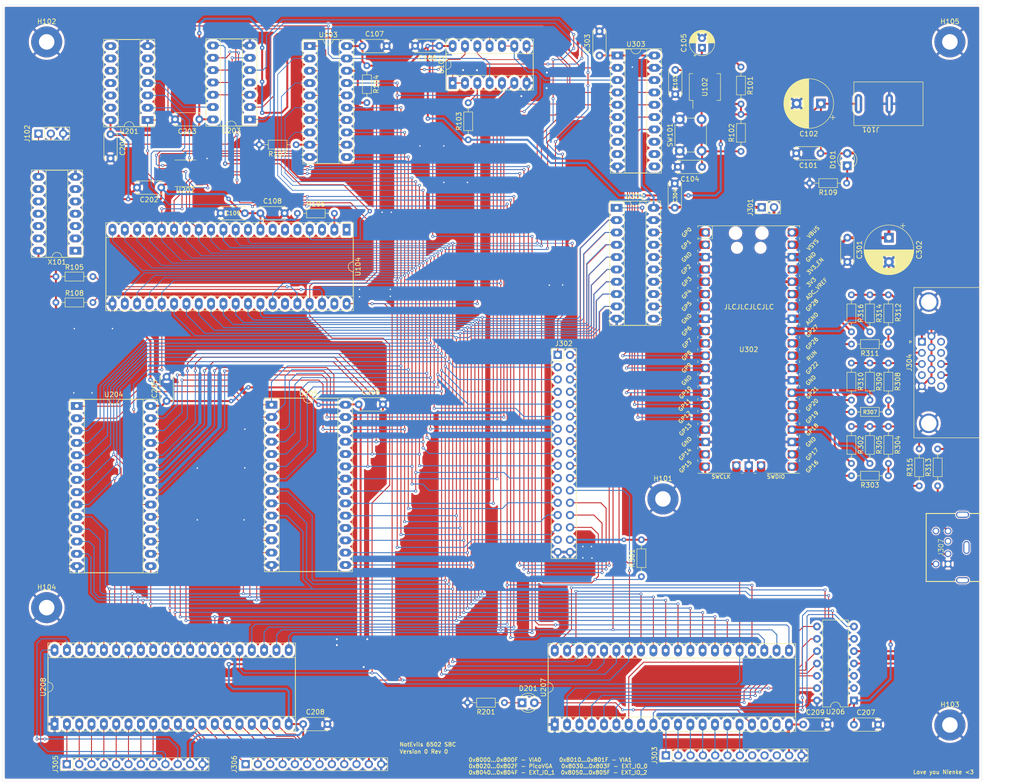
<source format=kicad_pcb>
(kicad_pcb (version 20211014) (generator pcbnew)
  (layers (0 "F.Cu" signal) (31 "B.Cu" signal) (34 "B.Paste" user) (35 "F.Paste" user) (36 "B.SilkS" user "B.Silkscreen") (37 "F.SilkS" user "F.Silkscreen") (38 "B.Mask" user) (39 "F.Mask" user) (44 "Edge.Cuts" user))
  (net 0 "")
  (net 1 "+5V")
  (net 2 "GND")
  (net 3 "Net-(C104-Pad1)")
  (net 4 "Net-(C105-Pad1)")
  (net 5 "+3.3V")
  (net 6 "Net-(D101-Pad1)")
  (net 7 "Net-(D201-Pad1)")
  (net 8 "v0pb7")
  (net 9 "CLK")
  (net 10 "CLKOUT")
  (net 11 "Net-(J301-Pad2)")
  (net 12 "a0")
  (net 13 "d0")
  (net 14 "a1")
  (net 15 "d1")
  (net 16 "a2")
  (net 17 "d2")
  (net 18 "a3")
  (net 19 "d3")
  (net 20 "a4")
  (net 21 "d4")
  (net 22 "a5")
  (net 23 "d5")
  (net 24 "a6")
  (net 25 "d6")
  (net 26 "a7")
  (net 27 "d7")
  (net 28 "a8")
  (net 29 "a9")
  (net 30 "R{slash}~{W}")
  (net 31 "a10")
  (net 32 "~{EXT_IO0}")
  (net 33 "a11")
  (net 34 "~{RESET}")
  (net 35 "a12")
  (net 36 "~{EXT_IO1}")
  (net 37 "a13")
  (net 38 "~{EXT_IO2}")
  (net 39 "a14")
  (net 40 "v0pb0")
  (net 41 "v0pb1")
  (net 42 "v0pb2")
  (net 43 "v0pb3")
  (net 44 "v0pb4")
  (net 45 "v0pb5")
  (net 46 "v0pb6")
  (net 50 "RGB_R")
  (net 51 "RGB_G")
  (net 52 "RGB_B")
  (net 56 "RGB_HSYNC")
  (net 57 "RGB_VSYNC")
  (net 59 "v1pa0")
  (net 60 "v1pa1")
  (net 61 "v1pa2")
  (net 62 "v1pa3")
  (net 63 "v1pa4")
  (net 64 "v1pa5")
  (net 65 "v1pa6")
  (net 66 "v1pa7")
  (net 67 "v1pa8")
  (net 68 "v1pa9")
  (net 69 "v1pb0")
  (net 70 "v1pb1")
  (net 71 "v1pb2")
  (net 72 "v1pb3")
  (net 73 "v1pb4")
  (net 74 "v1pb5")
  (net 75 "v1pb6")
  (net 76 "v1pb7")
  (net 77 "v1pb8")
  (net 78 "v1pb9")
  (net 79 "Net-(R104-Pad2)")
  (net 80 "Net-(R105-Pad2)")
  (net 81 "Net-(R106-Pad2)")
  (net 82 "Net-(R107-Pad1)")
  (net 83 "Net-(R108-Pad2)")
  (net 84 "/IO/pio_rgb_b2")
  (net 85 "Net-(R303-Pad1)")
  (net 86 "/IO/pio_rgb_b0")
  (net 87 "/IO/pio_rgb_b1")
  (net 88 "Net-(R307-Pad1)")
  (net 89 "/IO/pio_rgb_g0")
  (net 90 "/IO/pio_rgb_g1")
  (net 91 "/IO/pio_rgb_g2")
  (net 92 "Net-(R311-Pad1)")
  (net 93 "/IO/pio_rgb_r0")
  (net 94 "PIO_HSYNC")
  (net 95 "/IO/pio_rgb_r1")
  (net 96 "PIO_VSYNC")
  (net 97 "/IO/pio_rgb_r2")
  (net 98 "Net-(U101-Pad1)")
  (net 99 "~{IO}")
  (net 100 "~{RAM}")
  (net 101 "~{ROM}")
  (net 102 "~{RD}")
  (net 103 "~{WR}")
  (net 107 "~{IRQ}")
  (net 109 "~{NMI}")
  (net 113 "IO")
  (net 114 "~{PICO}")
  (net 115 "PICO")
  (net 124 "Net-(U202-Pad1)")
  (net 125 "~{VIA0}")
  (net 126 "~{VIA1}")
  (net 128 "~{VIA0_IRQ}")
  (net 129 "~{VIA1_IRQ}")
  (net 130 "Net-(U203-Pad3)")
  (net 131 "~{PICO_IRQ}")
  (net 132 "~{EXT_IO_IRQ}")
  (net 133 "Net-(U203-Pad10)")
  (net 134 "PICO_CS_IN")
  (net 135 "/Peripherals/v0pa8")
  (net 136 "/Peripherals/v0pa9")
  (net 137 "KBCLK")
  (net 138 "KBDAT")
  (net 139 "/Peripherals/v0pa7")
  (net 140 "/Peripherals/v0pa6")
  (net 141 "/Peripherals/v0pa5")
  (net 142 "/Peripherals/v0pa4")
  (net 143 "/Peripherals/v0pa3")
  (net 144 "/Peripherals/v0pa2")
  (net 145 "/Peripherals/v0pa1")
  (net 146 "/Peripherals/v0pa0")
  (net 149 "PIO_DIR")
  (net 150 "d_pio7")
  (net 151 "d_pio6")
  (net 152 "d_pio5")
  (net 153 "d_pio4")
  (net 154 "d_pio3")
  (net 155 "d_pio2")
  (net 156 "d_pio1")
  (net 157 "d_pio0")
  (net 163 "a_pio2")
  (net 164 "a_pio1")
  (net 165 "a_pio0")
  (net 166 "PIO_R{slash}~{W}")
  (net 167 "~{PIO_CS}")
  (net 169 "~{PIO_IRQ}")
  (footprint "MountingHole:MountingHole_3.2mm_M3_Pad" (layer "F.Cu") (at 237.3376 24.2824)
    (fp_text reference "H105")
    (fp_text value "M3 Mounting Hole" hide)
  )
  (footprint "MountingHole:MountingHole_3.2mm_M3_Pad" (layer "F.Cu") (at 237.3376 165.0492)
    (fp_text reference "H103")
    (fp_text value "Expansion Support")
  )
  (footprint "Capacitor_THT:C_Disc_D5.0mm_W2.5mm_P5.00mm" (layer "F.Cu") (at 180.7464 30.0628 -90)
    (fp_text reference "C103")
    (fp_text value "0.1uF")
  )
  (footprint "Capacitor_THT:CP_Radial_D5.0mm_P2.00mm" (layer "F.Cu") (at 186.2582 25.5016 90)
    (fp_text reference "C105")
    (fp_text value "10uF")
  )
  (footprint "Capacitor_THT:C_Disc_D5.0mm_W2.5mm_P5.00mm" (layer "F.Cu") (at 92.0604 59.5884 180)
    (fp_text reference "C109")
    (fp_text value "0.1uF")
  )
  (footprint "Package_DIP:DIP-28_W15.24mm_Socket_LongPads" (layer "F.Cu") (at 97.536 99.06)
    (fp_text reference "U205")
    (fp_text value "28C256")
  )
  (footprint "Package_DIP:DIP-20_W7.62mm_Socket_LongPads" (layer "F.Cu") (at 168.8184 27.0814)
    (fp_text reference "U303")
    (fp_text value "74HC245")
  )
  (footprint "Package_DIP:DIP-40_W15.24mm_Socket_LongPads" (layer "F.Cu") (at 155.9102 164.9526 90)
    (fp_text reference "U207")
    (fp_text value "VIA0")
  )
  (footprint "Package_DIP:DIP-20_W7.62mm_Socket_LongPads" (layer "F.Cu") (at 105.42 25.151)
    (fp_text reference "U103")
    (fp_text value "74HC688")
  )
  (footprint "Package_DIP:DIP-40_W15.24mm_Socket_LongPads" (layer "F.Cu") (at 52.837 164.851 90)
    (fp_text reference "U208")
    (fp_text value "VIA1")
  )
  (footprint "Button_Switch_THT:SW_PUSH_6mm" (layer "F.Cu") (at 181.6714 46.7348 90)
    (fp_text reference "SW101")
    (fp_text value "RESET")
  )
  (footprint "Resistor_THT:R_Axial_DIN0204_L3.6mm_D1.6mm_P7.62mm_Horizontal" (layer "F.Cu") (at 194.2846 46.8376 90)
    (fp_text reference "R102")
    (fp_text value "1M")
  )
  (footprint "Resistor_THT:R_Axial_DIN0204_L3.6mm_D1.6mm_P7.62mm_Horizontal" (layer "F.Cu") (at 224.663 113.6904 180)
    (fp_text reference "R303")
    (fp_text value "1K")
  )
  (footprint "Capacitor_THT:C_Disc_D5.0mm_W2.5mm_P5.00mm" (layer "F.Cu") (at 64.3636 43.2962 -90)
    (fp_text reference "C201")
    (fp_text value "0.1uF")
  )
  (footprint "Capacitor_THT:C_Disc_D5.0mm_W2.5mm_P5.00mm" (layer "F.Cu") (at 75.9206 98.2834 90)
    (fp_text reference "C205")
    (fp_text value "0.1uF")
  )
  (footprint "Resistor_THT:R_Axial_DIN0204_L3.6mm_D1.6mm_P7.62mm_Horizontal" (layer "F.Cu") (at 220.853 103.5304 -90)
    (fp_text reference "R305")
    (fp_text value "1K")
  )
  (footprint "Resistor_THT:R_Axial_DIN0204_L3.6mm_D1.6mm_P7.62mm_Horizontal" (layer "F.Cu") (at 194.2846 29.464 -90)
    (fp_text reference "R101")
    (fp_text value "47K")
  )
  (footprint "Capacitor_THT:C_Disc_D5.0mm_W2.5mm_P5.00mm" (layer "F.Cu") (at 74.8138 54.3052 180)
    (fp_text reference "C202")
    (fp_text value "0.1uF")
  )
  (footprint "Resistor_THT:R_Axial_DIN0204_L3.6mm_D1.6mm_P7.62mm_Horizontal" (layer "F.Cu") (at 117.1956 29.1846 -90)
    (fp_text reference "R104")
    (fp_text value "1K")
  )
  (footprint "Resistor_THT:R_Axial_DIN0204_L3.6mm_D1.6mm_P7.62mm_Horizontal" (layer "F.Cu") (at 234.823 115.7732 90)
    (fp_text reference "R313")
    (fp_text value "47R")
  )
  (footprint "Capacitor_THT:C_Disc_D5.0mm_W2.5mm_P5.00mm" (layer "F.Cu") (at 82.6624 40.2336 180)
    (fp_text reference "C203")
    (fp_text value "0.1uF")
  )
  (footprint "Package_SO:SO-8_5.3x6.2mm_P1.27mm" (layer "F.Cu") (at 186.8424 33.5788 90)
    (fp_text reference "U102")
    (fp_text value "NE555D")
  )
  (footprint "Resistor_THT:R_Axial_DIN0204_L3.6mm_D1.6mm_P7.62mm_Horizontal" (layer "F.Cu") (at 220.853 90.4732 -90)
    (fp_text reference "R309")
    (fp_text value "1K")
  )
  (footprint "Resistor_THT:R_Axial_DIN0204_L3.6mm_D1.6mm_P7.62mm_Horizontal" (layer "F.Cu") (at 224.663 76.4032 -90)
    (fp_text reference "R312")
    (fp_text value "1K")
  )
  (footprint "Resistor_THT:R_Axial_DIN0204_L3.6mm_D1.6mm_P7.62mm_Horizontal" (layer "F.Cu") (at 102.616 45.466 180)
    (fp_text reference "R107")
    (fp_text value "1K")
  )
  (footprint "Package_DIP:DIP-28_W15.24mm_Socket_LongPads" (layer "F.Cu") (at 57.409 99.299)
    (fp_text reference "U204")
    (fp_text value "CY62256-70PC")
  )
  (footprint "MountingHole:MountingHole_3.2mm_M3_Pad" (layer "F.Cu") (at 51.2064 140.8684)
    (fp_text reference "H104")
    (fp_text value "M3 Mounting Hole")
  )
  (footprint "Resistor_THT:R_Axial_DIN0204_L3.6mm_D1.6mm_P7.62mm_Horizontal" (layer "F.Cu") (at 53.1114 77.978)
    (fp_text reference "R108")
    (fp_text value "1K")
  )
  (footprint "Capacitor_THT:C_Disc_D5.0mm_W2.5mm_P5.00mm" (layer "F.Cu") (at 207.1008 164.9476)
    (fp_text reference "C209")
    (fp_text value "0.1uF")
  )
  (footprint "Package_DIP:DIP-14_W7.62mm_Socket_LongPads" (layer "F.Cu") (at 93.081 40.264 180)
    (fp_text reference "U203")
    (fp_text value "74AC08")
  )
  (footprint "MountingHole:MountingHole_3.2mm_M3_Pad" (layer "F.Cu") (at 51.2064 24.2824)
    (fp_text reference "H102")
    (fp_text value "M3 Mounting Hole")
  )
  (footprint "RPPico:RPi_Pico_SMD_TH" (layer "F.Cu") (at 195.8848 87.6808)
    (fp_text reference "U302")
    (fp_text value "Pico")
  )
  (footprint "Package_SO:TSSOP-16_4.4x5mm_P0.65mm" (layer "F.Cu") (at 79.8068 51.3588 180)
    (fp_text reference "U202")
    (fp_text value "74AC139")
  )
  (footprint "Capacitor_THT:CP_Radial_D10.0mm_P5.00mm" (layer "F.Cu") (at 224.7646 64.637523 -90)
    (fp_text reference "C302")
    (fp_text value "1000uF")
  )
  (footprint "LED_THT:LED_D3.0mm" (layer "F.Cu") (at 216.1794 49.8094 90)
    (fp_text reference "D101")
    (fp_text value "PWR_LED")
  )
  (footprint "Connector_PinHeader_2.54mm:PinHeader_2x17_P2.54mm_Vertical" (layer "F.Cu") (at 156.5148 88.773)
    (fp_text reference "J302")
    (fp_text value "Expansion Port")
  )
  (footprint "Package_DIP:DIP-14_W7.62mm" (layer "F.Cu") (at 217.5664 159.9996 180)
    (fp_text reference "U206")
    (fp_text value "ATtiny84-20P")
  )
  (footprint "Capacitor_THT:CP_Radial_D10.0mm_P5.00mm" (layer "F.Cu") (at 210.749277 36.9824 180)
    (fp_text reference "C102")
    (fp_text value "1000uF")
  )
  (footprint "Capacitor_THT:C_Disc_D5.0mm_W2.5mm_P5.00mm" (layer "F.Cu") (at 217.5402 164.973)
    (fp_text reference "C207")
    (fp_text value "0.1uF")
  )
  (footprint "Package_DIP:DIP-14_W7.62mm_Socket_LongPads" (layer "F.Cu") (at 134.869 32.756 90)
    (fp_text reference "U101")
    (fp_text value "74AC00")
  )
  (footprint "Resistor_THT:R_Axial_DIN0204_L3.6mm_D1.6mm_P7.62mm_Horizontal" (layer "F.Cu") (at 173.7614 134.493 90)
    (fp_text reference "R301")
    (fp_text value "1K")
  )
  (footprint "Connector_PinHeader_2.54mm:PinHeader_1x12_P2.54mm_Vertical" (layer "F.Cu") (at 92.197 173.1264 90)
    (fp_text reference "J306")
    (fp_text value "VIA1PB")
  )
  (footprint "Resistor_THT:R_Axial_DIN0204_L3.6mm_D1.6mm_P7.62mm_Horizontal" (layer "F.Cu") (at 224.663 103.5304 -90)
    (fp_text reference "R304")
    (fp_text value "1K")
  )
  (footprint "Rhais Connectors:TM 0508 A_6" (layer "F.Cu") (at 239.9538 128.4732 -90)
    (fp_text reference "J307")
    (fp_text value "Keyboard" hide)
  )
  (footprint "Resistor_THT:R_Axial_DIN0204_L3.6mm_D1.6mm_P7.62mm_Horizontal" (layer "F.Cu") (at 231.013 115.7732 90)
    (fp_text reference "R315")
    (fp_text value "47R")
  )
  (footprint "Resistor_THT:R_Axial_DIN0204_L3.6mm_D1.6mm_P7.62mm_Horizontal" (layer "F.Cu") (at 224.663 86.5632 180)
    (fp_text reference "R311")
    (fp_text value "1K")
  )
  (footprint "Resistor_THT:R_Axial_DIN0204_L3.6mm_D1.6mm_P7.62mm_Horizontal" (layer "F.Cu") (at 217.043 76.4032 -90)
    (fp_text reference "R316")
    (fp_text value "500R")
  )
  (footprint "Resistor_THT:R_Axial_DIN0204_L3.6mm_D1.6mm_P7.62mm_Horizontal" (layer "F.Cu") (at 224.663 100.5332 180)
    (fp_text reference "R307")
    (fp_text value "1K")
  )
  (footprint "Resistor_THT:R_Axial_DIN0204_L3.6mm_D1.6mm_P7.62mm_Horizontal" (layer "F.Cu") (at 224.663 90.4732 -90)
    (fp_text reference "R308")
    (fp_text value "1K")
  )
  (footprint "Package_DIP:DIP-14_W7.62mm_Socket_LongPads" (layer "F.Cu") (at 57.13 67.32 180)
    (fp_text reference "X101")
    (fp_text value "1MHz")
  )
  (footprint "Connector_BarrelJack:C9743-CCRNB001R" (layer "F.Cu") (at 225.6028 37.0332 180)
    (fp_text reference "J101")
    (fp_text value "Power")
  )
  (footprint "Resistor_THT:R_Axial_DIN0204_L3.6mm_D1.6mm_P7.62mm_Horizontal" (layer "F.Cu") (at 217.043 103.5304 -90)
    (fp_text reference "R302")
    (fp_text value "500R")
  )
  (footprint "Resistor_THT:R_Axial_DIN0204_L3.6mm_D1.6mm_P7.62mm_Horizontal" (layer "F.Cu") (at 138.0744 44.45 90)
    (fp_text reference "R103")
    (fp_text value "1K")
  )
  (footprint "Resistor_THT:R_Axial_DIN0204_L3.6mm_D1.6mm_P7.62mm_Horizontal" (layer "F.Cu") (at 102.87 59.6138)
    (fp_text reference "R106")
    (fp_text value "1K")
  )
  (footprint "Package_DIP:DIP-20_W7.62mm_Socket_LongPads" (layer "F.Cu") (at 168.666 58.4758)
    (fp_text reference "U301")
    (fp_text value "74HC245")
  )
  (footprint "Connector_PinHeader_2.54mm:PinHeader_1x02_P2.54mm_Vertical" (layer "F.Cu") (at 198.5468 58.3692 90)
    (fp_text reference "J301")
    (fp_text value "Enable Pico 3.3V")
  )
  (footprint "Capacitor_THT:C_Disc_D5.0mm_W2.5mm_P5.00mm" (layer "F.Cu") (at 95.2392 59.5884)
    (fp_text reference "C108")
    (fp_text value "0.1uF")
  )
  (footprint "Connector_Dsub:DSUB-15-HD_Female_Horizontal_P2.29x1.98mm_EdgePinOffset8.35mm_Housed_MountingHolesOffset10.89mm" (layer "F.Cu") (at 231.562669 86.0732 90)
    (fp_text reference "J304")
    (fp_text value "VGA Connector")
  )
  (footprint "Resistor_THT:R_Axial_DIN0204_L3.6mm_D1.6mm_P7.62mm_Horizontal" (layer "F.Cu") (at 216.0524 53.3908 180)
    (fp_text reference "R109")
    (fp_text value "1K")
  )
  (footprint "Capacitor_THT:C_Disc_D5.0mm_W2.5mm_P5.00mm" (layer "F.Cu") (at 165.1254 27.0872 90)
    (fp_text reference "C303")
    (fp_text value "0.1uF")
  )
  (footprint "Resistor_THT:R_Axial_DIN0204_L3.6mm_D1.6mm_P7.62mm_Horizontal" (layer "F.Cu") (at 220.853 76.4032 -90)
    (fp_text reference "R314")
    (fp_text value "1K")
  )
  (footprint "Connector_PinHeader_2.54mm:PinHeader_1x03_P2.54mm_Vertical" (layer "F.Cu") (at 49.52 43.185 90)
    (fp_text reference "J102")
    (fp_text value "Clock Selector")
  )
  (footprint "LED_THT:LED_D3.0mm" (layer "F.Cu") (at 149.1692 160.4772)
    (fp_text reference "D201")
    (fp_text value "V1PA7 LED")
  )
  (footprint "Capacitor_THT:C_Disc_D5.0mm_W2.5mm_P5.00mm" (layer "F.Cu") (at 180.6448 58.4562 90)
    (fp_text reference "C304")
    (fp_text value "0.1uF")
  )
  (footprint "Capacitor_THT:C_Disc_D5.0mm_W2.5mm_P5.00mm" (layer "F.Cu") (at 210.6784 47.244 180)
    (fp_text reference "C101")
    (fp_text value "0.1uF")
  )
  (footprint "Connector_PinHeader_2.54mm:PinHeader_1x12_P2.54mm_Vertical" (layer "F.Cu") (at 178.816 171.323 90)
    (fp_text reference "J303")
    (fp_text value "VIA0PB")
  )
  (footprint "Capacitor_THT:C_Disc_D5.0mm_W2.5mm_P5.00mm" (layer "F.Cu") (at 186.269 50.038 180)
    (fp_text reference "C104")
    (fp_text value "0.1uF")
  )
  (footprint "MountingHole:MountingHole_3.2mm_M3_Pad" (layer "F.Cu") (at 178.2064 118.4656)
    (fp_text reference "H101")
    (fp_text value "M3 Mounting Hole")
  )
  (footprint "Package_DIP:DIP-40_W15.24mm_Socket_LongPads" (layer "F.Cu") (at 113.025 62.987 -90)
    (fp_text reference "U104")
    (fp_text value "W65C02SxP")
  )
  (footprint "Capacitor_THT:C_Disc_D5.0mm_W2.5mm_P5.00mm" (layer "F.Cu") (at 115.5084 98.9838)
    (fp_text reference "C206")
    (fp_text value "0.1uF")
  )
  (footprint "Capacitor_THT:C_Disc_D5.0mm_W2.5mm_P5.00mm" (layer "F.Cu") (at 216.2048 64.6322 -90)
    (fp_text reference "C301")
    (fp_text value "0.1uF")
  )
  (footprint "Package_DIP:DIP-14_W7.62mm_Socket_LongPads" (layer "F.Cu") (at 71.999 40.391 180)
    (fp_text reference "U201")
    (fp_text value "74AC04")
  )
  (footprint "Resistor_THT:R_Axial_DIN0204_L3.6mm_D1.6mm_P7.62mm_Horizontal" (layer "F.Cu") (at 145.542 160.4518 180)
    (fp_text reference "R201")
    (fp_text value "1K")
  )
  (footprint "Connector_PinHeader_2.54mm:PinHeader_1x12_P2.54mm_Vertical" (layer "F.Cu") (at 55.362 173.1264 90)
    (fp_text reference "J305")
    (fp_text value "VIA1PA")
  )
  (footprint "Capacitor_THT:C_Disc_D5.0mm_W2.5mm_P5.00mm" (layer "F.Cu") (at 116.2704 25.146)
    (fp_text reference "C107")
    (fp_text value "0.1uF")
  )
  (footprint "Resistor_THT:R_Axial_DIN0204_L3.6mm_D1.6mm_P7.62mm_Horizontal" (layer "F.Cu") (at 53.1114 72.644)
    (fp_text reference "R105")
    (fp_text value "1K")
  )
  (footprint "Resistor_THT:R_Axial_DIN0204_L3.6mm_D1.6mm_P7.62mm_Horizontal" (layer "F.Cu") (at 217.043 90.4732 -90)
    (fp_text reference "R310")
    (fp_text value "500R")
  )
  (footprint "Capacitor_THT:C_Disc_D5.0mm_W2.5mm_P5.00mm" (layer "F.Cu") (at 132.1416 25.0952 180)
    (fp_text reference "C106")
    (fp_text value "0.1uF")
  )
  (footprint "Capacitor_THT:C_Disc_D5.0mm_W2.5mm_P5.00mm" (layer "F.Cu") (at 104.053 164.8714)
    (fp_text reference "C208")
    (fp_text value "0.1uF")
  )
  (gr_rect (start 42.0878 16.5608) (end 243.8654 176.6062) (layer "Edge.Cuts") (width 0.0381) (fill none))
  (gr_text "0x8000...0x800F - VIA0      0x8010...0x801F - VIA1\n0x8020...0x802F - PicoVGA   0x8030...0x803F - EXT_IO_0\n0x8040...0x804F - EXT_IO_1  0x8050...0x805F - EXT_IO_2\n" (at 138.0744 173.5328) (layer "F.SilkS") (effects (font (size 0.8128 0.8128) (thickness 0.1524)) (justify left)))
  (gr_text "Love you Nienke <3" (at 236.0168 174.752) (layer "F.SilkS") (effects (font (size 0.8128 0.8128) (thickness 0.1524))))
  (gr_text "NotEvils 6502 SBC" (at 129.7432 169.0624) (layer "F.SilkS") (effects (font (size 0.8128 0.8128) (thickness 0.1524))))
  (gr_text "Version 0 Rev 0" (at 128.9304 170.5356) (layer "F.SilkS") (effects (font (size 0.8128 0.8128) (thickness 0.1524))))
  (gr_text "JLCJLCJLCJLC" (at 195.9356 78.8924) (layer "F.SilkS") (effects (font (size 1 1) (thickness 0.1524))))
  (segment (start 204.1702 166.111) (end 203.2 167.0812) (width 0.4) (layer "F.Cu") (net 1))
  (segment (start 117.1956 29.1846) (end 116.2704 28.2594) (width 0.4) (layer "F.Cu") (net 1))
  (segment (start 204.1702 164.9526) (end 204.1702 171.2772) (width 0.4) (layer "F.Cu") (net 1))
  (segment (start 101.7778 23.368) (end 100.7872 24.3586) (width 0.4) (layer "F.Cu") (net 1))
  (segment (start 64.3636 43.2962) (end 64.3636 40.4064) (width 0.4) (layer "F.Cu") (net 1))
  (segment (start 64.5522 43.4848) (end 64.3636 43.2962) (width 0.4) (layer "F.Cu") (net 1))
  (segment (start 62.7126 56.6928) (end 67.9958 56.6928) (width 0.4) (layer "F.Cu") (net 1))
  (segment (start 216.210123 64.637523) (end 216.2048 64.6322) (width 0.6) (layer "F.Cu") (net 1))
  (segment (start 51.0794 72.644) (end 53.1114 72.644) (width 0.4) (layer "F.Cu") (net 1))
  (segment (start 132.1824 25.136) (end 132.1416 25.0952) (width 0.4) (layer "F.Cu") (net 1))
  (segment (start 214.7462 66.0908) (end 216.2048 64.6322) (width 0.6) (layer "F.Cu") (net 1))
  (segment (start 55.6768 81.6356) (end 53.1114 79.0702) (width 0.4) (layer "F.Cu") (net 1))
  (segment (start 204.1702 167.1624) (end 205.3336 168.3258) (width 0.4) (layer "F.Cu") (net 1))
  (segment (start 116.2704 25.146) (end 113.045 25.146) (width 0.4) (layer "F.Cu") (net 1))
  (segment (start 89.2302 98.298) (end 75.9352 98.298) (width 0.4) (layer "F.Cu") (net 1))
  (segment (start 101.097 164.851) (end 101.1174 164.8714) (width 0.4) (layer "F.Cu") (net 1))
  (segment (start 75.4998 53.6338) (end 76.9443 53.6338) (width 0.4) (layer "F.Cu") (net 1))
  (segment (start 213.9188 168.3258) (end 215.7476 166.497) (width 0.4) (layer "F.Cu") (net 1))
  (segment (start 114.1222 152.527) (end 88.7476 152.527) (width 0.4) (layer "F.Cu") (net 1))
  (segment (start 207.0958 164.9526) (end 207.1008 164.9476) (width 0.4) (layer "F.Cu") (net 1))
  (segment (start 68.2752 81.6356) (end 55.6768 81.6356) (width 0.4) (layer "F.Cu") (net 1))
  (segment (start 191.1858 39.2176) (end 190.119 40.2844) (width 0.4) (layer "F.Cu") (net 1))
  (segment (start 82.6624 40.2336) (end 82.6624 42.5596) (width 0.4) (layer "F.Cu") (net 1))
  (segment (start 204.7748 66.0908) (end 214.7462 66.0908) (width 0.6) (layer "F.Cu") (net 1))
  (segment (start 82.6624 40.2336) (end 82.6624 22.4936) (width 0.4) (layer "F.Cu") (net 1))
  (segment (start 173.7614 126.873) (end 170.1546 126.873) (width 0.4) (layer "F.Cu") (net 1))
  (segment (start 225.1202 127.6604) (end 225.1202 148.4884) (width 0.4) (layer "F.Cu") (net 1))
  (segment (start 216.281 47.1678) (end 216.1794 47.2694) (width 0.6) (layer "F.Cu") (net 1))
  (segment (start 173.7614 126.873) (end 224.3328 126.873) (width 0.4) (layer "F.Cu") (net 1))
  (segment (start 115.5084 98.9838) (end 115.9002 99.3756) (width 0.4) (layer "F.Cu") (net 1))
  (segment (start 129.7432 31.8516) (end 129.7432 40.0812) (width 0.4) (layer "F.Cu") (net 1))
  (segment (start 72.5932 85.9536) (end 68.2752 81.6356) (width 0.4) (layer "F.Cu") (net 1))
  (segment (start 227.457 122.3264) (end 225.1202 124.6632) (width 0.4) (layer "F.Cu") (net 1))
  (segment (start 112.776 99.06) (end 112.8522 98.9838) (width 0.4) (layer "F.Cu") (net 1))
  (segment (start 104.4575 167.6781) (end 113.6015 167.6781) (width 0.4) (layer "F.Cu") (net 1))
  (segment (start 82.6624 42.5596) (end 81.7372 43.4848) (width 0.4) (layer "F.Cu") (net 1))
  (segment (start 194.2846 37.084) (end 194.2794 37.0788) (width 0.4) (layer "F.Cu") (net 1))
  (segment (start 236.9538 125.0732) (end 234.207 122.3264) (width 0.4) (layer "F.Cu") (net 1))
  (segment (start 117.597 173.1264) (end 117.597 171.6736) (width 0.4) (layer "F.Cu") (net 1))
  (segment (start 194.2846 39.2176) (end 208.514077 39.2176) (width 0.4) (layer "F.Cu") (net 1))
  (segment (start 88.6968 56.7436) (end 91.5416 59.5884) (width 0.4) (layer "F.Cu") (net 1))
  (segment (start 72.5932 93.9038) (end 72.5932 85.9536) (width 0.4) (layer "F.Cu") (net 1))
  (segment (start 49.51 71.0746) (end 51.0794 72.644) (width 0.4) (layer "F.Cu") (net 1))
  (segment (start 115.951 150.6982) (end 114.1222 152.527) (width 0.4) (layer "F.Cu") (net 1))
  (segment (start 115.9002 150.6474) (end 115.951 150.6982) (width 0.4) (layer "F.Cu") (net 1))
  (segment (start 115.9002 99.3756) (end 115.9002 150.6474) (width 0.4) (layer "F.Cu") (net 1))
  (segment (start 215.7476 161.8184) (end 217.5664 159.9996) (width 0.4) (layer "F.Cu") (net 1))
  (segment (start 74.8138 54.3052) (end 74.8284 54.3052) (width 0.4) (layer "F.Cu") (net 1))
  (segment (start 208.514077 39.2176) (end 210.749277 36.9824) (width 0.4) (layer "F.Cu") (net 1))
  (segment (start 194.2794 37.0788) (end 188.7474 37.0788) (width 0.4) (layer "F.Cu") (net 1))
  (segment (start 210.800077 37.0332) (end 210.749277 36.9824) (width 0.4) (layer "F.Cu") (net 1))
  (segment (start 92.0604 59.5884) (end 95.2392 59.5884) (width 0.4) (layer "F.Cu") (net 1))
  (segment (start 113.045 25.146) (end 113.04 25.151) (width 0.4) (layer "F.Cu") (net 1))
  (segment (start 221.7166 47.1678) (end 216.281 47.1678) (width 0.6) (layer "F.Cu") (net 1))
  (segment (start 61.6458 69.2658) (end 61.6458 57.7596) (width 0.4) (layer "F.Cu") (net 1))
  (segment (start 100.7872 24.3586) (end 100.7872 37.719) (width 0.4) (layer "F.Cu") (net 1))
  (segment (start 72.649 99.299) (end 74.905 99.299) (width 0.4) (layer "F.Cu") (net 1))
  (segment (start 183.4642 55.9308) (end 174.2694 55.9308) (width 0.4) (layer "F.Cu") (net 1))
  (segment (start 74.8284 54.3052) (end 75.4998 53.6338) (width 0.4) (layer "F.Cu") (net 1))
  (segment (start 95.6056 38.8874) (end 99.6188 38.8874) (width 0.4) (layer "F.Cu") (net 1))
  (segment (start 203.2 167.0812) (end 117.4496 167.0812) (width 0.4) (layer "F.Cu") (net 1))
  (segment (start 125.6538 29.1846) (end 129.7178 25.1206) (width 0.4) (layer "F.Cu") (net 1))
  (segment (start 88.6968 56.642) (end 88.6968 56.7436) (width 0.4) (layer "F.Cu") (net 1))
  (segment (start 75.9352 98.298) (end 75.9206 98.2834) (width 0.4) (layer "F.Cu") (net 1))
  (segment (start 104.0638 167.2844) (end 104.4575 167.6781) (width 0.4) (layer "F.Cu") (net 1))
  (segment (start 95.6056 25.5016) (end 95.6056 32.4866) (width 0.4) (layer "F.Cu") (net 1))
  (segment (start 134.869 25.136) (end 132.1824 25.136) (width 0.4) (layer "F.Cu") (net 1))
  (segment (start 49.51 67.32) (end 49.51 71.0746) (width 0.4) (layer "F.Cu") (net 1))
  (segment (start 184.9374 31.1912) (end 188.7474 35.0012) (width 0.4) (layer "F.Cu") (net 1))
  (segment (start 210.7038 47.2694) (end 210.6784 47.244) (width 0.4) (layer "F.Cu") (net 1))
  (segment (start 225.1202 124.6632) (end 225.1202 127.6604) (width 0.4) (layer "F.Cu") (net 1))
  (segment (start 114.1984 168.275) (end 116.2558 168.275) (width 0.4) (layer "F.Cu") (net 1))
  (segment (start 104.0638 164.8822) (end 104.0638 167.2844) (width 0.4) (layer "F.Cu") (net 1))
  (segment (start 95.2392 62.9812) (end 95.245 62.987) (width 0.4) (layer "F.Cu") (net 1))
  (segment (start 116.2704 24.3732) (end 115.2652 23.368) (width 0.4) (layer "F.Cu") (net 1))
  (segment (start 53.1114 77.978) (end 53.1114 72.644) (width 0.4) (layer "F.Cu") (net 1))
  (segment (start 115.2652 23.368) (end 101.7778 23.368) (width 0.4) (layer "F.Cu") (net 1))
  (segment (start 95.2392 59.5884) (end 95.2392 62.9812) (width 0.4) (layer "F.Cu") (net 1))
  (segment (start 74.676 56.6928) (end 74.8138 56.555) (width 0.4) (layer "F.Cu") (net 1))
  (segment (start 53.1114 79.0702) (end 53.1114 77.978) (width 0.4) (layer "F.Cu") (net 1))
  (segment (start 112.8522 98.9838) (end 115.5084 98.9838) (width 0.4) (layer "F.Cu") (net 1))
  (segment (start 184.9374 30.0788) (end 184.9374 31.1912) (width 0.4) (layer "F.Cu") (net 1))
  (segment (start 81.7372 43.4848) (end 64.5522 43.4848) (width 0.4) (layer "F.Cu") (net 1))
  (segment (start 103.6574 95.4786) (end 92.7608 95.4786) (width 0.4) (layer "F.Cu") (net 1))
  (segment (start 129.7178 28.1432) (end 130.1242 28.5496) (width 0.4) (layer "F.Cu") (net 1))
  (segment (start 204.1702 171.2772) (end 204.216 171.323) (width 0.4) (layer "F.Cu") (net 1))
  (segment (start 82.6624 22.4936) (end 82.677 22.479) (width 0.4) (layer "F.Cu") (net 1))
  (segment (start 216.1794 47.2694) (end 210.7038 47.2694) (width 0.4) (layer "F.Cu") (net 1))
  (segment (start 234.207 122.3264) (end 227.457 122.3264) (width 0.4) (layer "F.Cu") (net 1))
  (segment (start 184.9374 30.0788) (end 180.7624 30.0788) (width 0.4) (layer "F.Cu") (net 1))
  (segment (start 129.7178 25.1206) (end 129.7178 28.1432) (width 0.4) (layer "F.Cu") (net 1))
  (segment (start 53.1114 70.3834) (end 53.6702 69.8246) (width 0.4) (layer "F.Cu") (net 1))
  (segment (start 210.749277 36.9824) (end 210.749277 47.173123) (width 0.4) (layer "F.Cu") (net 1))
  (segment (start 116.2704 25.146) (end 116.2704 24.3732) (width 0.4) (layer "F.Cu") (net 1))
  (segment (start 82.6624 40.2336) (end 85.4306 40.2336) (width 0.4) (layer "F.Cu") (net 1))
  (segment (start 218.5028 37.0332) (end 210.800077 37.0332) (width 0.4) (layer "F.Cu") (net 1))
  (segment (start 205.3336 168.3258) (end 213.9188 168.3258) (width 0.4) (layer "F.Cu") (net 1))
  (segment (start 61.6458 57.7596) (end 62.7126 56.6928) (width 0.4) (layer "F.Cu") (net 1))
  (segment (start 194.2846 37.084) (end 194.2846 39.2176) (width 0.4) (layer "F.Cu") (net 1))
  (segment (start 210.749277 47.173123) (end 210.6784 47.244) (width 0.4) (layer "F.Cu") (net 1))
  (segment (start 61.087 69.8246) (end 61.6458 69.2658) (width 0.4) (layer "F.Cu") (net 1))
  (segment (start 53.1114 72.644) (end 53.1114 70.3834) (width 0.4) (layer "F.Cu") (net 1))
  (segment (start 130.1242 28.5496) (end 130.1242 31.4706) (width 0.4) (layer "F.Cu") (net 1))
  (segment (start 53.6702 69.8246) (end 61.087 69.8246) (width 0.4) (layer "F.Cu") (net 1))
  (segment (start 101.1174 164.8714) (end 104.053 164.8714) (width 0.4) (layer "F.Cu") (net 1))
  (segment (start 180.7624 30.0788) (end 180.7464 30.0628) (width 0.4) (layer "F.Cu") (net 1))
  (segment (start 204.1702 164.9526) (end 204.1702 166.111) (width 0.4) (layer "F.Cu") (net 1))
  (segment (start 107.2388 99.06) (end 103.6574 95.4786) (width 0.4) (layer "F.Cu") (net 1))
  (segment (start 130.1242 31.4706) (end 129.7432 31.8516) (width 0.4) (layer "F.Cu") (net 1))
  (segment (start 217.5664 164.9468) (end 217.5402 164.973) (width 0.4) (layer "F.Cu") (net 1))
  (segment (start 224.7646 50.2158) (end 221.7166 47.1678) (width 0.6) (layer "F.Cu") (net 1))
  (segment (start 91.5416 59.5884) (end 92.0604 59.5884) (width 0.4) (layer "F.Cu") (net 1))
  (segment (start 204.1702 164.9526) (end 207.0958 164.9526) (width 0.4) (layer "F.Cu") (net 1))
  (segment (start 117.597 171.6736) (end 114.1984 168.275) (width 0.4) (layer "F.Cu") (net 1))
  (segment (start 114.1984 168.275) (end 113.6015 167.6781) (width 0.4) (layer "F.Cu") (net 1))
  (segment (start 74.8138 56.555) (end 74.8138 54.3052) (width 0.4) (layer "F.Cu") (net 1))
  (segment (start 224.3328 126.873) (end 225.1202 127.6604) (width 0.4) (layer "F.Cu") (net 1))
  (segment (start 74.905 99.299) (end 75.9206 98.2834) (width 0.4) (layer "F.Cu") (net 1))
  (segment (start 215.7476 166.497) (end 215.7476 161.8184) (width 0.4) (layer "F.Cu") (net 1))
  (segment (start 217.5664 159.9996) (end 217.5664 164.9468) (width 0.4) (layer "F.Cu") (net 1))
  (segment (start 188.7474 35.0012) (end 188.7474 37.0788) (width 0.4) (layer "F.Cu") (net 1))
  (segment (start 194.2846 39.2176) (end 191.1858 39.2176) (width 0.4) (layer "F.Cu") (net 1))
  (segment (start 64.3636 40.4064) (end 64.379 40.391) (width 0.4) (layer "F.Cu") (net 1))
  (segment (start 117.1956 29.1846) (end 125.6538 29.1846) (width 0.4) (layer "F.Cu") (net 1))
  (segment (start 224.7646 64.637523) (end 216.210123 64.637523) (width 0.6) (layer "F.Cu") (net 1))
  (segment (start 116.2704 28.2594) (end 116.2704 25.146) (width 0.4) (layer "F.Cu") (net 1))
  (segment (start 224.7646 64.637523) (end 224.7646 50.2158) (width 0.6) (layer "F.Cu") (net 1))
  (segment (start 67.9958 56.6928) (end 74.676 56.6928) (width 0.4) (layer "F.Cu") (net 1))
  (segment (start 85.4306 40.2336) (end 85.461 40.264) (width 0.4) (layer "F.Cu") (net 1))
  (segment (start 100.7872 37.719) (end 99.6188 38.8874) (width 0.4) (layer "F.Cu") (net 1))
  (segment (start 190.119 40.2844) (end 190.119 45.3898) (width 0.4) (layer "F.Cu") (net 1))
  (segment (start 204.1702 164.9526) (end 204.1702 167.1624) (width 0.4) (layer "F.Cu") (net 1))
  (segment (start 116.2558 168.275) (end 117.4496 167.0812) (width 0.4) (layer "F.Cu") (net 1))
  (via (at 107.2388 99.06) (size 0.9) (drill 0.4) (layers "F.Cu" "B.Cu") (net 1))
  (via (at 72.5932 93.9038) (size 0.9) (drill 0.4) (layers "F.Cu" "B.Cu") (net 1))
  (via (at 129.7432 40.0812) (size 0.9) (drill 0.4) (layers "F.Cu" "B.Cu") (net 1))
  (via (at 170.1546 126.873) (size 0.9) (drill 0.4) (layers "F.Cu" "B.Cu") (net 1))
  (via (at 88.6968 56.642) (size 0.9) (drill 0.4) (layers "F.Cu" "B.Cu") (net 1))
  (via (at 174.2694 55.9308) (size 0.9) (drill 0.4) (layers "F.Cu" "B.Cu") (net 1))
  (via (at 82.677 22.479) (size 0.9) (drill 0.4) (layers "F.Cu" "B.Cu") (net 1))
  (via (at 67.9958 56.6928) (size 0.9) (drill 0.4) (layers "F.Cu" "B.Cu") (net 1))
  (via (at 89.2302 98.298) (size 0.9) (drill 0.4) (layers "F.Cu" "B.Cu") (net 1))
  (via (at 88.7476 152.527) (size 0.9) (drill 0.4) (layers "F.Cu" "B.Cu") (net 1))
  (via (at 129.7178 25.1206) (size 0.9) (drill 0.4) (layers "F.Cu" "B.Cu") (net 1))
  (via (at 225.1202 148.4884) (size 0.9) (drill 0.4) (layers "F.Cu" "B.Cu") (net 1))
  (via (at 95.6056 32.4866) (size 0.9) (drill 0.4) (layers "F.Cu" "B.Cu") (net 1))
  (via (at 183.4642 55.9308) (size 0.9) (drill 0.4) (layers "F.Cu" "B.Cu") (net 1))
  (via (at 92.7608 95.4786) (size 0.9) (drill 0.4) (layers "F.Cu" "B.Cu") (net 1))
  (via (at 190.119 45.3898) (size 0.9) (drill 0.4) (layers "F.Cu" "B.Cu") (net 1))
  (via (at 95.6056 25.5016) (size 0.9) (drill 0.4) (layers "F.Cu" "B.Cu") (net 1))
  (via (at 95.6056 38.8874) (size 0.9) (drill 0.4) (layers "F.Cu" "B.Cu") (net 1))
  (segment (start 88.7476 156.7942) (end 89.5604 157.607) (width 0.4) (layer "B.Cu") (net 1))
  (segment (start 87.7062 55.6514) (end 76.16 55.6514) (width 0.4) (layer "B.Cu") (net 1))
  (segment (start 88.6968 56.642) (end 87.7062 55.6514) (width 0.4) (layer "B.Cu") (net 1))
  (segment (start 102.87 60.4774) (end 102.4128 60.9346) (width 0.4) (layer "B.Cu") (net 1))
  (segment (start 104.0638 166.243) (end 104.0638 164.8822) (width 0.4) (layer "B.Cu") (net 1))
  (segment (start 132.1416 25.0952) (end 129.7432 25.0952) (width 0.4) (layer "B.Cu") (net 1))
  (segment (start 82.677 22.479) (end 82.677 20.6248) (width 0.4) (layer "B.Cu") (net 1))
  (segment (start 64.3636 43.2962) (end 66.3848 43.2962) (width 0.4) (layer "B.Cu") (net 1))
  (segment (start 95.6056 32.4866) (end 95.6056 38.8874) (width 0.4) (layer "B.Cu") (net 1))
  (segment (start 82.3976 167.132) (end 103.1748 167.132) (width 0.4) (layer "B.Cu") (net 1))
  (segment (start 225.1202 148.4884) (end 225.1202 155.5496) (width 0.4) (layer "B.Cu") (net 1))
  (segment (start 102.87 59.6138) (end 102.87 60.4774) (width 0.4) (layer "B.Cu") (net 1))
  (segment (start 83.7692 19.5326) (end 93.1164 19.5326) (width 0.4) (layer "B.Cu") (net 1))
  (segment (start 76.16 55.6514) (end 74.8138 54.3052) (width 0.4) (layer "B.Cu") (net 1))
  (segment (start 112.776 99.06) (end 107.2388 99.06) (width 0.4) (layer "B.Cu") (net 1))
  (segment (start 150.2918 44.45) (end 138.0744 44.45) (width 0.4) (layer "B.Cu") (net 1))
  (segment (start 104.0638 164.8822) (end 104.053 164.8714) (width 0.4) (layer "B.Cu") (net 1))
  (segment (start 89.5604 157.607) (end 100.584 157.607) (width 0.4) (layer "B.Cu") (net 1))
  (segment (start 89.5858 98.298) (end 92.4052 95.4786) (width 0.4) (layer "B.Cu") (net 1))
  (segment (start 102.4128 60.9346) (end 96.5854 60.9346) (width 0.4) (layer "B.Cu") (net 1))
  (segment (start 138.0744 44.45) (end 137.3378 44.45) (width 0.4) (layer "B.Cu") (net 1))
  (segment (start 100.584 157.607) (end 101.097 158.12) (width 0.4) (layer "B.Cu") (net 1))
  (segment (start 82.677 20.6248) (end 83.7692 19.5326) (width 0.4) (layer "B.Cu") (net 1))
  (segment (start 75.9206 97.2312) (end 72.5932 93.9038) (width 0.4) (layer "B.Cu") (net 1))
  (segment (start 80.762 173.1264) (end 80.762 168.7676) (width 0.4) (layer "B.Cu") (net 1))
  (segment (start 174.2694 55.9308) (end 169.2656 55.9308) (width 0.4) (layer "B.Cu") (net 1))
  (segment (start 189.103 55.9308) (end 183.4642 55.9308) (width 0.4) (layer "B.Cu") (net 1))
  (segment (start 92.4052 95.4786) (end 92.7608 95.4786) (width 0.4) (layer "B.Cu") (net 1))
  (segment (start 93.1164 19.5326) (end 95.6056 22.0218) (width 0.4) (layer "B.Cu") (net 1))
  (segment (start 103.1748 167.132) (end 104.0638 166.243) (width 0.4) (layer "B.Cu") (net 1))
  (segment (start 162.5854 49.2506) (end 155.0924 49.2506) (width 0.4) (layer "B.Cu") (net 1))
  (segment (start 66.3848 43.2962) (end 68.0466 44.958) (width 0.4) (layer "B.Cu") (net 1))
  (segment (start 95.6056 22.0218) (end 95.6056 25.5016) (width 0.4) (layer "B.Cu") (net 1))
  (segment (start 190.119 54.9148) (end 189.103 55.9308) (width 0.4) (layer "B.Cu") (net 1))
  (segment (start 89.2302 98.298) (end 89.5858 98.298) (width 0.4) (layer "B.Cu") (net 1))
  (segment (start 169.2656 55.9308) (end 162.5854 49.2506) (width 0.4) (layer "B.Cu") (net 1))
  (segment (start 155.0924 49.2506) (end 150.2918 44.45) (width 0.4) (layer "B.Cu") (net 1))
  (segment (start 225.1202 155.5496) (end 220.6702 159.9996) (width 0.4) (layer "B.Cu") (net 1))
  (segment (start 137.3378 44.45) (end 132.969 40.0812) (width 0.4) (layer "B.Cu") (net 1))
  (segment (start 80.762 168.7676) (end 82.3976 167.132) (width 0.4) (layer "B.Cu") (net 1))
  (segment (start 190.119 45.3898) (end 190.119 54.9148) (width 0.4) (layer "B.Cu") (net 1))
  (segment (start 88.7476 152.527) (end 88.7476 156.7942) (width 0.4) (layer "B.Cu") (net 1))
  (segment (start 129.7432 25.0952) (end 129.7178 25.1206) (width 0.4) (layer "B.Cu") (net 1))
  (segment (start 101.097 158.12) (end 101.097 164.851) (width 0.4) (layer "B.Cu") (net 1))
  (segment (start 68.0466 44.958) (end 68.0466 56.642) (width 0.4) (layer "B.Cu") (net 1))
  (segment (start 132.969 40.0812) (end 129.7432 40.0812) (width 0.4) (layer "B.Cu") (net 1))
  (segment (start 75.9206 98.2834) (end 75.9206 97.2312) (width 0.4) (layer "B.Cu") (net 1))
  (segment (start 96.5854 60.9346) (end 95.2392 59.5884) (width 0.4) (layer "B.Cu") (net 1))
  (segment (start 220.6702 159.9996) (end 217.5664 159.9996) (width 0.4) (layer "B.Cu") (net 1))
  (segment (start 159.0548 126.873) (end 170.1546 126.873) (width 0.4) (layer "B.Cu") (net 1))
  (segment (start 233.542669 84.9282) (end 233.542669 82.946069) (width 0.4) (layer "F.Cu") (net 2))
  (segment (start 226.441 75.8444) (end 226.441 74.3712) (width 0.4) (layer "F.Cu") (net 2))
  (segment (start 120.5084 112.5112) (end 120.5084 98.9838) (width 0.4) (layer "F.Cu") (net 2))
  (segment (start 224.7646 72.6948) (end 224.7646 69.637523) (width 0.4) (layer "F.Cu") (net 2))
  (segment (start 233.542669 82.946069) (end 226.441 75.8444) (width 0.4) (layer "F.Cu") (net 2))
  (segment (start 117.2718 115.7478) (end 117.2718 147.3708) (width 0.4) (layer "F.Cu") (net 2))
  (segment (start 117.2718 147.3708) (end 117.2972 147.3962) (width 0.4) (layer "F.Cu") (net 2))
  (segment (start 117.2718 115.7478) (end 120.5084 112.5112) (width 0.4) (layer "F.Cu") (net 2))
  (segment (start 233.542669 84.9282) (end 233.542669 93.2532) (width 0.4) (layer "F.Cu") (net 2))
  (segment (start 233.542669 93.2532) (end 231.562669 95.2332) (width 0.4) (layer "F.Cu") (net 2))
  (segment (start 226.441 74.3712) (end 224.7646 72.6948) (width 0.4) (layer "F.Cu") (net 2))
  (via (at 154.2288 33.8074) (size 0.9) (drill 0.4) (layers "F.Cu" "B.Cu") (net 2))
  (via (at 128.1176 45.72) (size 0.6) (drill 0.3) (layers "F.Cu" "B.Cu") (net 2))
  (via (at 163.4744 128.27) (size 0.6) (drill 0.3) (layers "F.Cu" "B.Cu") (net 2))
  (via (at 115.6716 76.8096) (size 0.6) (drill 0.3) (layers "F.Cu" "B.Cu") (net 2))
  (via (at 154.2796 30.607) (size 0.9) (drill 0.4) (layers "F.Cu" "B.Cu") (net 2))
  (via (at 161.6964 128.27) (size 0.6) (drill 0.3) (layers "F.Cu" "B.Cu") (net 2))
  (via (at 92.0496 112.0648) (size 0.6) (drill 0.3) (layers "F.Cu" "B.Cu") (net 2))
  (via (at 133.0452 53.2384) (size 0.6) (drill 0.3) (layers "F.Cu" "B.Cu") (net 2))
  (via (at 149.0218 35.4584) (size 0.9) (drill 0.4) (layers "F.Cu" "B.Cu") (net 2))
  (via (at 122.2248 59.3852) (size 0.6) (drill 0.3) (layers "F.Cu" "B.Cu") (net 2))
  (via (at 84.2518 48.3108) (size 0.6) (drill 0.3) (layers "F.Cu" "B.Cu") (net 2))
  (via (at 171.9072 29.464) (size 0.6) (drill 0.3) (layers "F.Cu" "B.Cu") (net 2))
  (via (at 163.576 130.6576) (size 0.6) (drill 0.3) (layers "F.Cu" "B.Cu") (net 2))
  (via (at 137.922 53.2384) (size 0.6) (drill 0.3) (layers "F.Cu" "B.Cu") (net 2))
  (via (at 133.0452 45.72) (size 0.6) (drill 0.3) (layers "F.Cu" "B.Cu") (net 2))
  (via (at 116.5352 153.1112) (size 0.9) (drill 0.4) (layers "F.Cu" "B.Cu") (net 2))
  (via (at 122.0216 75.2856) (size 0.6) (drill 0.3) (layers "F.Cu" "B.Cu") (net 2))
  (via (at 64.77 83.3628) (size 0.6) (drill 0.3) (layers "F.Cu" "B.Cu") (net 2))
  (via (at 161.6964 130.6068) (size 0.6) (drill 0.3) (layers "F.Cu" "B.Cu") (net 2))
  (via (at 139.8778 30.1244) (size 0.9) (drill 0.4) (layers "F.Cu" "B.Cu") (net 2))
  (via (at 110.998 148.59) (size 0.9) (drill 0.4) (layers "F.Cu" "B.Cu") (net 2))
  (via (at 115.6716 75.2856) (size 0.6) (drill 0.3) (layers "F.Cu" "B.Cu") (net 2))
  (via (at 157.5308 74.3712) (size 0.6) (drill 0.3) (layers "F.Cu" "B.Cu") (net 2))
  (via (at 110.998 147.3708) (size 0.9) (drill 0.4) (layers "F.Cu" "B.Cu") (net 2))
  (via (at 56.7944 96.6216) (size 0.6) (drill 0.3) (layers "F.Cu" "B.Cu") (net 2))
  (via (at 60.5536 96.6216) (size 0.6) (drill 0.3) (layers "F.Cu" "B.Cu") (net 2))
  (via (at 82.2452 112.1156) (size 0.6) (drill 0.3) (layers "F.Cu" "B.Cu") (net 2))
  (via (at 92.0496 104.0892) (size 0.6) (drill 0.3) (layers "F.Cu" "B.Cu") (net 2))
  (via (at 91.8972 122.7836) (size 0.6) (drill 0.3) (layers "F.Cu" "B.Cu") (net 2))
  (via (at 154.7876 74.422) (size 0.6) (drill 0.3) (layers "F.Cu" "B.Cu") (net 2))
  (via (at 117.2718 147.3708) (size 0.9) (drill 0.4) (layers "F.Cu" "B.Cu") (net 2))
  (via (at 82.2452 122.7836) (size 0.6) (drill 0.3) (layers "F.Cu" "B.Cu") (net 2))
  (via (at 122.0216 76.708) (size 0.6) (drill 0.3) (layers "F.Cu" "B.Cu") (net 2))
  (via (at 137.033 30.099) (size 0.9) (drill 0.4) (layers "F.Cu" "B.Cu") (net 2))
  (via (at 56.896 83.3628) (size 0.6) (drill 0.3) (layers "F.Cu" "B.Cu") (net 2))
  (via (at 120.3452 59.3852) (size 0.6) (drill 0.3) (layers "F.Cu" "B.Cu") (net 2))
  (segment (start 117.2718 147.3708) (end 110.998 147.3708) (width 0.4) (layer "B.Cu") (net 2))
  (segment (start 112.014 148.59) (end 116.5352 153.1112) (width 0.4) (layer "B.Cu") (net 2))
  (segment (start 110.998 148.59) (end 112.014 148.59) (width 0.4) (layer "B.Cu") (net 2))
  (segment (start 186.1714 40.2348) (end 186.1714 37.1148) (width 0.4) (layer "F.Cu") (net 3))
  (segment (start 194.2846 46.8376) (end 186.2742 46.8376) (width 0.4) (layer "F.Cu") (net 3))
  (segment (start 186.2742 46.8376) (end 186.1714 46.7348) (width 0.4) (layer "F.Cu") (net 3))
  (segment (start 186.269 50.038) (end 186.269 46.8324) (width 0.4) (layer "F.Cu") (net 3))
  (segment (start 186.1714 40.2348) (end 186.1714 46.7348) (width 0.4) (layer "F.Cu") (net 3))
  (segment (start 186.269 46.8324) (end 186.1714 46.7348) (width 0.4) (layer "F.Cu") (net 3))
  (segment (start 186.1714 37.1148) (end 186.2074 37.0788) (width 0.4) (layer "F.Cu") (net 3))
  (segment (start 186.2582 25.5016) (end 186.2074 25.5524) (width 0.4) (layer "F.Cu") (net 4))
  (segment (start 187.1472 28.3972) (end 186.4868 28.3972) (width 0.4) (layer "F.Cu") (net 4))
  (segment (start 194.2846 29.464) (end 193.2178 28.3972) (width 0.4) (layer "F.Cu") (net 4))
  (segment (start 186.2074 25.5524) (end 186.2074 30.0788) (width 0.4) (layer "F.Cu") (net 4))
  (segment (start 186.4868 28.3972) (end 186.2074 28.6766) (width 0.4) (layer "F.Cu") (net 4))
  (segment (start 193.2178 28.3972) (end 187.1472 28.3972) (width 0.4) (layer "F.Cu") (net 4))
  (segment (start 187.4774 28.7274) (end 187.1472 28.3972) (width 0.4) (layer "F.Cu") (net 4))
  (segment (start 186.2074 28.6766) (end 186.2074 30.0788) (width 0.4) (layer "F.Cu") (net 4))
  (segment (start 187.4774 28.7274) (end 187.4774 30.0788) (width 0.4) (layer "F.Cu") (net 4))
  (segment (start 168.8126 27.0872) (end 168.8184 27.0814) (width 0.4) (layer "F.Cu") (net 5))
  (segment (start 198.5468 58.3692) (end 180.7318 58.3692) (width 0.6) (layer "F.Cu") (net 5))
  (segment (start 168.8184 27.0814) (end 176.4384 27.0814) (width 0.4) (layer "F.Cu") (net 5))
  (segment (start 180.7318 58.3692) (end 180.6448 58.4562) (width 0.6) (layer "F.Cu") (net 5))
  (segment (start 165.1254 27.0872) (end 168.8126 27.0872) (width 0.4) (layer "F.Cu") (net 5))
  (segment (start 180.6252 58.4758) (end 180.6448 58.4562) (width 0.4) (layer "F.Cu") (net 5))
  (segment (start 176.286 58.4758) (end 180.6252 58.4758) (width 0.4) (layer "F.Cu") (net 5))
  (segment (start 173.8376 28.0162) (end 174.7724 27.0814) (width 0.4) (layer "B.Cu") (net 5))
  (segment (start 176.286 56.2456) (end 173.8376 53.7972) (width 0.4) (layer "B.Cu") (net 5))
  (segment (start 174.7724 27.0814) (end 176.4384 27.0814) (width 0.4) (layer "B.Cu") (net 5))
  (segment (start 173.8376 53.7972) (end 173.8376 28.0162) (width 0.4) (layer "B.Cu") (net 5))
  (segment (start 176.286 58.4758) (end 176.286 56.2456) (width 0.4) (layer "B.Cu") (net 5))
  (segment (start 216.1794 53.2638) (end 216.1794 49.8094) (width 0.4) (layer "F.Cu") (net 6))
  (segment (start 216.0524 53.3908) (end 216.1794 53.2638) (width 0.4) (layer "F.Cu") (net 6))
  (segment (start 145.542 160.4518) (end 145.5674 160.4772) (width 0.2) (layer "F.Cu") (net 7))
  (segment (start 145.5674 160.4772) (end 149.1692 160.4772) (width 0.2) (layer "F.Cu") (net 7))
  (segment (start 172.1104 161.925) (end 193.5226 161.925) (width 0.2) (layer "F.Cu") (net 8))
  (segment (start 151.7092 160.4772) (end 168.4528 160.4772) (width 0.2) (layer "F.Cu") (net 8))
  (segment (start 168.4528 160.4772) (end 169.8879 161.9123) (width 0.2) (layer "F.Cu") (net 8))
  (segment (start 193.5226 161.925) (end 196.5502 164.9526) (width 0.2) (layer "F.Cu") (net 8))
  (via (at 169.8879 161.9123) (size 0.6) (drill 0.3) (layers "F.Cu" "B.Cu") (net 8))
  (via (at 172.1104 161.925) (size 0.6) (drill 0.3) (layers "F.Cu" "B.Cu") (net 8))
  (segment (start 172.0977 161.9123) (end 172.1104 161.925) (width 0.2) (layer "B.Cu") (net 8))
  (segment (start 169.8879 161.9123) (end 172.0977 161.9123) (width 0.2) (layer "B.Cu") (net 8))
  (segment (start 134.0104 27.8892) (end 136.3472 27.8892) (width 0.2) (layer "F.Cu") (net 9))
  (segment (start 119.1768 31.242) (end 120.4468 29.972) (width 0.2) (layer "F.Cu") (net 9))
  (segment (start 159.0548 109.093) (end 167.1066 109.093) (width 0.2) (layer "F.Cu") (net 9))
  (segment (start 116.9416 73.9648) (end 119.1768 71.7296) (width 0.2) (layer "F.Cu") (net 9))
  (segment (start 136.3472 27.8892) (end 137.409 26.8274) (width 0.2) (layer "F.Cu") (net 9))
  (segment (start 131.9276 29.972) (end 134.0104 27.8892) (width 0.2) (layer "F.Cu") (net 9))
  (segment (start 121.8946 86.6902) (end 120.5484 85.344) (width 0.2) (layer "F.Cu") (net 9))
  (segment (start 52.06 43.185) (end 52.06 44.694) (width 0.2) (layer "F.Cu") (net 9))
  (segment (start 105.41 80.7212) (end 105.41 78.232) (width 0.2) (layer "F.Cu") (net 9))
  (segment (start 118.2624 154.3304) (end 118.2624 119.2784) (width 0.2) (layer "F.Cu") (net 9))
  (segment (start 137.409 26.8274) (end 137.409 25.136) (width 0.2) (layer "F.Cu") (net 9))
  (segment (start 110.0328 85.344) (end 105.41 80.7212) (width 0.2) (layer "F.Cu") (net 9))
  (segment (start 105.41 78.222) (end 105.41 74.6252) (width 0.2) (layer "F.Cu") (net 9))
  (segment (start 121.8946 115.6462) (end 121.8946 86.6902) (width 0.2) (layer "F.Cu") (net 9))
  (segment (start 170.9674 131.6482) (end 191.77 131.6482) (width 0.2) (layer "F.Cu") (net 9))
  (segment (start 120.4468 29.972) (end 129.032 29.972) (width 0.2) (layer "F.Cu") (net 9))
  (segment (start 106.0704 73.9648) (end 116.9416 73.9648) (width 0.2) (layer "F.Cu") (net 9))
  (segment (start 194.0102 133.8884) (end 194.0102 149.7126) (width 0.2) (layer "F.Cu") (net 9))
  (segment (start 169.164 111.1504) (end 169.164 129.8448) (width 0.2) (layer "F.Cu") (net 9))
  (segment (start 105.41 78.232) (end 105.405 78.227) (width 0.2) (layer "F.Cu") (net 9))
  (segment (start 118.2624 119.2784) (end 121.8946 115.6462) (width 0.2) (layer "F.Cu") (net 9))
  (segment (start 169.164 129.8448) (end 170.9674 131.6482) (width 0.2) (layer "F.Cu") (net 9))
  (segment (start 88.4936 45.3644) (end 90.424 43.434) (width 0.2) (layer "F.Cu") (net 9))
  (segment (start 90.424 36.322) (end 90.424 43.434) (width 0.2) (layer "F.Cu") (net 9))
  (segment (start 113.8174 57.4294) (end 91.059 57.4294) (width 0.2) (layer "F.Cu") (net 9))
  (segment (start 105.41 74.6252) (end 106.0704 73.9648) (width 0.2) (layer "F.Cu") (net 9))
  (segment (start 191.77 131.6482) (end 194.0102 133.8884) (width 0.2) (layer "F.Cu") (net 9))
  (segment (start 105.405 78.227) (end 105.41 78.222) (width 0.2) (layer "F.Cu") (net 9))
  (segment (start 119.1768 62.7888) (end 113.8174 57.4294) (width 0.2) (layer "F.Cu") (net 9))
  (segment (start 89.286 35.184) (end 90.424 36.322) (width 0.2) (layer "F.Cu") (net 9))
  (segment (start 120.5484 85.344) (end 110.0328 85.344) (width 0.2) (layer "F.Cu") (net 9))
  (segment (start 119.1768 62.7888) (end 119.1768 31.242) (width 0.2) (layer "F.Cu") (net 9))
  (segment (start 90.424 56.7944) (end 90.424 52.7812) (width 0.2) (layer "F.Cu") (net 9))
  (segment (start 119.1768 71.7296) (end 119.1768 62.7888) (width 0.2) (layer "F.Cu") (net 9))
  (segment (start 52.7304 45.3644) (end 88.4936 45.3644) (width 0.2) (layer "F.Cu") (net 9))
  (segment (start 91.059 57.4294) (end 90.424 56.7944) (width 0.2) (layer "F.Cu") (net 9))
  (segment (start 167.1066 109.093) (end 169.164 111.1504) (width 0.2) (layer "F.Cu") (net 9))
  (segment (start 85.461 35.184) (end 89.286 35.184) (width 0.2) (layer "F.Cu") (net 9))
  (segment (start 52.06 44.694) (end 52.7304 45.3644) (width 0.2) (layer "F.Cu") (net 9))
  (via (at 90.424 43.434) (size 0.6) (drill 0.3) (layers "F.Cu" "B.Cu") (net 9))
  (via (at 90.424 52.7812) (size 0.6) (drill 0.3) (layers "F.Cu" "B.Cu") (net 9))
  (via (at 131.9276 29.972) (size 0.6) (drill 0.3) (layers "F.Cu" "B.Cu") (net 9))
  (via (at 118.2624 154.3304) (size 0.6) (drill 0.3) (layers "F.Cu" "B.Cu") (net 9))
  (via (at 129.032 29.972) (size 0.6) (drill 0.3) (layers "F.Cu" "B.Cu") (net 9))
  (segment (start 118.2624 154.3304) (end 91.8564 154.3304) (width 0.2) (layer "B.Cu") (net 9))
  (segment (start 90.424 43.434) (end 90.424 52.7304) (width 0.2) (layer "B.Cu") (net 9))
  (segment (start 121.4628 156.6164) (end 193.2432 156.6164) (width 0.2) (layer "B.Cu") (net 9))
  (segment (start 194.0052 155.8544) (end 194.0052 149.7176) (width 0.2) (layer "B.Cu") (net 9))
  (segment (start 193.2432 156.6164) (end 194.0052 155.8544) (width 0.2) (layer "B.Cu") (net 9))
  (segment (start 129.032 29.972) (end 131.9276 29.972) (width 0.2) (layer "B.Cu") (net 9))
  (segment (start 194.0052 149.7176) (end 194.0102 149.7126) (width 0.2) (layer "B.Cu") (net 9))
  (segment (start 90.937 149.611) (end 90.937 153.411) (width 0.2) (layer "B.Cu") (net 9))
  (segment (start 119.1768 154.3304) (end 121.4628 156.6164) (width 0.2) (layer "B.Cu") (net 9))
  (segment (start 91.8564 154.3304) (end 90.937 153.411) (width 0.2) (layer "B.Cu") (net 9))
  (segment (start 118.2624 154.3304) (end 119.1768 154.3304) (width 0.2) (layer "B.Cu") (net 9))
  (segment (start 49.51 52.08) (end 49.52 52.07) (width 0.2) (layer "F.Cu") (net 10))
  (segment (start 49.52 52.07) (end 49.52 43.185) (width 0.2) (layer "F.Cu") (net 10))
  (segment (start 201.0868 72.4358) (end 202.3618 73.7108) (width 0.6) (layer "F.Cu") (net 11))
  (segment (start 201.0868 58.3692) (end 201.0868 72.4358) (width 0.6) (layer "F.Cu") (net 11))
  (segment (start 202.3618 73.7108) (end 204.7748 73.7108) (width 0.6) (layer "F.Cu") (net 11))
  (segment (start 152.2984 44.2468) (end 152.2984 65.7352) (width 0.2) (layer "F.Cu") (net 12))
  (segment (start 156.5148 88.773) (end 156.5148 81.661) (width 0.2) (layer "F.Cu") (net 12))
  (segment (start 57.917 147.7214) (end 64.1604 141.478) (width 0.2) (layer "F.Cu") (net 12))
  (segment (start 134.874 65.786) (end 134.874 151.9936) (width 0.2) (layer "F.Cu") (net 12))
  (segment (start 64.1604 141.478) (end 64.1604 137.0584) (width 0.2) (layer "F.Cu") (net 12))
  (segment (start 159.512 78.6638) (end 159.512 65.786) (width 0.2) (layer "F.Cu") (net 12))
  (segment (start 161.8438 34.7014) (end 152.2984 44.2468) (width 0.2) (layer "F.Cu") (net 12))
  (segment (start 156.5148 81.661) (end 159.512 78.6638) (width 0.2) (layer "F.Cu") (net 12))
  (segment (start 168.8184 34.7014) (end 161.8438 34.7014) (width 0.2) (layer "F.Cu") (net 12))
  (segment (start 57.917 149.611) (end 57.917 147.7214) (width 0.2) (layer "F.Cu") (net 12))
  (via (at 159.512 65.786) (size 0.6) (drill 0.3) (layers "F.Cu" "B.Cu") (net 12))
  (via (at 134.874 137.033) (size 0.6) (drill 0.3) (layers "F.Cu" "B.Cu") (net 12))
  (via (at 152.2984 65.7352) (size 0.6) (drill 0.3) (layers "F.Cu" "B.Cu") (net 12))
  (via (at 134.874 65.786) (size 0.6) (drill 0.3) (layers "F.Cu" "B.Cu") (net 12))
  (via (at 134.874 151.9936) (size 0.6) (drill 0.3) (layers "F.Cu" "B.Cu") (net 12))
  (via (at 64.1604 137.033) (size 0.6) (drill 0.3) (layers "F.Cu" "B.Cu") (net 12))
  (segment (start 97.536 121.92) (end 100.711 121.92) (width 0.2) (layer "B.Cu") (net 12))
  (segment (start 104.013 135.001) (end 106.045 137.033) (width 0.2) (layer "B.Cu") (net 12))
  (segment (start 92.705 62.987) (end 92.705 65.273) (width 0.15) (layer "B.Cu") (net 12))
  (segment (start 63.2968 125.0188) (end 63.2968 136.1948) (width 0.2) (layer "B.Cu") (net 12))
  (segment (start 93.218 65.786) (end 159.512 65.786) (width 0.15) (layer "B.Cu") (net 12))
  (segment (start 57.409 122.159) (end 60.437 122.159) (width 0.2) (layer "B.Cu") (net 12))
  (segment (start 64.135 137.033) (end 64.1604 137.033) (width 0.2) (layer "B.Cu") (net 12))
  (segment (start 60.437 122.159) (end 63.2968 125.0188) (width 0.2) (layer "B.Cu") (net 12))
  (segment (start 92.705 65.273) (end 93.218 65.786) (width 0.15) (layer "B.Cu") (net 12))
  (segment (start 104.013 125.222) (end 104.013 135.001) (width 0.2) (layer "B.Cu") (net 12))
  (segment (start 64.1604 137.033) (end 106.045 137.033) (width 0.2) (layer "B.Cu") (net 12))
  (segment (start 63.2968 136.1948) (end 64.135 137.033) (width 0.2) (layer "B.Cu") (net 12))
  (segment (start 159.766 151.9936) (end 134.874 151.9936) (width 0.2) (layer "B.Cu") (net 12))
  (segment (start 160.9902 149.7126) (end 160.9902 150.7694) (width 0.2) (layer "B.Cu") (net 12))
  (segment (start 106.045 137.033) (end 134.874 137.033) (width 0.2) (layer "B.Cu") (net 12))
  (segment (start 160.9902 150.7694) (end 159.766 151.9936) (width 0.2) (layer "B.Cu") (net 12))
  (segment (start 100.711 121.92) (end 104.013 125.222) (width 0.2) (layer "B.Cu") (net 12))
  (segment (start 166.9492 61.0158) (end 168.666 61.0158) (width 0.2) (layer "F.Cu") (net 13))
  (segment (start 91.7448 127.6604) (end 91.7448 137.9728) (width 0.2) (layer "F.Cu") (net 13))
  (segment (start 70.617 147.9854) (end 68.834 146.2024) (width 0.2) (layer "F.Cu") (net 13))
  (segment (start 94.9452 124.46) (end 91.7448 127.6604) (width 0.2) (layer "F.Cu") (net 13))
  (segment (start 161.1884 88.2142) (end 161.1884 66.7766) (width 0.2) (layer "F.Cu") (net 13))
  (segment (start 159.0548 88.773) (end 160.6296 88.773) (width 0.2) (layer "F.Cu") (net 13))
  (segment (start 68.834 146.2024) (end 68.834 138.0236) (width 0.2) (layer "F.Cu") (net 13))
  (segment (start 70.617 149.611) (end 70.617 147.9854) (width 0.2) (layer "F.Cu") (net 13))
  (segment (start 140.97 81.0514) (end 140.97 138.049) (width 0.2) (layer "F.Cu") (net 13))
  (segment (start 173.6852 149.7076) (end 173.6852 138.0744) (width 0.2) (layer "F.Cu") (net 13))
  (segment (start 161.1884 66.7766) (end 166.9492 61.0158) (width 0.2) (layer "F.Cu") (net 13))
  (segment (start 97.536 124.46) (end 94.9452 124.46) (width 0.2) (layer "F.Cu") (net 13))
  (segment (start 160.6296 88.773) (end 161.1884 88.2142) (width 0.2) (layer "F.Cu") (net 13))
  (segment (start 173.6902 149.7126) (end 173.6852 149.7076) (width 0.2) (layer "F.Cu") (net 13))
  (via (at 173.6852 138.0744) (size 0.6) (drill 0.3) (layers "F.Cu" "B.Cu") (net 13))
  (via (at 68.834 138.0236) (size 0.6) (drill 0.3) (layers "F.Cu" "B.Cu") (net 13))
  (via (at 140.97 81.0514) (size 0.6) (drill 0.3) (layers "F.Cu" "B.Cu") (net 13))
  (via (at 140.97 138.049) (size 0.6) (drill 0.3) (layers "F.Cu" "B.Cu") (net 13))
  (via (at 91.7448 137.9728) (size 0.6) (drill 0.3) (layers "F.Cu" "B.Cu") (net 13))
  (segment (start 141.6558 81.0514) (end 141.8844 81.28) (width 0.2) (layer "B.Cu") (net 13))
  (segment (start 140.97 138.049) (end 173.6598 138.049) (width 0.2) (layer "B.Cu") (net 13))
  (segment (start 62.1792 137.4648) (end 62.738 138.0236) (width 0.2) (layer "B.Cu") (net 13))
  (segment (start 59.9798 124.699) (end 62.1792 126.8984) (width 0.2) (layer "B.Cu") (net 13))
  (segment (start 141.8844 81.28) (end 160.6296 81.28) (width 0.2) (layer "B.Cu") (net 13))
  (segment (start 161.1376 80.772) (end 161.1376 66.9036) (width 0.2) (layer "B.Cu") (net 13))
  (segment (start 62.738 138.0236) (end 140.9446 138.0236) (width 0.2) (layer "B.Cu") (net 13))
  (segment (start 95.245 78.227) (end 95.245 80.513) (width 0.2) (layer "B.Cu") (net 13))
  (segment (start 168.666 61.0158) (end 167.0254 61.0158) (width 0.2) (layer "B.Cu") (net 13))
  (segment (start 140.9446 138.0236) (end 140.97 138.049) (width 0.2) (layer "B.Cu") (net 13))
  (segment (start 95.245 80.513) (end 95.7834 81.0514) (width 0.2) (layer "B.Cu") (net 13))
  (segment (start 62.1792 126.8984) (end 62.1792 137.4648) (width 0.2) (layer "B.Cu") (net 13))
  (segment (start 57.409 124.699) (end 59.9798 124.699) (width 0.2) (layer "B.Cu") (net 13))
  (segment (start 95.7834 81.0514) (end 141.6558 81.0514) (width 0.2) (layer "B.Cu") (net 13))
  (segment (start 160.6296 81.28) (end 161.1376 80.772) (width 0.2) (layer "B.Cu") (net 13))
  (segment (start 173.6598 138.049) (end 173.6852 138.0744) (width 0.2) (layer "B.Cu") (net 13))
  (segment (start 167.0254 61.0158) (end 161.1376 66.9036) (width 0.2) (layer "B.Cu") (net 13))
  (segment (start 60.457 149.611) (end 60.457 147.823) (width 0.2) (layer "F.Cu") (net 14))
  (segment (start 160.6246 37.2414) (end 153.162 44.704) (width 0.2) (layer "F.Cu") (net 14))
  (segment (start 153.162 44.704) (end 153.162 66.2432) (width 0.2) (layer "F.Cu") (net 14))
  (segment (start 65.2272 143.0528) (end 65.2272 114.2492) (width 0.2) (layer "F.Cu") (net 14))
  (segment (start 168.8184 37.2414) (end 160.6246 37.2414) (width 0.2) (layer "F.Cu") (net 14))
  (segment (start 134.112 66.294) (end 134.112 152.908) (width 0.2) (layer "F.Cu") (net 14))
  (segment (start 60.457 147.823) (end 65.2272 143.0528) (width 0.2) (layer "F.Cu") (net 14))
  (via (at 65.2272 114.2492) (size 0.6) (drill 0.3) (layers "F.Cu" "B.Cu") (net 14))
  (via (at 153.162 66.294) (size 0.6) (drill 0.3) (layers "F.Cu" "B.Cu") (net 14))
  (via (at 134.112 90.17) (size 0.6) (drill 0.3) (layers "F.Cu" "B.Cu") (net 14))
  (via (at 134.112 66.294) (size 0.6) (drill 0.3) (layers "F.Cu" "B.Cu") (net 14))
  (via (at 134.112 136.017) (size 0.6) (drill 0.3) (layers "F.Cu" "B.Cu") (net 14))
  (via (at 134.112 152.908) (size 0.6) (drill 0.3) (layers "F.Cu" "B.Cu") (net 14))
  (segment (start 90.165 65.273) (end 91.186 66.294) (width 0.15) (layer "B.Cu") (net 14))
  (segment (start 163.5252 152.0952) (end 162.7124 152.908) (width 0.2) (layer "B.Cu") (net 14))
  (segment (start 90.165 62.987) (end 90.165 65.273) (width 0.15) (layer "B.Cu") (net 14))
  (segment (start 72.009 90.17) (end 134.112 90.17) (width 0.2) (layer "B.Cu") (net 14))
  (segment (start 135.255 91.313) (end 134.112 90.17) (width 0.2) (layer "B.Cu") (net 14))
  (segment (start 57.409 119.619) (end 59.832 119.619) (width 0.2) (layer "B.Cu") (net 14))
  (segment (start 100.711 119.38) (end 104.775 123.444) (width 0.2) (layer "B.Cu") (net 14))
  (segment (start 59.832 119.619) (end 66.294 113.157) (width 0.2) (layer "B.Cu") (net 14))
  (segment (start 104.775 134.747) (end 106.045 136.017) (width 0.2) (layer "B.Cu") (net 14))
  (segment (start 97.536 119.38) (end 100.711 119.38) (width 0.2) (layer "B.Cu") (net 14))
  (segment (start 156.5148 91.313) (end 135.255 91.313) (width 0.2) (layer "B.Cu") (net 14))
  (segment (start 104.775 134.747) (end 104.775 123.444) (width 0.2) (layer "B.Cu") (net 14))
  (segment (start 66.294 113.157) (end 66.294 95.885) (width 0.2) (layer "B.Cu") (net 14))
  (segment (start 91.186 66.294) (end 153.162 66.294) (width 0.15) (layer "B.Cu") (net 14))
  (segment (start 106.045 136.017) (end 134.112 136.017) (width 0.2) (layer "B.Cu") (net 14))
  (segment (start 163.5302 149.7126) (end 163.5252 149.7176) (width 0.2) (layer "B.Cu") (net 14))
  (segment (start 163.5252 149.7176) (end 163.5252 152.0952) (width 0.2) (layer "B.Cu") (net 14))
  (segment (start 162.7124 152.908) (end 134.112 152.908) (width 0.2) (layer "B.Cu") (net 14))
  (segment (start 66.294 95.885) (end 72.009 90.17) (width 0.2) (layer "B.Cu") (net 14))
  (segment (start 93.0656 129.286) (end 93.0656 138.6332) (width 0.2) (layer "F.Cu") (net 15))
  (segment (start 176.2302 149.7126) (end 176.2302 138.689) (width 0.2) (layer "F.Cu") (net 15))
  (segment (start 161.2646 91.313) (end 161.8996 90.678) (width 0.2) (layer "F.Cu") (net 15))
  (segment (start 159.0548 91.313) (end 161.2646 91.313) (width 0.2) (layer "F.Cu") (net 15))
  (segment (start 70.0024 145.7452) (end 70.0024 138.684) (width 0.2) (layer "F.Cu") (net 15))
  (segment (start 73.157 149.611) (end 73.157 148.8998) (width 0.2) (layer "F.Cu") (net 15))
  (segment (start 166.365 63.5558) (end 168.666 63.5558) (width 0.2) (layer "F.Cu") (net 15))
  (segment (start 97.536 127) (end 95.3516 127) (width 0.2) (layer "F.Cu") (net 15))
  (segment (start 140.1826 81.5848) (end 140.208 81.6102) (width 0.2) (layer "F.Cu") (net 15))
  (segment (start 176.2302 138.689) (end 176.2252 138.684) (width 0.2) (layer "F.Cu") (net 15))
  (segment (start 140.208 81.6102) (end 140.208 138.684) (width 0.2) (layer "F.Cu") (net 15))
  (segment (start 161.8996 90.678) (end 161.8996 68.0212) (width 0.2) (layer "F.Cu") (net 15))
  (segment (start 95.3516 127) (end 93.0656 129.286) (width 0.2) (layer "F.Cu") (net 15))
  (segment (start 73.157 148.8998) (end 70.0024 145.7452) (width 0.2) (layer "F.Cu") (net 15))
  (segment (start 161.8996 68.0212) (end 166.365 63.5558) (width 0.2) (layer "F.Cu") (net 15))
  (via (at 176.2252 138.684) (size 0.6) (drill 0.3) (layers "F.Cu" "B.Cu") (net 15))
  (via (at 140.1826 81.5848) (size 0.6) (drill 0.3) (layers "F.Cu" "B.Cu") (net 15))
  (via (at 70.0024 138.684) (size 0.6) (drill 0.3) (layers "F.Cu" "B.Cu") (net 15))
  (via (at 140.208 138.684) (size 0.6) (drill 0.3) (layers "F.Cu" "B.Cu") (net 15))
  (via (at 93.0656 138.6332) (size 0.6) (drill 0.3) (layers "F.Cu" "B.Cu") (net 15))
  (segment (start 166.2684 63.5508) (end 161.8488 67.9704) (width 0.2) (layer "B.Cu") (net 15))
  (segment (start 59.929 127.239) (end 57.409 127.239) (width 0.2) (layer "B.Cu") (net 15))
  (segment (start 60.96 128.27) (end 59.929 127.239) (width 0.2) (layer "B.Cu") (net 15))
  (segment (start 161.8488 67.9704) (end 161.8488 68.7832) (width 0.2) (layer "B.Cu") (net 15))
  (segment (start 93.7768 81.5848) (end 92.71 80.518) (width 0.2) (layer "B.Cu") (net 15))
  (segment (start 168.661 63.5508) (end 166.2684 63.5508) (width 0.2) (layer "B.Cu") (net 15))
  (segment (start 140.1826 81.5848) (end 93.7768 81.5848) (width 0.2) (layer "B.Cu") (net 15))
  (segment (start 140.3858 81.788) (end 140.1826 81.5848) (width 0.2) (layer "B.Cu") (net 15))
  (segment (start 161.8488 81.2292) (end 161.29 81.788) (width 0.2) (layer "B.Cu") (net 15))
  (segment (start 161.8488 68.7832) (end 161.8488 81.2292) (width 0.2) (layer "B.Cu") (net 15))
  (segment (start 92.71 80.518) (end 92.71 78.232) (width 0.2) (layer "B.Cu") (net 15))
  (segment (start 61.976 138.684) (end 60.96 137.668) (width 0.2) (layer "B.Cu") (net 15))
  (segment (start 81.788 138.684) (end 140.208 138.684) (width 0.2) (layer "B.Cu") (net 15))
  (segment (start 81.788 138.684) (end 61.976 138.684) (width 0.2) (layer "B.Cu") (net 15))
  (segment (start 92.705 78.227) (end 92.71 78.232) (width 0.15) (layer "B.Cu") (net 15))
  (segment (start 161.29 81.788) (end 159.004 81.788) (width 0.2) (layer "B.Cu") (net 15))
  (segment (start 140.589 81.788) (end 140.3858 81.788) (width 0.2) (layer "B.Cu") (net 15))
  (segment (start 140.589 81.788) (end 159.004 81.788) (width 0.2) (layer "B.Cu") (net 15))
  (segment (start 168.666 63.5558) (end 168.661 63.5508) (width 0.2) (layer "B.Cu") (net 15))
  (segment (start 140.208 138.684) (end 176.2252 138.684) (width 0.2) (layer "B.Cu") (net 15))
  (segment (start 60.96 137.668) (end 60.96 128.27) (width 0.2) (layer "B.Cu") (net 15))
  (segment (start 133.35 91.1098) (end 133.35 135.255) (width 0.2) (layer "F.Cu") (net 16))
  (segment (start 133.35 66.802) (end 133.35 91.1098) (width 0.2) (layer "F.Cu") (net 16))
  (segment (start 66.548 112.1156) (end 65.6336 111.2012) (width 0.2) (layer "F.Cu") (net 16))
  (segment (start 62.997 149.611) (end 62.992 149.606) (width 0.2) (layer "F.Cu") (net 16))
  (segment (start 168.8184 39.7814) (end 159.507 39.7814) (width 0.2) (layer "F.Cu") (net 16))
  (segment (start 62.992 149.606) (end 62.992 147.3708) (width 0.2) (layer "F.Cu") (net 16))
  (segment (start 159.507 39.7814) (end 154.432 44.8564) (width 0.2) (layer "F.Cu") (net 16))
  (segment (start 154.432 44.8564) (end 154.432 66.802) (width 0.2) (layer "F.Cu") (net 16))
  (segment (start 62.992 147.3708) (end 66.548 143.8148) (width 0.2) (layer "F.Cu") (net 16))
  (segment (start 66.548 143.8148) (end 66.548 112.1156) (width 0.2) (layer "F.Cu") (net 16))
  (segment (start 133.35 135.255) (end 133.35 153.7716) (width 0.2) (layer "F.Cu") (net 16))
  (via (at 133.35 135.255) (size 0.6) (drill 0.3) (layers "F.Cu" "B.Cu") (net 16))
  (via (at 133.35 153.7716) (size 0.6) (drill 0.3) (layers "F.Cu" "B.Cu") (net 16))
  (via (at 133.35 66.802) (size 0.6) (drill 0.3) (layers "F.Cu" "B.Cu") (net 16))
  (via (at 65.659 111.2012) (size 0.6) (drill 0.3) (layers "F.Cu" "B.Cu") (net 16))
  (via (at 154.432 66.802) (size 0.6) (drill 0.3) (layers "F.Cu" "B.Cu") (net 16))
  (via (at 133.35 91.1098) (size 0.6) (drill 0.3) (layers "F.Cu" "B.Cu") (net 16))
  (via (at 133.35 89.3064) (size 0.6) (drill 0.3) (layers "F.Cu" "B.Cu") (net 16))
  (segment (start 133.3246 89.281) (end 72.009 89.281) (width 0.2) (layer "B.Cu") (net 16))
  (segment (start 166.0652 149.7176) (end 166.0652 152.2476) (width 0.2) (layer "B.Cu") (net 16))
  (segment (start 133.096 66.802) (end 132.9944 66.7004) (width 0.2) (layer "B.Cu") (net 16))
  (segment (start 65.659 95.631) (end 65.659 111.2012) (width 0.2) (layer "B.Cu") (net 16))
  (segment (start 65.659 111.2012) (end 65.659 111.252) (width 0.2) (layer "B.Cu") (net 16))
  (segment (start 100.838 116.84) (end 105.918 121.92) (width 0.2) (layer "B.Cu") (net 16))
  (segment (start 133.35 66.802) (end 133.096 66.802) (width 0.2) (layer "B.Cu") (net 16))
  (segment (start 87.625 65.2222) (end 87.625 62.987) (width 0.2) (layer "B.Cu") (net 16))
  (segment (start 105.918 121.92) (end 105.918 135.001) (width 0.2) (layer "B.Cu") (net 16))
  (segment (start 72.009 89.281) (end 65.659 95.631) (width 0.2) (layer "B.Cu") (net 16))
  (segment (start 133.35 89.3064) (end 133.3246 89.281) (width 0.2) (layer "B.Cu") (net 16))
  (segment (start 132.9944 66.7004) (end 89.1032 66.7004) (width 0.2) (layer "B.Cu") (net 16))
  (segment (start 97.536 116.84) (end 100.838 116.84) (width 0.2) (layer "B.Cu") (net 16))
  (segment (start 166.0702 149.7126) (end 166.0652 149.7176) (width 0.2) (layer "B.Cu") (net 16))
  (segment (start 156.5148 93.853) (end 136.0424 93.853) (width 0.2) (layer "B.Cu") (net 16))
  (segment (start 136.0424 93.853) (end 133.35 91.1606) (width 0.2) (layer "B.Cu") (net 16))
  (segment (start 154.432 66.802) (end 154.432 66.9544) (width 0.2) (layer "B.Cu") (net 16))
  (segment (start 59.832 117.079) (end 57.409 117.079) (width 0.2) (layer "B.Cu") (net 16))
  (segment (start 65.659 111.252) (end 59.832 117.079) (width 0.2) (layer "B.Cu") (net 16))
  (segment (start 154.3304 67.056) (end 133.604 67.056) (width 0.2) (layer "B.Cu") (net 16))
  (segment (start 105.918 135.001) (end 106.172 135.255) (width 0.2) (layer "B.Cu") (net 16))
  (segment (start 166.0652 152.2476) (end 164.5412 153.7716) (width 0.2) (layer "B.Cu") (net 16))
  (segment (start 154.432 66.9544) (end 154.3304 67.056) (width 0.2) (layer "B.Cu") (net 16))
  (segment (start 89.1032 66.7004) (end 87.625 65.2222) (width 0.2) (layer "B.Cu") (net 16))
  (segment (start 133.604 67.056) (end 133.35 66.802) (width 0.2) (layer "B.Cu") (net 16))
  (segment (start 164.5412 153.7716) (end 133.35 153.7716) (width 0.2) (layer "B.Cu") (net 16))
  (segment (start 106.172 135.255) (end 133.223 135.255) (width 0.2) (layer "B.Cu") (net 16))
  (segment (start 160.909 93.853) (end 162.5092 92.2528) (width 0.2) (layer "F.Cu") (net 17))
  (segment (start 94.488 130.302) (end 94.488 139.2936) (width 0.2) (layer "F.Cu") (net 17))
  (segment (start 178.7702 149.7126) (end 178.7702 139.4002) (width 0.2) (layer "F.Cu") (net 17))
  (segment (start 166.5682 66.0958) (end 168.666 66.0958) (width 0.2) (layer "F.Cu") (net 17))
  (segment (start 162.5092 70.1548) (end 166.5682 66.0958) (width 0.2) (layer "F.Cu") (net 17))
  (segment (start 159.0548 93.853) (end 160.909 93.853) (width 0.2) (layer "F.Cu") (net 17))
  (segment (start 162.5092 92.2528) (end 162.5092 70.1548) (width 0.2) (layer "F.Cu") (net 17))
  (segment (start 71.0692 145.2372) (end 71.0692 139.3444) (width 0.2) (layer "F.Cu") (net 17))
  (segment (start 75.692 149.606) (end 75.692 147.32) (width 0.2) (layer "F.Cu") (net 17))
  (segment (start 139.446 82.1182) (end 139.446 139.319) (width 0.2) (layer "F.Cu") (net 17))
  (segment (start 75.692 147.32) (end 74.5744 146.2024) (width 0.2) (layer "F.Cu") (net 17))
  (segment (start 97.536 129.54) (end 95.25 129.54) (width 0.2) (layer "F.Cu") (net 17))
  (segment (start 95.25 129.54) (end 94.488 130.302) (width 0.2) (layer "F.Cu") (net 17))
  (segment (start 75.697 149.611) (end 75.692 149.606) (width 0.2) (layer "F.Cu") (net 17))
  (segment (start 72.0344 146.2024) (end 71.0692 145.2372) (width 0.2) (layer "F.Cu") (net 17))
  (segment (start 74.5744 146.2024) (end 72.0344 146.2024) (width 0.2) (layer "F.Cu") (net 17))
  (via (at 139.446 82.1182) (size 0.6) (drill 0.3) (layers "F.Cu" "B.Cu") (net 17))
  (via (at 71.0692 139.3444) (size 0.6) (drill 0.3) (layers "F.Cu" "B.Cu") (net 17))
  (via (at 139.446 139.319) (size 0.6) (drill 0.3) (layers "F.Cu" "B.Cu") (net 17))
  (via (at 94.488 139.2936) (size 0.6) (drill 0.3) (layers "F.Cu" "B.Cu") (net 17))
  (via (at 178.7652 139.3444) (size 0.6) (drill 0.3) (layers "F.Cu" "B.Cu") (net 17))
  (segment (start 139.446 139.319) (end 178.7398 139.319) (width 0.2) (layer "B.Cu") (net 17))
  (segment (start 162.5092 69.9516) (end 166.365 66.0958) (width 0.2) (layer "B.Cu") (net 17))
  (segment (start 81.407 139.319) (end 61.7982 139.319) (width 0.2) (layer "B.Cu") (net 17))
  (segment (start 178.7398 139.319) (end 178.7652 139.3444) (width 0.2) (layer "B.Cu") (net 17))
  (segment (start 139.446 139.319) (end 81.407 139.319) (width 0.2) (layer "B.Cu") (net 17))
  (segment (start 57.409 129.779) (end 59.6242 129.779) (width 0.2) (layer "B.Cu") (net 17))
  (segment (start 139.7508 82.1182) (end 139.9286 82.296) (width 0.2) (layer "B.Cu") (net 17))
  (segment (start 166.365 66.0958) (end 168.666 66.0958) (width 0.2) (layer "B.Cu") (net 17))
  (segment (start 60.325 137.8458) (end 60.325 130.4798) (width 0.2) (layer "B.Cu") (net 17))
  (segment (start 139.9286 82.296) (end 162.3568 82.296) (width 0.2) (layer "B.Cu") (net 17))
  (segment (start 162.3568 82.296) (end 162.5092 82.1436) (width 0.2) (layer "B.Cu") (net 17))
  (segment (start 162.5092 82.1436) (end 162.5092 69.9516) (width 0.2) (layer "B.Cu") (net 17))
  (segment (start 90.165 80.513) (end 91.7702 82.1182) (width 0.2) (layer "B.Cu") (net 17))
  (segment (start 61.7982 139.319) (end 60.325 137.8458) (width 0.2) (layer "B.Cu") (net 17))
  (segment (start 59.6242 129.779) (end 60.325 130.4798) (width 0.2) (layer "B.Cu") (net 17))
  (segment (start 91.7702 82.1182) (end 139.7508 82.1182) (width 0.2) (layer "B.Cu") (net 17))
  (segment (start 90.165 78.227) (end 90.165 80.513) (width 0.2) (layer "B.Cu") (net 17))
  (segment (start 132.588 67.31) (end 132.588 91.948) (width 0.2) (layer "F.Cu") (net 18))
  (segment (start 65.5828 149.5652) (end 65.5828 147.4216) (width 0.2) (layer "F.Cu") (net 18))
  (segment (start 67.7164 112.014) (end 65.024 109.3216) (width 0.2) (layer "F.Cu") (net 18))
  (segment (start 132.588 91.948) (end 132.588 96.266) (width 0.2) (layer "F.Cu") (net 18))
  (segment (start 65.5828 147.4216) (end 67.7164 145.288) (width 0.2) (layer "F.Cu") (net 18))
  (segment (start 132.588 96.266) (end 132.588 154.5844) (width 0.2) (layer "F.Cu") (net 18))
  (segment (start 65.537 149.611) (end 65.5828 149.5652) (width 0.2) (layer "F.Cu") (net 18))
  (segment (start 67.7164 145.288) (end 67.7164 112.014) (width 0.2) (layer "F.Cu") (net 18))
  (via (at 132.588 88.4936) (size 0.6) (drill 0.3) (layers "F.Cu" "B.Cu") (net 18))
  (via (at 132.588 96.266) (size 0.6) (drill 0.3) (layers "F.Cu" "B.Cu") (net 18))
  (via (at 132.588 67.31) (size 0.6) (drill 0.3) (layers "F.Cu" "B.Cu") (net 18))
  (via (at 132.588 91.948) (size 0.6) (drill 0.3) (layers "F.Cu" "B.Cu") (net 18))
  (via (at 132.588 154.5844) (size 0.6) (drill 0.3) (layers "F.Cu" "B.Cu") (net 18))
  (via (at 65.024 109.2962) (size 0.6) (drill 0.3) (layers "F.Cu" "B.Cu") (net 18))
  (segment (start 59.832 114.539) (end 65.024 109.347) (width 0.2) (layer "B.Cu") (net 18))
  (segment (start 85.09 62.992) (end 85.09 65.278) (width 0.15) (layer "B.Cu") (net 18))
  (segment (start 65.024 109.347) (end 65.024 109.2962) (width 0.2) (layer "B.Cu") (net 18))
  (segment (start 65.024 95.504) (end 72.009 88.519) (width 0.2) (layer "B.Cu") (net 18))
  (segment (start 100.457 114.3) (end 106.172 108.585) (width 0.2) (layer "B.Cu") (net 18))
  (segment (start 168.6102 152.2426) (end 166.2684 154.5844) (width 0.2) (layer "B.Cu") (net 18))
  (segment (start 107.569 96.266) (end 132.588 96.266) (width 0.2) (layer "B.Cu") (net 18))
  (segment (start 97.536 114.3) (end 100.457 114.3) (width 0.2) (layer "B.Cu") (net 18))
  (segment (start 72.009 88.519) (end 132.5626 88.519) (width 0.2) (layer "B.Cu") (net 18))
  (segment (start 132.588 88.4936) (end 132.5626 88.519) (width 0.2) (layer "B.Cu") (net 18))
  (segment (start 87.122 67.31) (end 132.588 67.31) (width 0.15) (layer "B.Cu") (net 18))
  (segment (start 106.172 97.663) (end 107.569 96.266) (width 0.2) (layer "B.Cu") (net 18))
  (segment (start 85.085 62.987) (end 85.09 62.992) (width 0.15) (layer "B.Cu") (net 18))
  (segment (start 106.172 108.585) (end 106.172 97.663) (width 0.2) (layer "B.Cu") (net 18))
  (segment (start 168.6102 149.7126) (end 168.6102 152.2426) (width 0.2) (layer "B.Cu") (net 18))
  (segment (start 59.832 114.539) (end 57.409 114.539) (width 0.2) (layer "B.Cu") (net 18))
  (segment (start 156.5148 96.393) (end 137.0076 96.393) (width 0.2) (layer "B.Cu") (net 18))
  (segment (start 85.09 65.278) (end 87.122 67.31) (width 0.15) (layer "B.Cu") (net 18))
  (segment (start 166.2684 154.5844) (end 132.588 154.5844) (width 0.2) (layer "B.Cu") (net 18))
  (segment (start 65.024 109.2962) (end 65.024 95.504) (width 0.2) (layer "B.Cu") (net 18))
  (segment (start 137.0076 96.393) (end 132.588 91.9734) (width 0.2) (layer "B.Cu") (net 18))
  (segment (start 78.237 149.611) (end 78.237 146.9694) (width 0.2) (layer "F.Cu") (net 19))
  (segment (start 159.0548 96.393) (end 161.417 96.393) (width 0.2) (layer "F.Cu") (net 19))
  (segment (start 138.684 82.6516) (end 138.684 132.08) (width 0.2) (layer "F.Cu") (net 19))
  (segment (start 76.5556 145.288) (end 73.5584 145.288) (width 0.2) (layer "F.Cu") (net 19))
  (segment (start 161.417 96.393) (end 162.9156 94.8944) (width 0.2) (layer "F.Cu") (net 19))
  (segment (start 138.684 132.08) (end 138.684 140.081) (width 0.2) (layer "F.Cu") (net 19))
  (segment (start 72.644 140.0556) (end 72.644 132.324) (width 0.2) (layer "F.Cu") (net 19))
  (segment (start 72.644 132.324) (end 72.649 132.319) (width 0.2) (layer "F.Cu") (net 19))
  (segment (start 78.237 146.9694) (end 76.5556 145.288) (width 0.2) (layer "F.Cu") (net 19))
  (segment (start 181.3102 149.7126) (end 181.3102 140.1522) (width 0.2) (layer "F.Cu") (net 19))
  (segment (start 72.644 144.3736) (end 72.644 140.0556) (width 0.2) (layer "F.Cu") (net 19))
  (segment (start 162.9156 94.8944) (end 162.9156 72.3392) (width 0.2) (layer "F.Cu") (net 19))
  (segment (start 162.9156 72.3392) (end 166.619 68.6358) (width 0.2) (layer "F.Cu") (net 19))
  (segment (start 73.5584 145.288) (end 72.644 144.3736) (width 0.2) (layer "F.Cu") (net 19))
  (segment (start 166.619 68.6358) (end 168.666 68.6358) (width 0.2) (layer "F.Cu") (net 19))
  (via (at 72.644 140.0556) (size 0.6) (drill 0.3) (layers "F.Cu" "B.Cu") (net 19))
  (via (at 181.3052 140.1064) (size 0.6) (drill 0.3) (layers "F.Cu" "B.Cu") (net 19))
  (via (at 138.684 132.08) (size 0.6) (drill 0.3) (layers "F.Cu" "B.Cu") (net 19))
  (via (at 138.684 140.081) (size 0.6) (drill 0.3) (layers "F.Cu" "B.Cu") (net 19))
  (via (at 138.684 82.6516) (size 0.6) (drill 0.3) (layers "F.Cu" "B.Cu") (net 19))
  (segment (start 87.625 80.513) (end 87.625 78.227) (width 0.2) (layer "B.Cu") (net 19))
  (segment (start 162.6616 82.7024) (end 162.9156 82.4484) (width 0.2) (layer "B.Cu") (net 19))
  (segment (start 138.7094 82.677) (end 138.684 82.6516) (width 0.15) (layer "B.Cu") (net 19))
  (segment (start 162.9156 82.4484) (end 162.9156 74.4728) (width 0.2) (layer "B.Cu") (net 19))
  (segment (start 151.765 140.081) (end 151.7904 140.1064) (width 0.2) (layer "B.Cu") (net 19))
  (segment (start 166.5682 68.6358) (end 162.9156 72.2884) (width 0.2) (layer "B.Cu") (net 19))
  (segment (start 151.7904 140.1064) (end 181.3052 140.1064) (width 0.2) (layer "B.Cu") (net 19))
  (segment (start 138.7094 82.7024) (end 138.7094 82.677) (width 0.15) (layer "B.Cu") (net 19))
  (segment (start 89.6366 82.5246) (end 87.625 80.513) (width 0.2) (layer "B.Cu") (net 19))
  (segment (start 138.7094 82.7024) (end 162.6616 82.7024) (width 0.2) (layer "B.Cu") (net 19))
  (segment (start 138.684 82.6516) (end 138.557 82.5246) (width 0.2) (layer "B.Cu") (net 19))
  (segment (start 162.9156 72.2884) (end 162.9156 74.4728) (width 0.2) (layer "B.Cu") (net 19))
  (segment (start 72.6694 140.081) (end 151.765 140.081) (width 0.2) (layer "B.Cu") (net 19))
  (segment (start 138.557 82.5246) (end 89.6366 82.5246) (width 0.2) (layer "B.Cu") (net 19))
  (segment (start 168.666 68.6358) (end 166.5682 68.6358) (width 0.2) (layer "B.Cu") (net 19))
  (segment (start 112.776 132.08) (end 138.684 132.08) (width 0.2) (layer "B.Cu") (net 19))
  (segment (start 131.826 67.818) (end 131.826 92.8116) (width 0.2) (layer "F.Cu") (net 20))
  (segment (start 81.123 52.989) (end 80.645 53.467) (width 0.2) (layer "F.Cu") (net 20))
  (segment (start 80.645 61.087) (end 82.545 62.987) (width 0.2) (layer "F.Cu") (net 20))
  (segment (start 131.826 92.8116) (end 131.826 95.377) (width 0.2) (layer "F.Cu") (net 20))
  (segment (start 80.645 53.467) (end 80.645 61.087) (width 0.2) (layer "F.Cu") (net 20))
  (segment (start 82.6185 52.989) (end 81.123 52.989) (width 0.2) (layer "F.Cu") (net 20))
  (via (at 131.826 67.818) (size 0.6) (drill 0.3) (layers "F.Cu" "B.Cu") (net 20))
  (via (at 131.826 95.377) (size 0.6) (drill 0.3) (layers "F.Cu" "B.Cu") (net 20))
  (via (at 131.826 92.8116) (size 0.6) (drill 0.3) (layers "F.Cu" "B.Cu") (net 20))
  (via (at 131.8006 87.757) (size 0.6) (drill 0.3) (layers "F.Cu" "B.Cu") (net 20))
  (segment (start 64.389 107.285) (end 64.389 95.377) (width 0.2) (layer "B.Cu") (net 20))
  (segment (start 104.902 96.647) (end 106.172 95.377) (width 0.2) (layer "B.Cu") (net 20))
  (segment (start 100.584 111.76) (end 104.902 107.442) (width 0.2) (layer "B.Cu") (net 20))
  (segment (start 57.409 111.999) (end 59.675 111.999) (width 0.2) (layer "B.Cu") (net 20))
  (segment (start 156.5148 98.933) (end 138.0236 98.933) (width 0.2) (layer "B.Cu") (net 20))
  (segment (start 138.0236 98.933) (end 131.826 92.7354) (width 0.2) (layer "B.Cu") (net 20))
  (segment (start 72.009 87.757) (end 131.8006 87.757) (width 0.2) (layer "B.Cu") (net 20))
  (segment (start 64.389 95.377) (end 72.009 87.757) (width 0.2) (layer "B.Cu") (net 20))
  (segment (start 106.172 95.377) (end 131.826 95.377) (width 0.2) (layer "B.Cu") (net 20))
  (segment (start 97.536 111.76) (end 100.584 111.76) (width 0.2) (layer "B.Cu") (net 20))
  (segment (start 59.675 111.999) (end 64.389 107.285) (width 0.2) (layer "B.Cu") (net 20))
  (segment (start 104.902 107.442) (end 104.902 96.647) (width 0.2) (layer "B.Cu") (net 20))
  (segment (start 82.545 62.987) (end 82.545 65.273) (width 0.15) (layer "B.Cu") (net 20))
  (segment (start 82.545 65.273) (end 85.09 67.818) (width 0.15) (layer "B.Cu") (net 20))
  (segment (start 85.09 67.818) (end 131.826 67.818) (width 0.15) (layer "B.Cu") (net 20))
  (segment (start 76.6064 143.4084) (end 76.6064 140.97) (width 0.2) (layer "F.Cu") (net 21))
  (segment (start 76.6064 130.7084) (end 76.6064 140.97) (width 0.2) (layer "F.Cu") (net 21))
  (segment (start 72.664 129.794) (end 75.692 129.794) (width 0.2) (layer "F.Cu") (net 21))
  (segment (start 80.777 147.579) (end 76.6064 143.4084) (width 0.2) (layer "F.Cu") (net 21))
  (segment (start 137.922 129.54) (end 137.922 140.97) (width 0.2) (layer "F.Cu") (net 21))
  (segment (start 163.449 74.4728) (end 166.746 71.1758) (width 0.2) (layer "F.Cu") (net 21))
  (segment (start 137.922 83.1596) (end 137.922 129.54) (width 0.2) (layer "F.Cu") (net 21))
  (segment (start 163.449 98.1202) (end 163.449 74.4728) (width 0.2) (layer "F.Cu") (net 21))
  (segment (start 162.6362 98.933) (end 163.449 98.1202) (width 0.2) (layer "F.Cu") (net 21))
  (segment (start 75.692 129.794) (end 76.6064 130.7084) (width 0.2) (layer "F.Cu") (net 21))
  (segment (start 183.8502 141.0258) (end 183.8452 141.0208) (width 0.2) (layer "F.Cu") (net 21))
  (segment (start 183.8502 149.7126) (end 183.8502 141.0258) (width 0.2) (layer "F.Cu") (net 21))
  (segment (start 72.649 129.779) (end 72.664 129.794) (width 0.127) (layer "F.Cu") (net 21))
  (segment (start 166.746 71.1758) (end 168.666 71.1758) (width 0.2) (layer "F.Cu") (net 21))
  (segment (start 80.777 149.611) (end 80.777 147.579) (width 0.2) (layer "F.Cu") (net 21))
  (segment (start 159.0548 98.933) (end 162.6362 98.933) (width 0.2) (layer "F.Cu") (net 21))
  (via (at 183.8452 141.0208) (size 0.6) (drill 0.3) (layers "F.Cu" "B.Cu") (net 21))
  (via (at 137.922 140.97) (size 0.6) (drill 0.3) (layers "F.Cu" "B.Cu") (net 21))
  (via (at 137.922 83.1596) (size 0.6) (drill 0.3) (layers "F.Cu" "B.Cu") (net 21))
  (via (at 76.6064 140.97) (size 0.6) (drill 0.3) (layers "F.Cu" "B.Cu") (net 21))
  (via (at 137.922 129.54) (size 0.6) (drill 0.3) (layers "F.Cu" "B.Cu") (net 21))
  (segment (start 76.6064 140.97) (end 137.922 140.97) (width 0.2) (layer "B.Cu") (net 21))
  (segment (start 137.5664 83.1596) (end 138.2776 83.1596) (width 0.2) (layer "B.Cu") (net 21))
  (segment (start 87.7316 83.1596) (end 137.5664 83.1596) (width 0.2) (layer "B.Cu") (net 21))
  (segment (start 137.5664 83.1596) (end 137.922 83.1596) (width 0.2) (layer "B.Cu") (net 21))
  (segment (start 85.09 80.518) (end 87.7316 83.1596) (width 0.2) (layer "B.Cu") (net 21))
  (segment (start 138.2776 83.1596) (end 138.4808 83.3628) (width 0.2) (layer "B.Cu") (net 21))
  (segment (start 112.776 129.54) (end 137.922 129.54) (width 0.2) (layer "B.Cu") (net 21))
  (segment (start 168.661 71.1708) (end 168.666 71.1758) (width 0.15) (layer "B.Cu") (net 21))
  (segment (start 162.7632 83.3628) (end 163.4236 82.7024) (width 0.2) (layer "B.Cu") (net 21))
  (segment (start 166.6748 71.1708) (end 168.661 71.1708) (width 0.2) (layer "B.Cu") (net 21))
  (segment (start 85.09 78.232) (end 85.09 80.518) (width 0.2) (layer "B.Cu") (net 21))
  (segment (start 163.4236 74.422) (end 166.6748 71.1708) (width 0.2) (layer "B.Cu") (net 21))
  (segment (start 85.085 78.227) (end 85.09 78.232) (width 0.15) (layer "B.Cu") (net 21))
  (segment (start 163.4236 82.7024) (end 163.4236 74.422) (width 0.2) (layer "B.Cu") (net 21))
  (segment (start 138.4808 83.3628) (end 162.7632 83.3628) (width 0.2) (layer "B.Cu") (net 21))
  (segment (start 137.922 83.1596) (end 138.0744 83.312) (width 0.15) (layer "B.Cu") (net 21))
  (segment (start 137.922 140.97) (end 183.7944 140.97) (width 0.2) (layer "B.Cu") (net 21))
  (segment (start 82.6185 52.339) (end 80.884 52.339) (width 0.2) (layer "F.Cu") (net 22))
  (segment (start 131.064 94.361) (end 131.064 99.7966) (width 0.2) (layer "F.Cu") (net 22))
  (segment (start 80.884 52.339) (end 80.005 53.218) (width 0.2) (layer "F.Cu") (net 22))
  (segment (start 131.064 68.326) (end 131.064 87.0204) (width 0.2) (layer "F.Cu") (net 22))
  (segment (start 131.064 87.0204) (end 131.064 94.361) (width 0.2) (layer "F.Cu") (net 22))
  (segment (start 80.005 53.218) (end 80.005 62.987) (width 0.2) (layer "F.Cu") (net 22))
  (via (at 131.064 99.7966) (size 0.6) (drill 0.3) (layers "F.Cu" "B.Cu") (net 22))
  (via (at 131.064 94.361) (size 0.6) (drill 0.3) (layers "F.Cu" "B.Cu") (net 22))
  (via (at 131.064 68.326) (size 0.6) (drill 0.3) (layers "F.Cu" "B.Cu") (net 22))
  (via (at 131.064 87.0204) (size 0.6) (drill 0.3) (layers "F.Cu" "B.Cu") (net 22))
  (segment (start 149.5298 101.473) (end 147.8534 99.7966) (width 0.2) (layer "B.Cu") (net 22))
  (segment (start 105.156 94.361) (end 131.064 94.361) (width 0.2) (layer "B.Cu") (net 22))
  (segment (start 131.0386 86.995) (end 72.009 86.995) (width 0.2) (layer "B.Cu") (net 22))
  (segment (start 72.009 86.995) (end 63.754 95.25) (width 0.2) (layer "B.Cu") (net 22))
  (segment (start 80.005 65.273) (end 83.058 68.326) (width 0.15) (layer "B.Cu") (net 22))
  (segment (start 156.5148 101.473) (end 149.5298 101.473) (width 0.2) (layer "B.Cu") (net 22))
  (segment (start 100.584 109.22) (end 103.505 106.299) (width 0.2) (layer "B.Cu") (net 22))
  (segment (start 147.8534 99.7966) (end 131.064 99.7966) (width 0.2) (layer "B.Cu") (net 22))
  (segment (start 63.754 105.41) (end 59.705 109.459) (width 0.2) (layer "B.Cu") (net 22))
  (segment (start 83.058 68.326) (end 131.064 68.326) (width 0.15) (layer "B.Cu") (net 22))
  (segment (start 80.005 62.987) (end 80.005 65.273) (width 0.15) (layer "B.Cu") (net 22))
  (segment (start 97.536 109.22) (end 100.584 109.22) (width 0.2) (layer "B.Cu") (net 22))
  (segment (start 103.505 96.012) (end 105.156 94.361) (width 0.2) (layer "B.Cu") (net 22))
  (segment (start 63.754 95.25) (end 63.754 105.41) (width 0.2) (layer "B.Cu") (net 22))
  (segment (start 103.505 106.299) (end 103.505 96.012) (width 0.2) (layer "B.Cu") (net 22))
  (segment (start 59.705 109.459) (end 57.409 109.459) (width 0.2) (layer "B.Cu") (net 22))
  (segment (start 186.3902 141.8894) (end 186.3852 141.8844) (width 0.2) (layer "F.Cu") (net 23))
  (segment (start 186.3902 149.7126) (end 186.3902 141.8894) (width 0.2) (layer "F.Cu") (net 23))
  (segment (start 81.0768 145.3896) (end 79.6036 145.3896) (width 0.2) (layer "F.Cu") (net 23))
  (segment (start 163.957 99.1362) (end 163.957 76.2762) (width 0.2) (layer "F.Cu") (net 23))
  (segment (start 72.649 127.239) (end 75.7786 127.239) (width 0.2) (layer "F.Cu") (net 23))
  (segment (start 159.0548 101.473) (end 161.6202 101.473) (width 0.2) (layer "F.Cu") (net 23))
  (segment (start 137.16 127) (end 137.16 141.859) (width 0.2) (layer "F.Cu") (net 23))
  (segment (start 137.16 83.693) (end 137.16 127) (width 0.2) (layer "F.Cu") (net 23))
  (segment (start 83.317 147.6298) (end 81.0768 145.3896) (width 0.2) (layer "F.Cu") (net 23))
  (segment (start 166.5174 73.7158) (end 168.666 73.7158) (width 0.2) (layer "F.Cu") (net 23))
  (segment (start 163.957 76.2762) (end 166.5174 73.7158) (width 0.2) (layer "F.Cu") (net 23))
  (segment (start 77.6732 143.4592) (end 77.6732 141.8336) (width 0.2) (layer "F.Cu") (net 23))
  (segment (start 161.6202 101.473) (end 163.957 99.1362) (width 0.2) (layer "F.Cu") (net 23))
  (segment (start 79.6036 145.3896) (end 77.6732 143.4592) (width 0.2) (layer "F.Cu") (net 23))
  (segment (start 75.7786 127.239) (end 77.6732 129.1336) (width 0.2) (layer "F.Cu") (net 23))
  (segment (start 77.6732 129.1336) (end 77.6732 141.8336) (width 0.2) (layer "F.Cu") (net 23))
  (segment (start 83.317 149.611) (end 83.317 147.6298) (width 0.2) (layer "F.Cu") (net 23))
  (via (at 137.16 141.859) (size 0.6) (drill 0.3) (layers "F.Cu" "B.Cu") (net 23))
  (via (at 137.16 83.693) (size 0.6) (drill 0.3) (layers "F.Cu" "B.Cu") (net 23))
  (via (at 77.6732 141.8336) (size 0.6) (drill 0.3) (layers "F.Cu" "B.Cu") (net 23))
  (via (at 137.16 127) (size 0.6) (drill 0.3) (layers "F.Cu" "B.Cu") (net 23))
  (via (at 186.3852 141.8844) (size 0.6) (drill 0.3) (layers "F.Cu" "B.Cu") (net 23))
  (segment (start 163.0172 83.9216) (end 137.3886 83.9216) (width 0.2) (layer "B.Cu") (net 23))
  (segment (start 137.16 141.859) (end 186.3598 141.859) (width 0.2) (layer "B.Cu") (net 23))
  (segment (start 77.6732 141.8336) (end 137.1346 141.8336) (width 0.2) (layer "B.Cu") (net 23))
  (segment (start 137.16 83.693) (end 85.725 83.693) (width 0.2) (layer "B.Cu") (net 23))
  (segment (start 85.5091 83.4771) (end 82.545 80.513) (width 0.2) (layer "B.Cu") (net 23))
  (segment (start 168.666 73.7158) (end 166.5682 73.7158) (width 0.2) (layer "B.Cu") (net 23))
  (segment (start 163.9824 76.3016) (end 163.9824 82.9564) (width 0.2) (layer "B.Cu") (net 23))
  (segment (start 112.776 127) (end 137.16 127) (width 0.2) (layer "B.Cu") (net 23))
  (segment (start 163.9824 82.9564) (end 163.0172 83.9216) (width 0.2) (layer "B.Cu") (net 23))
  (segment (start 137.1346 141.8336) (end 137.16 141.859) (width 0.2) (layer "B.Cu") (net 23))
  (segment (start 166.5682 73.7158) (end 163.9824 76.3016) (width 0.2) (layer "B.Cu") (net 23))
  (segment (start 82.545 80.513) (end 82.545 78.227) (width 0.2) (layer "B.Cu") (net 23))
  (segment (start 186.3598 141.859) (end 186.3852 141.8844) (width 0.2) (layer "B.Cu") (net 23))
  (segment (start 85.725 83.693) (end 85.5091 83.4771) (width 0.2) (layer "B.Cu") (net 23))
  (segment (start 137.3886 83.9216) (end 137.16 83.693) (width 0.2) (layer "B.Cu") (net 23))
  (segment (start 78.318 52.3338) (end 78.5368 52.5526) (width 0.2) (layer "F.Cu") (net 24))
  (segment (start 76.9443 52.3338) (end 78.318 52.3338) (width 0.2) (layer "F.Cu") (net 24))
  (segment (start 78.5368 52.5526) (end 78.5368 55.9054) (width 0.2) (layer "F.Cu") (net 24))
  (segment (start 78.5368 55.9054) (end 77.465 56.9772) (width 0.2) (layer "F.Cu") (net 24))
  (segment (start 130.302 104.0638) (end 130.3274 104.0384) (width 0.2) (layer "F.Cu") (net 24))
  (segment (start 130.302 93.472) (end 130.302 104.0638) (width 0.2) (layer "F.Cu") (net 24))
  (segment (start 130.302 68.834) (end 130.302 93.472) (width 0.2) (layer "F.Cu") (net 24))
  (segment (start 77.465 56.9772) (end 77.465 62.987) (width 0.2) (layer "F.Cu") (net 24))
  (via (at 130.302 68.834) (size 0.6) (drill 0.3) (layers "F.Cu" "B.Cu") (net 24))
  (via (at 130.302 93.472) (size 0.6) (drill 0.3) (layers "F.Cu" "B.Cu") (net 24))
  (via (at 130.302 86.36) (size 0.6) (drill 0.3) (layers "F.Cu" "B.Cu") (net 24))
  (via (at 130.3274 104.0384) (size 0.6) (drill 0.3) (layers "F.Cu" "B.Cu") (net 24))
  (segment (start 62.992 95.25) (end 71.882 86.36) (width 0.2) (layer "B.Cu") (net 24))
  (segment (start 62.992 103.632) (end 62.992 95.25) (width 0.2) (layer "B.Cu") (net 24))
  (segment (start 97.536 106.68) (end 100.457 106.68) (width 0.2) (layer "B.Cu") (net 24))
  (segment (start 57.409 106.919) (end 59.705 106.919) (width 0.2) (layer "B.Cu") (net 24))
  (segment (start 77.465 62.987) (end 77.465 65.273) (width 0.15) (layer "B.Cu") (net 24))
  (segment (start 100.457 106.68) (end 102.362 104.775) (width 0.2) (layer "B.Cu") (net 24))
  (segment (start 59.705 106.919) (end 62.992 103.632) (width 0.2) (layer "B.Cu") (net 24))
  (segment (start 102.362 104.775) (end 102.362 94.869) (width 0.2) (layer "B.Cu") (net 24))
  (segment (start 102.362 94.869) (end 103.759 93.472) (width 0.2) (layer "B.Cu") (net 24))
  (segment (start 77.465 65.273) (end 81.026 68.834) (width 0.15) (layer "B.Cu") (net 24))
  (segment (start 103.759 93.472) (end 130.302 93.472) (width 0.2) (layer "B.Cu") (net 24))
  (segment (start 156.5148 104.013) (end 130.3528 104.013) (width 0.2) (layer "B.Cu") (net 24))
  (segment (start 81.026 68.834) (end 130.302 68.834) (width 0.15) (layer "B.Cu") (net 24))
  (segment (start 71.882 86.36) (end 130.302 86.36) (width 0.2) (layer "B.Cu") (net 24))
  (segment (start 76.0326 124.699) (end 78.74 127.4064) (width 0.2) (layer "F.Cu") (net 25))
  (segment (start 164.4396 101.1682) (end 161.5948 104.013) (width 0.2) (layer "F.Cu") (net 25))
  (segment (start 188.9302 149.7126) (end 188.9302 142.9562) (width 0.2) (layer "F.Cu") (net 25))
  (segment (start 161.5948 104.013) (end 159.0548 104.013) (width 0.2) (layer "F.Cu") (net 25))
  (segment (start 85.857 149.611) (end 85.857 142.8038) (width 0.2) (layer "F.Cu") (net 25))
  (segment (start 165.8316 76.2558) (end 164.4396 77.6478) (width 0.2) (layer "F.Cu") (net 25))
  (segment (start 164.4396 77.6478) (end 164.4396 101.1682) (width 0.2) (layer "F.Cu") (net 25))
  (segment (start 136.398 124.46) (end 136.398 142.748) (width 0.2) (layer "F.Cu") (net 25))
  (segment (start 78.74 127.4064) (end 78.74 142.6972) (width 0.2) (layer "F.Cu") (net 25))
  (segment (start 136.398 84.328) (end 136.398 124.46) (width 0.2) (layer "F.Cu") (net 25))
  (segment (start 85.857 142.8038) (end 85.852 142.7988) (width 0.2) (layer "F.Cu") (net 25))
  (segment (start 188.9252 142.9512) (end 188.9252 142.748) (width 0.2) (layer "F.Cu") (net 25))
  (segment (start 168.666 76.2558) (end 165.8316 76.2558) (width 0.2) (layer "F.Cu") (net 25))
  (segment (start 72.649 124.699) (end 76.0326 124.699) (width 0.2) (layer "F.Cu") (net 25))
  (segment (start 188.9302 142.9562) (end 188.9252 142.9512) (width 0.2) (layer "F.Cu") (net 25))
  (via (at 188.9252 142.748) (size 0.6) (drill 0.3) (layers "F.Cu" "B.Cu") (net 25))
  (via (at 136.398 84.328) (size 0.6) (drill 0.3) (layers "F.Cu" "B.Cu") (net 25))
  (via (at 78.74 142.748) (size 0.6) (drill 0.3) (layers "F.Cu" "B.Cu") (net 25))
  (via (at 85.852 142.748) (size 0.6) (drill 0.3) (layers "F.Cu" "B.Cu") (net 25))
  (via (at 136.398 142.748) (size 0.6) (drill 0.3) (layers "F.Cu" "B.Cu") (net 25))
  (via (at 136.398 124.46) (size 0.6) (drill 0.3) (layers "F.Cu" "B.Cu") (net 25))
  (segment (start 112.776 124.46) (end 136.398 124.46) (width 0.2) (layer "B.Cu") (net 25))
  (segment (start 164.4904 77.5716) (end 165.8062 76.2558) (width 0.2) (layer "B.Cu") (net 25))
  (segment (start 165.8062 76.2558) (end 168.666 76.2558) (width 0.2) (layer "B.Cu") (net 25))
  (segment (start 163.3728 84.328) (end 164.4904 83.2104) (width 0.2) (layer "B.Cu") (net 25))
  (segment (start 83.82 84.328) (end 163.3728 84.328) (width 0.2) (layer "B.Cu") (net 25))
  (segment (start 80.005 80.513) (end 83.82 84.328) (width 0.2) (layer "B.Cu") (net 25))
  (segment (start 80.005 78.227) (end 80.005 80.513) (width 0.2) (layer "B.Cu") (net 25))
  (segment (start 78.74 142.748) (end 85.852 142.748) (width 0.2) (layer "B.Cu") (net 25))
  (segment (start 85.852 142.748) (end 188.9252 142.748) (width 0.2) (layer "B.Cu") (net 25))
  (segment (start 164.4904 83.2104) (end 164.4904 77.5716) (width 0.2) (layer "B.Cu") (net 25))
  (segment (start 129.54 69.342) (end 129.54 92.583) (width 0.2) (layer "F.Cu") (net 26))
  (segment (start 74.925 62.987) (end 74.925 58.669) (width 0.2) (layer "F.Cu") (net 26))
  (segment (start 79.0956 51.8922) (end 79.0956 58.674) (width 0.2) (layer "F.Cu") (net 26))
  (segment (start 76.9443 51.6838) (end 78.8872 51.6838) (width 0.2) (layer "F.Cu") (net 26))
  (segment (start 129.54 105.8164) (end 129.5654 105.791) (width 0.2) (layer "F.Cu") (net 26))
  (segment (start 78.8872 51.6838) (end 79.0956 51.8922) (width 0.2) (layer "F.Cu") (net 26))
  (segment (start 129.54 92.583) (end 129.54 105.8164) (width 0.2) (layer "F.Cu") (net 26))
  (via (at 79.0956 58.674) (size 0.6) (drill 0.3) (layers "F.Cu" "B.Cu") (net 26))
  (via (at 129.54 85.598) (size 0.6) (drill 0.3) (layers "F.Cu" "B.Cu") (net 26))
  (via (at 129.54 69.342) (size 0.6) (drill 0.3) (layers "F.Cu" "B.Cu") (net 26))
  (via (at 74.925 58.669) (size 0.6) (drill 0.3) (layers "F.Cu" "B.Cu") (net 26))
  (via (at 129.54 92.583) (size 0.6) (drill 0.3) (layers "F.Cu" "B.Cu") (net 26))
  (via (at 129.5654 105.791) (size 0.6) (drill 0.3) (layers "F.Cu" "B.Cu") (net 26))
  (segment (start 78.994 69.342) (end 129.54 69.342) (width 0.15) (layer "B.Cu") (net 26))
  (segment (start 101.219 94.234) (end 102.87 92.583) (width 0.2) (layer "B.Cu") (net 26))
  (segment (start 79.0956 58.674) (end 79.0906 58.669) (width 0.2) (layer "B.Cu") (net 26))
  (segment (start 97.536 104.14) (end 100.33 104.14) (width 0.2) (layer "B.Cu") (net 26))
  (segment (start 74.925 62.987) (end 74.925 65.273) (width 0.15) (layer "B.Cu") (net 26))
  (segment (start 59.69 104.394) (end 62.23 101.854) (width 0.2) (layer "B.Cu") (net 26))
  (segment (start 62.23 101.854) (end 62.23 95.25) (width 0.2) (layer "B.Cu") (net 26))
  (segment (start 130.3274 106.553) (end 129.5654 105.791) (width 0.2) (layer "B.Cu") (net 26))
  (segment (start 62.23 95.25) (end 71.882 85.598) (width 0.2) (layer "B.Cu") (net 26))
  (segment (start 57.409 104.379) (end 57.424 104.394) (width 0.2) (layer "B.Cu") (net 26))
  (segment (start 74.925 65.273) (end 78.994 69.342) (width 0.15) (layer "B.Cu") (net 26))
  (segment (start 102.87 92.583) (end 129.54 92.583) (width 0.2) (layer "B.Cu") (net 26))
  (segment (start 101.219 103.251) (end 101.219 94.234) (width 0.2) (layer "B.Cu") (net 26))
  (segment (start 100.33 104.14) (end 101.219 103.251) (width 0.2) (layer "B.Cu") (net 26))
  (segment (start 156.5148 106.553) (end 130.3274 106.553) (width 0.2) (layer "B.Cu") (net 26))
  (segment (start 57.424 104.394) (end 59.69 104.394) (width 0.2) (layer "B.Cu") (net 26))
  (segment (start 79.0906 58.669) (end 74.925 58.669) (width 0.2) (layer "B.Cu") (net 26))
  (segment (start 71.882 85.598) (end 129.54 85.598) (width 0.2) (layer "B.Cu") (net 26))
  (segment (start 88.397 143.515) (end 88.392 143.51) (width 0.2) (layer "F.Cu") (net 27))
  (segment (start 165.1508 79.9084) (end 166.2634 78.7958) (width 0.2) (layer "F.Cu") (net 27))
  (segment (start 159.0548 106.553) (end 160.8328 106.553) (width 0.2) (layer "F.Cu") (net 27))
  (segment (start 191.4652 149.7076) (end 191.4652 143.51) (width 0.2) (layer "F.Cu") (net 27))
  (segment (start 135.636 121.92) (end 135.636 85.217) (width 0.2) (layer "F.Cu") (net 27))
  (segment (start 72.649 122.159) (end 76.2358 122.159) (width 0.2) (layer "F.Cu") (net 27))
  (segment (start 160.8328 106.553) (end 165.1508 102.235) (width 0.2) (layer "F.Cu") (net 27))
  (segment (start 191.4702 149.7126) (end 191.4652 149.7076) (width 0.2) (layer "F.Cu") (net 27))
  (segment (start 79.9084 125.8316) (end 79.9084 143.51) (width 0.2) (layer "F.Cu") (net 27))
  (segment (start 88.397 149.611) (end 88.397 143.515) (width 0.2) (layer "F.Cu") (net 27))
  (segment (start 135.636 143.51) (end 135.636 121.92) (width 0.2) (layer "F.Cu") (net 27))
  (segment (start 76.2358 122.159) (end 79.9084 125.8316) (width 0.2) (layer "F.Cu") (net 27))
  (segment (start 165.1508 102.235) (end 165.1508 79.9084) (width 0.2) (layer "F.Cu") (net 27))
  (segment (start 166.2634 78.7958) (end 168.666 78.7958) (width 0.2) (layer "F.Cu") (net 27))
  (via (at 79.9084 143.51) (size 0.6) (drill 0.3) (layers "F.Cu" "B.Cu") (net 27))
  (via (at 135.636 85.217) (size 0.6) (drill 0.3) (layers "F.Cu" "B.Cu") (net 27))
  (via (at 135.636 143.51) (size 0.6) (drill 0.3) (layers "F.Cu" "B.Cu") (net 27))
  (via (at 88.392 143.51) (size 0.6) (drill 0.3) (layers "F.Cu" "B.Cu") (net 27))
  (via (at 135.636 121.92) (size 0.6) (drill 0.3) (layers "F.Cu" "B.Cu") (net 27))
  (via (at 191.4652 143.51) (size 0.6) (drill 0.3) (layers "F.Cu" "B.Cu") (net 27))
  (segment (start 135.636 85.217) (end 138.2014 85.217) (width 0.2) (layer "B.Cu") (net 27))
  (segment (start 81.788 84.836) (end 135.0518 84.836) (width 0.2) (layer "B.Cu") (net 27))
  (segment (start 77.47 80.518) (end 81.788 84.836) (width 0.2) (layer "B.Cu") (net 27))
  (segment (start 79.9084 143.51) (end 135.636 143.51) (width 0.2) (layer "B.Cu") (net 27))
  (segment (start 165.0492 83.4644) (end 165.0492 79.9084) (width 0.2) (layer "B.Cu") (net 27))
  (segment (start 138.2014 85.217) (end 138.5824 84.836) (width 0.2) (layer "B.Cu") (net 27))
  (segment (start 166.1618 78.7958) (end 168.666 78.7958) (width 0.2) (layer "B.Cu") (net 27))
  (segment (start 135.636 85.217) (end 135.4328 85.217) (width 0.2) (layer "B.Cu") (net 27))
  (segment (start 135.4328 85.217) (end 135.0518 84.836) (width 0.2) (layer "B.Cu") (net 27))
  (segment (start 112.776 121.92) (end 135.636 121.92) (width 0.2) (layer "B.Cu") (net 27))
  (segment (start 163.6776 84.836) (end 165.0492 83.4644) (width 0.2) (layer "B.Cu") (net 27))
  (segment (start 165.0492 79.9084) (end 166.1618 78.7958) (width 0.2) (layer "B.Cu") (net 27))
  (segment (start 138.5824 84.836) (end 163.6776 84.836) (width 0.2) (layer "B.Cu") (net 27))
  (segment (start 77.465 78.227) (end 77.47 78.232) (width 0.15) (layer "B.Cu") (net 27))
  (segment (start 77.47 78.232) (end 77.47 80.518) (width 0.2) (layer "B.Cu") (net 27))
  (segment (start 135.636 143.51) (end 191.4652 143.51) (width 0.2) (layer "B.Cu") (net 27))
  (segment (start 82.296 88.4936) (end 110.363 88.4936) (width 0.2) (layer "F.Cu") (net 28))
  (segment (start 128.778 86.36) (end 128.778 106.68) (width 0.2) (layer "F.Cu") (net 28))
  (segment (start 80.2132 90.5764) (end 82.296 88.4936) (width 0.2) (layer "F.Cu") (net 28))
  (segment (start 128.778 106.68) (end 128.778 107.95) (width 0.2) (layer "F.Cu") (net 28))
  (segment (start 80.2132 92.0496) (end 80.2132 90.5764) (width 0.2) (layer "F.Cu") (net 28))
  (segment (start 119.1006 96.266) (end 119.1006 106.68) (width 0.2) (layer "F.Cu") (net 28))
  (segment (start 128.778 69.85) (end 128.778 86.36) (width 0.2) (layer "F.Cu") (net 28))
  (segment (start 119.1006 96.266) (end 111.3282 88.4936) (width 0.2) (layer "F.Cu") (net 28))
  (segment (start 111.3282 88.4936) (end 110.363 88.4936) (width 0.2) (layer "F.Cu") (net 28))
  (segment (start 128.778 69.85) (end 128.778 54.864) (width 0.2) (layer "F.Cu") (net 28))
  (via (at 128.778 54.864) (size 0.6) (drill 0.3) (layers "F.Cu" "B.Cu") (net 28))
  (via (at 119.1006 106.68) (size 0.6) (drill 0.3) (layers "F.Cu" "B.Cu") (net 28))
  (via (at 128.778 107.95) (size 0.6) (drill 0.3) (layers "F.Cu" "B.Cu") (net 28))
  (via (at 128.778 106.68) (size 0.6) (drill 0.3) (layers "F.Cu" "B.Cu") (net 28))
  (via (at 128.778 69.85) (size 0.6) (drill 0.3) (layers "F.Cu" "B.Cu") (net 28))
  (via (at 80.2132 92.0496) (size 0.6) (drill 0.3) (layers "F.Cu" "B.Cu") (net 28))
  (segment (start 129.9718 109.093) (end 128.778 107.8992) (width 0.2) (layer "B.Cu") (net 28))
  (segment (start 102.108 27.686) (end 98.806 30.988) (width 0.15) (layer "B.Cu") (net 28))
  (segment (start 98.806 30.988) (end 98.806 51.816) (width 0.15) (layer "B.Cu") (net 28))
  (segment (start 156.5148 109.093) (end 129.9718 109.093) (width 0.2) (layer "B.Cu") (net 28))
  (segment (start 75.1482 106.919) (end 80.2132 101.854) (width 0.2) (layer "B.Cu") (net 28))
  (segment (start 72.385 65.273) (end 72.385 62.987) (width 0.15) (layer "B.Cu") (net 28))
  (segment (start 76.962 69.85) (end 72.385 65.273) (width 0.15) (layer "B.Cu") (net 28))
  (segment (start 102.113 27.691) (end 102.108 27.686) (width 0.15) (layer "B.Cu") (net 28))
  (segment (start 105.42 27.691) (end 102.113 27.691) (width 0.15) (layer "B.Cu") (net 28))
  (segment (start 98.806 51.816) (end 101.854 54.864) (width 0.15) (layer "B.Cu") (net 28))
  (segment (start 128.778 69.85) (end 76.962 69.85) (width 0.15) (layer "B.Cu") (net 28))
  (segment (start 72.649 106.919) (end 75.1482 106.919) (width 0.2) (layer "B.Cu") (net 28))
  (segment (start 112.776 106.68) (end 128.778 106.68) (width 0.2) (layer "B.Cu") (net 28))
  (segment (start 80.2132 101.854) (end 80.2132 92.0496) (width 0.2) (layer "B.Cu") (net 28))
  (segment (start 101.854 54.864) (end 128.778 54.864) (width 0.15) (layer "B.Cu") (net 28))
  (segment (start 128.016 70.358) (end 128.016 53.848) (width 0.2) (layer "F.Cu") (net 29))
  (segment (start 128.016 109.22) (end 128.016 111.6076) (width 0.2) (layer "F.Cu") (net 29))
  (segment (start 128.016 70.358) (end 128.016 86.995) (width 0.2) (layer "F.Cu") (net 29))
  (segment (start 83.2104 89.2556) (end 110.4646 89.2556) (width 0.2) (layer "F.Cu") (net 29))
  (segment (start 118.2878 97.028) (end 118.2878 109.22) (width 0.2) (layer "F.Cu") (net 29))
  (segment (start 110.5154 89.2556) (end 118.2878 97.028) (width 0.2) (layer "F.Cu") (net 29))
  (segment (start 81.8388 92.0496) (end 81.8388 90.6272) (width 0.2) (layer "F.Cu") (net 29))
  (segment (start 128.016 86.995) (end 128.016 109.22) (width 0.2) (layer "F.Cu") (net 29))
  (segment (start 81.8388 90.6272) (end 83.2104 89.2556) (width 0.2) (layer "F.Cu") (net 29))
  (via (at 81.8388 92.0496) (size 0.6) (drill 0.3) (layers "F.Cu" "B.Cu") (net 29))
  (via (at 128.016 70.358) (size 0.6) (drill 0.3) (layers "F.Cu" "B.Cu") (net 29))
  (via (at 128.016 53.848) (size 0.6) (drill 0.3) (layers "F.Cu" "B.Cu") (net 29))
  (via (at 128.016 111.6076) (size 0.6) (drill 0.3) (layers "F.Cu" "B.Cu") (net 29))
  (via (at 128.016 109.22) (size 0.6) (drill 0.3) (layers "F.Cu" "B.Cu") (net 29))
  (via (at 118.2878 109.22) (size 0.6) (drill 0.3) (layers "F.Cu" "B.Cu") (net 29))
  (segment (start 74.93 70.358) (end 128.016 70.358) (width 0.15) (layer "B.Cu") (net 29))
  (segment (start 69.845 62.987) (end 69.85 62.992) (width 0.15) (layer "B.Cu") (net 29))
  (segment (start 101.854 53.848) (end 128.016 53.848) (width 0.15) (layer "B.Cu") (net 29))
  (segment (start 72.649 109.459) (end 75.0974 109.459) (width 0.2) (layer "B.Cu") (net 29))
  (segment (start 69.85 65.278) (end 74.93 70.358) (width 0.15) (layer "B.Cu") (net 29))
  (segment (start 112.776 109.22) (end 128.016 109.22) (width 0.2) (layer "B.Cu") (net 29))
  (segment (start 81.8388 102.7176) (end 81.8388 92.0496) (width 0.2) (layer "B.Cu") (net 29))
  (segment (start 156.5148 111.633) (end 128.016 111.633) (width 0.2) (layer "B.Cu") (net 29))
  (segment (start 99.568 35.56) (end 99.568 51.562) (width 0.15) (layer "B.Cu") (net 29))
  (segment (start 75.0974 109.459) (end 81.8388 102.7176) (width 0.2) (layer "B.Cu") (net 29))
  (segment (start 102.367 32.771) (end 102.362 32.766) (width 0.15) (layer "B.Cu") (net 29))
  (segment (start 105.42 32.771) (end 102.367 32.771) (width 0.15) (layer "B.Cu") (net 29))
  (segment (start 102.362 32.766) (end 99.568 35.56) (width 0.15) (layer "B.Cu") (net 29))
  (segment (start 69.85 62.992) (end 69.85 65.278) (width 0.15) (layer "B.Cu") (net 29))
  (segment (start 99.568 51.562) (end 101.854 53.848) (width 0.15) (layer "B.Cu") (net 29))
  (segment (start 159.0548 111.633) (end 167.2336 111.633) (width 0.2) (layer "F.Cu") (net 30))
  (segment (start 149.606 38.608) (end 145.542 38.608) (width 0.15) (layer "F.Cu") (net 30))
  (segment (start 145.542 38.608) (end 144.78 39.37) (width 0.15) (layer "F.Cu") (net 30))
  (segment (start 144.78 39.37) (end 144.78 145.4404) (width 0.2) (layer "F.Cu") (net 30))
  (segment (start 167.9194 112.3188) (end 167.9194 145.3896) (width 0.2) (layer "F.Cu") (net 30))
  (segment (start 167.2336 111.633) (end 167.9194 112.3188) (width 0.2) (layer "F.Cu") (net 30))
  (segment (start 145.029 25.136) (end 147.569 25.136) (width 0.15) (layer "F.Cu") (net 30))
  (via (at 144.78 74.041) (size 0.6) (drill 0.3) (layers "F.Cu" "B.Cu") (net 30))
  (via (at 144.78 145.4404) (size 0.6) (drill 0.3) (layers "F.Cu" "B.Cu") (net 30))
  (via (at 149.606 38.608) (size 0.6) (drill 0.3) (layers "F.Cu" "B.Cu") (net 30))
  (via (at 167.9194 145.3896) (size 0.6) (drill 0.3) (layers "F.Cu" "B.Cu") (net 30))
  (segment (start 147.569 27.681) (end 149.352 29.464) (width 0.2) (layer "B.Cu") (net 30))
  (segment (start 99.949 74.041) (end 144.78 74.041) (width 0.2) (layer "B.Cu") (net 30))
  (segment (start 144.78 145.4404) (end 200.66 145.4404) (width 0.2) (layer "B.Cu") (net 30))
  (segment (start 97.79 76.2) (end 99.949 74.041) (width 0.2) (layer "B.Cu") (net 30))
  (segment (start 201.676 146.4564) (end 201.676 149.6668) (width 0.2) (layer "B.Cu") (net 30))
  (segment (start 98.557 149.611) (end 98.6028 149.5652) (width 0.2) (layer "B.Cu") (net 30))
  (segment (start 201.676 149.6668) (end 201.6302 149.7126) (width 0.2) (layer "B.Cu") (net 30))
  (segment (start 97.79 78.222) (end 97.79 76.2) (width 0.2) (layer "B.Cu") (net 30))
  (segment (start 98.6028 146.4564) (end 99.6188 145.4404) (width 0.2) (layer "B.Cu") (net 30))
  (segment (start 152.146 30.48) (end 152.908 31.242) (width 0.2) (layer "B.Cu") (net 30))
  (segment (start 149.352 29.464) (end 150.368 30.48) (width 0.2) (layer "B.Cu") (net 30))
  (segment (start 200.66 145.4404) (end 201.676 146.4564) (width 0.2) (layer "B.Cu") (net 30))
  (segment (start 152.908 35.306) (end 149.606 38.608) (width 0.2) (layer "B.Cu") (net 30))
  (segment (start 152.908 31.242) (end 152.908 35.306) (width 0.2) (layer "B.Cu") (net 30))
  (segment (start 153.8274 32.1614) (end 152.908 31.242) (width 0.2) (layer "B.Cu") (net 30))
  (segment (start 98.6028 149.5652) (end 98.6028 146.4564) (width 0.2) (layer "B.Cu") (net 30))
  (segment (start 97.785 78.227) (end 97.79 78.222) (width 0.2) (layer "B.Cu") (net 30))
  (segment (start 147.569 25.136) (end 147.569 27.681) (width 0.2) (layer "B.Cu") (net 30))
  (segment (start 150.368 30.48) (end 152.146 30.48) (width 0.2) (layer "B.Cu") (net 30))
  (segment (start 168.8184 32.1614) (end 153.8274 32.1614) (width 0.2) (layer "B.Cu") (net 30))
  (segment (start 99.6188 145.4404) (end 144.78 145.4404) (width 0.2) (layer "B.Cu") (net 30))
  (segment (start 127.254 70.866) (end 127.254 53.086) (width 0.2) (layer "F.Cu") (net 31))
  (segment (start 127.254 70.866) (end 127.254 89.281) (width 0.2) (layer "F.Cu") (net 31))
  (segment (start 127.254 89.281) (end 127.254 116.84) (width 0.2) (layer "F.Cu") (net 31))
  (segment (start 109.6772 93.472) (end 109.6772 115.9256) (width 0.2) (layer "F.Cu") (net 31))
  (segment (start 108.3056 92.1004) (end 109.6772 93.472) (width 0.2) (layer "F.Cu") (net 31))
  (segment (start 109.6772 115.9256) (end 110.5916 116.84) (width 0.2) (layer "F.Cu") (net 31))
  (segment (start 87.884 92.1004) (end 108.3056 92.1004) (width 0.2) (layer "F.Cu") (net 31))
  (segment (start 110.5916 116.84) (end 112.776 116.84) (width 0.2) (layer "F.Cu") (net 31))
  (via (at 127.254 53.086) (size 0.6) (drill 0.3) (layers "F.Cu" "B.Cu") (net 31))
  (via (at 127.254 116.84) (size 0.6) (drill 0.3) (layers "F.Cu" "B.Cu") (net 31))
  (via (at 127.2794 113.0046) (size 0.6) (drill 0.3) (layers "F.Cu" "B.Cu") (net 31))
  (via (at 87.884 92.1004) (size 0.6) (drill 0.3) (layers "F.Cu" "B.Cu") (net 31))
  (via (at 127.254 70.866) (size 0.6) (drill 0.3) (layers "F.Cu" "B.Cu") (net 31))
  (segment (start 87.884 103.9368) (end 87.884 92.1004) (width 0.2) (layer "B.Cu") (net 31))
  (segment (start 100.33 39.878) (end 100.33 51.308) (width 0.15) (layer "B.Cu") (net 31))
  (segment (start 146.6088 114.173) (end 145.4404 113.0046) (width 0.2) (layer "B.Cu") (net 31))
  (segment (start 74.7418 117.079) (end 87.884 103.9368) (width 0.2) (layer "B.Cu") (net 31))
  (segment (start 67.305 65.273) (end 72.898 70.866) (width 0.15) (layer "B.Cu") (net 31))
  (segment (start 105.42 37.851) (end 102.367 37.851) (width 0.15) (layer "B.Cu") (net 31))
  (segment (start 100.33 51.308) (end 102.108 53.086) (width 0.15) (layer "B.Cu") (net 31))
  (segment (start 145.4404 113.0046) (end 127.2794 113.0046) (width 0.2) (layer "B.Cu") (net 31))
  (segment (start 67.305 62.987) (end 67.305 65.273) (width 0.15) (layer "B.Cu") (net 31))
  (segment (start 102.362 37.846) (end 100.33 39.878) (width 0.15) (layer "B.Cu") (net 31))
  (segment (start 72.649 117.079) (end 74.7418 117.079) (width 0.2) (layer "B.Cu") (net 31))
  (segment (start 102.108 53.086) (end 127.254 53.086) (width 0.15) (layer "B.Cu") (net 31))
  (segment (start 112.776 116.84) (end 127.254 116.84) (width 0.2) (layer "B.Cu") (net 31))
  (segment (start 72.898 70.866) (end 127.254 70.866) (width 0.15) (layer "B.Cu") (net 31))
  (segment (start 102.367 37.851) (end 102.362 37.846) (width 0.15) (layer "B.Cu") (net 31))
  (segment (start 156.5148 114.173) (end 146.6088 114.173) (width 0.2) (layer "B.Cu") (net 31))
  (segment (start 82.6185 49.739) (end 84.373 49.739) (width 0.2) (layer "F.Cu") (net 32))
  (segment (start 102.2604 50.292) (end 103.378 51.4096) (width 0.2) (layer "F.Cu") (net 32))
  (segment (start 148.6916 51.4096) (end 148.6916 132.1308) (width 0.2) (layer "F.Cu") (net 32))
  (segment (start 102.2604 48.1076) (end 102.2604 50.292) (width 0.2) (layer "F.Cu") (net 32))
  (segment (start 159.0548 114.173) (end 165.735 114.173) (width 0.2) (layer "F.Cu") (net 32))
  (segment (start 85.6996 47.8028) (end 101.9556 47.8028) (width 0.2) (layer "F.Cu") (net 32))
  (segment (start 85.4456 48.0568) (end 85.6996 47.8028) (width 0.2) (layer "F.Cu") (net 32))
  (segment (start 165.735 114.173) (end 167.132 115.57) (width 0.2) (layer "F.Cu") (net 32))
  (segment (start 103.378 51.4096) (end 104.902 51.4096) (width 0.2) (layer "F.Cu") (net 32))
  (segment (start 85.4456 48.6664) (end 85.4456 48.0568) (width 0.2) (layer "F.Cu") (net 32))
  (segment (start 84.373 49.739) (end 85.4456 48.6664) (width 0.2) (layer "F.Cu") (net 32))
  (segment (start 101.9556 47.8028) (end 102.2604 48.1076) (width 0.2) (layer "F.Cu") (net 32))
  (segment (start 167.132 115.57) (end 167.132 132.1308) (width 0.2) (layer "F.Cu") (net 32))
  (via (at 148.6916 51.4096) (size 0.6) (drill 0.3) (layers "F.Cu" "B.Cu") (net 32))
  (via (at 104.902 51.4096) (size 0.6) (drill 0.3) (layers "F.Cu" "B.Cu") (net 32))
  (via (at 148.6916 132.1308) (size 0.6) (drill 0.3) (layers "F.Cu" "B.Cu") (net 32))
  (via (at 167.132 132.1308) (size 0.6) (drill 0.3) (layers "F.Cu" "B.Cu") (net 32))
  (segment (start 104.902 51.4096) (end 148.6916 51.4096) (width 0.2) (layer "B.Cu") (net 32))
  (segment (start 167.132 132.1308) (end 148.6916 132.1308) (width 0.2) (layer "B.Cu") (net 32))
  (segment (start 117.3734 97.3328) (end 110.2106 90.17) (width 0.2) (layer "F.Cu") (net 33))
  (segment (start 126.492 87.757) (end 126.492 111.76) (width 0.2) (layer "F.Cu") (net 33))
  (segment (start 117.3734 111.76) (end 117.3734 97.3328) (width 0.2) (layer "F.Cu") (net 33))
  (segment (start 126.492 71.374) (end 126.492 52.324) (width 0.2) (layer "F.Cu") (net 33))
  (segment (start 85.598 90.17) (end 83.7184 92.0496) (width 0.2) (layer "F.Cu") (net 33))
  (segment (start 126.492 71.374) (end 126.492 87.757) (width 0.15) (layer "F.Cu") (net 33))
  (segment (start 126.492 111.76) (end 126.492 115.3922) (width 0.2) (layer "F.Cu") (net 33))
  (segment (start 110.2106 90.17) (end 85.598 90.17) (width 0.2) (layer "F.Cu") (net 33))
  (via (at 117.3734 111.76) (size 0.6) (drill 0.3) (layers "F.Cu" "B.Cu") (net 33))
  (via (at 126.492 71.374) (size 0.6) (drill 0.3) (layers "F.Cu" "B.Cu") (net 33))
  (via (at 83.7184 92.0496) (size 0.6) (drill 0.3) (layers "F.Cu" "B.Cu") (net 33))
  (via (at 126.492 115.3922) (size 0.6) (drill 0.3) (layers "F.Cu" "B.Cu") (net 33))
  (via (at 126.492 111.76) (size 0.6) (drill 0.3) (layers "F.Cu" "B.Cu") (net 33))
  (via (at 126.492 52.324) (size 0.6) (drill 0.3) (layers "F.Cu" "B.Cu") (net 33))
  (segment (start 105.42 42.931) (end 102.367 42.931) (width 0.15) (layer "B.Cu") (net 33))
  (segment (start 126.492 71.374) (end 70.866 71.374) (width 0.15) (layer "B.Cu") (net 33))
  (segment (start 72.649 111.999) (end 74.8434 111.999) (width 0.2) (layer "B.Cu") (net 33))
  (segment (start 70.866 71.374) (end 64.765 65.273) (width 0.15) (layer "B.Cu") (net 33))
  (segment (start 128.7018 115.3922) (end 126.492 115.3922) (width 0.2) (layer "B.Cu") (net 33))
  (segment (start 74.8434 111.999) (end 83.7184 103.124) (width 0.2) (layer "B.Cu") (net 33))
  (segment (start 101.092 44.196) (end 101.092 50.8) (width 0.15) (layer "B.Cu") (net 33))
  (segment (start 130.0226 116.713) (end 128.7018 115.3922) (width 0.2) (layer "B.Cu") (net 33))
  (segment (start 112.776 111.76) (end 126.492 111.76) (width 0.2) (layer "B.Cu") (net 33))
  (segment (start 83.7184 103.124) (end 83.7184 91.9988) (width 0.2) (layer "B.Cu") (net 33))
  (segment (start 101.092 50.8) (end 102.616 52.324) (width 0.15) (layer "B.Cu") (net 33))
  (segment (start 64.765 65.273) (end 64.765 62.987) (width 0.15) (layer "B.Cu") (net 33))
  (segment (start 102.367 42.931) (end 102.362 42.926) (width 0.15) (layer "B.Cu") (net 33))
  (segment (start 102.362 42.926) (end 101.092 44.196) (width 0.15) (layer "B.Cu") (net 33))
  (segment (start 156.5148 116.713) (end 130.0226 116.713) (width 0.2) (layer "B.Cu") (net 33))
  (segment (start 102.616 52.324) (end 126.492 52.324) (width 0.15) (layer "B.Cu") (net 33))
  (segment (start 118.2574 78.227) (end 113.025 78.227) (width 0.2) (layer "F.Cu") (net 34))
  (segment (start 120.7516 78.2066) (end 122.4026 79.8576) (width 0.2) (layer "F.Cu") (net 34))
  (segment (start 139.949 78.227) (end 139.954 78.232) (width 0.2) (layer "F.Cu") (net 34))
  (segment (start 71.628 155.8036) (end 124.5108 155.8036) (width 0.2) (layer "F.Cu") (net 34))
  (segment (start 118.2878 78.2066) (end 120.7516 78.2066) (width 0.2) (layer "F.Cu") (net 34))
  (segment (start 171.2976 149.5652) (end 171.2976 133.2484) (width 0.2) (layer "F.Cu") (net 34))
  (segment (start 118.2624 78.232) (end 118.2878 78.2066) (width 0.2) (layer "F.Cu") (net 34))
  (segment (start 138.0744 36.83) (end 139.949 34.9554) (width 0.2) (layer "F.Cu") (net 34))
  (segment (start 122.4026 153.6954) (end 124.5108 155.8036) (width 0.2) (layer "F.Cu") (net 34))
  (segment (start 68.077 149.611) (end 68.072 149.616) (width 0.2) (layer "F.Cu") (net 34))
  (segment (start 139.949 32.756) (end 139.949 78.227) (width 0.2) (layer "F.Cu") (net 34))
  (segment (start 139.949 34.9554) (end 139.949 32.756) (width 0.2) (layer "F.Cu") (net 34))
  (segment (start 171.1502 149.7126) (end 171.2976 149.5652) (width 0.2) (layer "F.Cu") (net 34))
  (segment (start 68.072 152.2476) (end 71.628 155.8036) (width 0.2) (layer "F.Cu") (net 34))
  (segment (start 122.4026 79.8576) (end 122.4026 153.6954) (width 0.2) (layer "F.Cu") (net 34))
  (segment (start 68.072 149.616) (end 68.072 152.2476) (width 0.2) (layer "F.Cu") (net 34))
  (via (at 118.2624 78.232) (size 0.6) (drill 0.3) (layers "F.Cu" "B.Cu") (net 34))
  (via (at 139.954 78.232) (size 0.6) (drill 0.3) (layers "F.Cu" "B.Cu") (net 34))
  (via (at 124.5108 155.8036) (size 0.6) (drill 0.3) (layers "F.Cu" "B.Cu") (net 34))
  (via (at 171.2976 133.2484) (size 0.6) (drill 0.3) (layers "F.Cu" "B.Cu") (net 34))
  (segment (start 170.0784 116.713) (end 171.2976 117.9322) (width 0.2) (layer "B.Cu") (net 34))
  (segment (start 171.1502 149.7126) (end 171.1502 151.9378) (width 0.2) (layer "B.Cu") (net 34))
  (segment (start 171.1502 151.9378) (end 167.2844 155.8036) (width 0.2) (layer "B.Cu") (net 34))
  (segment (start 139.954 78.232) (end 118.2624 78.232) (width 0.2) (layer "B.Cu") (net 34))
  (segment (start 171.2976 117.9322) (end 171.2976 133.2484) (width 0.2) (layer "B.Cu") (net 34))
  (segment (start 167.2844 155.8036) (end 124.5108 155.8036) (width 0.2) (layer "B.Cu") (net 34))
  (segment (start 159.0548 116.713) (end 170.0784 116.713) (width 0.2) (layer "B.Cu") (net 34))
  (segment (start 71.0692 96.3676) (end 88.9 96.3676) (width 0.2) (layer "F.Cu") (net 35))
  (segment (start 88.9 96.3676) (end 94.1324 101.6) (width 0.2) (layer "F.Cu") (net 35))
  (segment (start 125.73 91.821) (end 125.73 120.4214) (width 0.2) (layer "F.Cu") (net 35))
  (segment (start 125.73 71.882) (end 125.73 91.821) (width 0.2) (layer "F.Cu") (net 35))
  (segment (start 65.5978 101.839) (end 71.0692 96.3676) (width 0.2) (layer "F.Cu") (net 35))
  (segment (start 94.1324 101.6) (end 97.536 101.6) (width 0.2) (layer "F.Cu") (net 35))
  (segment (start 57.409 101.839) (end 65.5978 101.839) (width 0.2) (layer "F.Cu") (net 35))
  (segment (start 125.73 71.882) (end 125.73 48.006) (width 0.2) (layer "F.Cu") (net 35))
  (via (at 125.73 120.4214) (size 0.6) (drill 0.3) (layers "F.Cu" "B.Cu") (net 35))
  (via (at 125.73 48.006) (size 0.6) (drill 0.3) (layers "F.Cu" "B.Cu") (net 35))
  (via (at 125.73 91.821) (size 0.6) (drill 0.3) (layers "F.Cu" "B.Cu") (net 35))
  (via (at 125.73 71.882) (size 0.6) (drill 0.3) (layers "F.Cu" "B.Cu") (net 35))
  (segment (start 145.1102 120.4468) (end 125.73 120.4468) (width 0.2) (layer "B.Cu") (net 35))
  (segment (start 67.305 75.951) (end 71.374 71.882) (width 0.15) (layer "B.Cu") (net 35))
  (segment (start 146.304 119.253) (end 145.1102 120.4468) (width 0.2) (layer "B.Cu") (net 35))
  (segment (start 125.725 48.011) (end 125.73 48.006) (width 0.15) (layer "B.Cu") (net 35))
  (segment (start 156.5148 119.253) (end 146.304 119.253) (width 0.2) (layer "B.Cu") (net 35))
  (segment (start 100.33 98.806) (end 100.33 93.218) (width 0.2) (layer "B.Cu") (net 35))
  (segment (start 67.305 78.227) (end 67.305 75.951) (width 0.15) (layer "B.Cu") (net 35))
  (segment (start 100.33 93.218) (end 101.727 91.821) (width 0.2) (layer "B.Cu") (net 35))
  (segment (start 97.536 101.6) (end 100.33 98.806) (width 0.2) (layer "B.Cu") (net 35))
  (segment (start 101.727 91.821) (end 125.73 91.821) (width 0.2) (layer "B.Cu") (net 35))
  (segment (start 113.04 48.011) (end 125.725 48.011) (width 0.2) (layer "B.Cu") (net 35))
  (segment (start 71.374 71.882) (end 125.73 71.882) (width 0.15) (layer "B.Cu") (net 35))
  (segment (start 165.3794 119.253) (end 166.497 120.3706) (width 0.2) (layer "F.Cu") (net 36))
  (segment (start 74.8792 47.2948) (end 74.3712 47.8028) (width 0.2) (layer "F.Cu") (net 36))
  (segment (start 102.8192 50.038) (end 102.8192 47.6504) (width 0.2) (layer "F.Cu") (net 36))
  (segment (start 166.497 120.3706) (end 166.497 132.8928) (width 0.2) (layer "F.Cu") (net 36))
  (segment (start 104.3432 50.5968) (end 104.902 50.5968) (width 0.2) (layer "F.Cu") (net 36))
  (segment (start 74.5646 50.3838) (end 76.9443 50.3838) (width 0.2) (layer "F.Cu") (net 36))
  (segment (start 74.3712 47.8028) (end 74.3712 50.1904) (width 0.2) (layer "F.Cu") (net 36))
  (segment (start 74.3712 50.1904) (end 74.5646 50.3838) (width 0.2) (layer "F.Cu") (net 36))
  (segment (start 102.8192 47.6504) (end 102.4636 47.2948) (width 0.2) (layer "F.Cu") (net 36))
  (segment (start 159.0548 119.253) (end 165.3794 119.253) (width 0.2) (layer "F.Cu") (net 36))
  (segment (start 103.378 50.5968) (end 102.8192 50.038) (width 0.2) (layer "F.Cu") (net 36))
  (segment (start 104.3432 50.5968) (end 103.378 50.5968) (width 0.2) (layer "F.Cu") (net 36))
  (segment (start 102.4636 47.2948) (end 74.8792 47.2948) (width 0.2) (layer "F.Cu") (net 36))
  (segment (start 149.5552 50.5968) (end 149.5552 132.9182) (width 0.2) (layer "F.Cu") (net 36))
  (via (at 166.497 132.8928) (size 0.6) (drill 0.3) (layers "F.Cu" "B.Cu") (net 36))
  (via (at 149.5552 50.5968) (size 0.6) (drill 0.3) (layers "F.Cu" "B.Cu") (net 36))
  (via (at 149.5552 132.9182) (size 0.6) (drill 0.3) (layers "F.Cu" "B.Cu") (net 36))
  (via (at 104.902 50.5968) (size 0.6) (drill 0.3) (layers "F.Cu" "B.Cu") (net 36))
  (segment (start 104.902 50.5968) (end 149.4028 50.5968) (width 0.2) (layer "B.Cu") (net 36))
  (segment (start 149.4028 50.5968) (end 149.5552 50.5968) (width 0.2) (layer "B.Cu") (net 36))
  (segment (start 166.497 132.8928) (end 149.5552 132.8928) (width 0.2) (layer "B.Cu") (net 36))
  (segment (start 107.2896 93.98) (end 108.1532 94.8436) (width 0.2) (layer "F.Cu") (net 37))
  (segment (start 108.1532 94.8436) (end 108.1532 104.0892) (width 0.2) (layer "F.Cu") (net 37))
  (segment (start 124.968 72.39) (end 124.968 42.926) (width 0.2) (layer "F.Cu") (net 37))
  (segment (start 79.0956 93.98) (end 107.2896 93.98) (width 0.2) (layer "F.Cu") (net 37))
  (segment (start 124.968 104.14) (end 124.968 123.1392) (width 0.2) (layer "F.Cu") (net 37))
  (segment (start 124.968 72.39) (end 124.968 104.14) (width 0.2) (layer "F.Cu") (net 37))
  (via (at 124.968 72.39) (size 0.6) (drill 0.3) (layers "F.Cu" "B.Cu") (net 37))
  (via (at 124.968 123.1392) (size 0.6) (drill 0.3) (layers "F.Cu" "B.Cu") (net 37))
  (via (at 108.1532 104.0892) (size 0.6) (drill 0.3) (layers "F.Cu" "B.Cu") (net 37))
  (via (at 79.0956 93.98) (size 0.6) (drill 0.3) (layers "F.Cu" "B.Cu") (net 37))
  (via (at 124.968 42.926) (size 0.6) (drill 0.3) (layers "F.Cu" "B.Cu") (net 37))
  (via (at 124.968 104.14) (size 0.6) (drill 0.3) (layers "F.Cu" "B.Cu") (net 37))
  (segment (start 79.0956 100.6348) (end 79.0956 93.98) (width 0.2) (layer "B.Cu") (net 37))
  (segment (start 154.3304 121.793) (end 152.9842 123.1392) (width 0.2) (layer "B.Cu") (net 37))
  (segment (start 124.963 42.931) (end 124.968 42.926) (width 0.15) (layer "B.Cu") (net 37))
  (segment (start 75.3514 104.379) (end 79.0956 100.6348) (width 0.2) (layer "B.Cu") (net 37))
  (segment (start 73.406 72.39) (end 124.968 72.39) (width 0.15) (layer "B.Cu") (net 37))
  (segment (start 72.649 104.379) (end 75.3514 104.379) (width 0.2) (layer "B.Cu") (net 37))
  (segment (start 69.845 78.227) (end 69.845 75.951) (width 0.15) (layer "B.Cu") (net 37))
  (segment (start 113.04 42.931) (end 124.963 42.931) (width 0.2) (layer "B.Cu") (net 37))
  (segment (start 152.9842 123.1392) (end 124.968 123.1392) (width 0.2) (layer "B.Cu") (net 37))
  (segment (start 112.776 104.14) (end 108.1532 104.14) (width 0.2) (layer "B.Cu") (net 37))
  (segment (start 112.776 104.14) (end 124.968 104.14) (width 0.2) (layer "B.Cu") (net 37))
  (segment (start 69.845 75.951) (end 73.406 72.39) (width 0.15) (layer "B.Cu") (net 37))
  (segment (start 156.5148 121.793) (end 154.3304 121.793) (width 0.2) (layer "B.Cu") (net 37))
  (segment (start 103.6066 49.8348) (end 103.759 49.9872) (width 0.2) (layer "F.Cu") (net 38))
  (segment (start 103.6066 47.371) (end 103.6066 49.8348) (width 0.2) (layer "F.Cu") (net 38))
  (segment (start 76.9437 49.7332) (end 75.1332 49.7332) (width 0.2) (layer "F.Cu") (net 38))
  (segment (start 163.9824 121.793) (end 165.6588 123.4694) (width 0.2) (layer "F.Cu") (net 38))
  (segment (start 74.676 46.7868) (end 103.0224 46.7868) (width 0.2) (layer "F.Cu") (net 38))
  (segment (start 103.0224 46.7868) (end 103.6066 47.371) (width 0.2) (layer "F.Cu") (net 38))
  (segment (start 165.6588 123.4694) (end 165.6588 133.6548) (width 0.2) (layer "F.Cu") (net 38))
  (segment (start 103.759 49.9872) (end 105.5624 49.9872) (width 0.2) (layer "F.Cu") (net 38))
  (segment (start 73.8124 47.6504) (end 74.676 46.7868) (width 0.2) (layer "F.Cu") (net 38))
  (segment (start 159.0548 121.793) (end 163.9824 121.793) (width 0.2) (layer "F.Cu") (net 38))
  (segment (start 150.4696 49.8856) (end 150.4696 133.6548) (width 0.2) (layer "F.Cu") (net 38))
  (via (at 75.1332 49.7332) (size 0.6) (drill 0.3) (layers "F.Cu" "B.Cu") (net 38))
  (via (at 73.8124 47.6504) (size 0.6) (drill 0.3) (layers "F.Cu" "B.Cu") (net 38))
  (via (at 150.4696 49.9872) (size 0.6) (drill 0.3) (layers "F.Cu" "B.Cu") (net 38))
  (via (at 150.4696 133.6548) (size 0.6) (drill 0.3) (layers "F.Cu" "B.Cu") (net 38))
  (via (at 165.6588 133.6548) (size 0.6) (drill 0.3) (layers "F.Cu" "B.Cu") (net 38))
  (via (at 105.5624 49.9872) (size 0.6) (drill 0.3) (layers "F.Cu" "B.Cu") (net 38))
  (segment (start 74.0664 49.7332) (end 73.787 49.4538) (width 0.2) (layer "B.Cu") (net 38))
  (segment (start 105.5624 49.9872) (end 150.4696 49.9872) (width 0.2) (layer "B.Cu") (net 38))
  (segment (start 73.787 49.4538) (end 73.787 47.6758) (width 0.2) (layer "B.Cu") (net 38))
  (segment (start 73.787 47.6758) (end 73.8124 47.6504) (width 0.2) (layer "B.Cu") (net 38))
  (segment (start 165.6588 133.6548) (end 150.4696 133.6548) (width 0.2) (layer "B.Cu") (net 38))
  (segment (start 74.0664 49.7332) (end 75.1332 49.7332) (width 0.2) (layer "B.Cu") (net 38))
  (segment (start 89.154 95.1992) (end 70.7136 95.1992) (width 0.2) (layer "F.Cu") (net 39))
  (segment (start 124.206 91.059) (end 124.206 125.8316) (width 0.2) (layer "F.Cu") (net 39))
  (segment (start 124.206 72.898) (end 124.206 91.059) (width 0.2) (layer "F.Cu") (net 39))
  (segment (start 97.536 99.06) (end 93.0148 99.06) (width 0.2) (layer "F.Cu") (net 39))
  (segment (start 124.206 125.8316) (end 124.2314 125.8062) (width 0.2) (layer "F.Cu") (net 39))
  (segment (start 66.548 99.3648) (end 57.4748 99.3648) (width 0.2) (layer "F.Cu") (net 39))
  (segment (start 70.7136 95.1992) (end 66.548 99.3648) (width 0.2) (layer "F.Cu") (net 39))
  (segment (start 124.206 72.898) (end 124.206 37.846) (width 0.2) (layer "F.Cu") (net 39))
  (segment (start 57.4748 99.3648) (end 57.409 99.299) (width 0.2) (layer "F.Cu") (net 39))
  (segment (start 93.0148 99.06) (end 89.154 95.1992) (width 0.2) (layer "F.Cu") (net 39))
  (via (at 124.206 72.898) (size 0.6) (drill 0.3) (layers "F.Cu" "B.Cu") (net 39))
  (via (at 124.206 91.059) (size 0.6) (drill 0.3) (layers "F.Cu" "B.Cu") (net 39))
  (via (at 124.206 37.846) (size 0.6) (drill 0.3) (layers "F.Cu" "B.Cu") (net 39))
  (via (at 124.2314 125.8062) (size 0.6) (drill 0.3) (layers "F.Cu" "B.Cu") (net 39))
  (segment (start 97.536 99.06) (end 97.536 94.361) (width 0.2) (layer "B.Cu") (net 39))
  (segment (start 100.838 91.059) (end 124.206 91.059) (width 0.2) (layer "B.Cu") (net 39))
  (segment (start 124.201 37.851) (end 124.206 37.846) (width 0.15) (layer "B.Cu") (net 39))
  (segment (start 75.438 72.898) (end 124.206 72.898) (width 0.15) (layer "B.Cu") (net 39))
  (segment (start 72.385 78.227) (end 72.385 75.951) (width 0.15) (layer "B.Cu") (net 39))
  (segment (start 113.04 37.851) (end 124.201 37.851) (width 0.2) (layer "B.Cu") (net 39))
  (segment (start 72.385 75.951) (end 75.438 72.898) (width 0.15) (layer "B.Cu") (net 39))
  (segment (start 97.536 94.361) (end 100.838 91.059) (width 0.2) (layer "B.Cu") (net 39))
  (segment (start 155.0416 125.8062) (end 124.2314 125.8062) (width 0.2) (layer "B.Cu") (net 39))
  (segment (start 156.5148 124.333) (end 155.0416 125.8062) (width 0.2) (layer "B.Cu") (net 39))
  (segment (start 178.816 164.9984) (end 178.7702 164.9526) (width 0.2) (layer "B.Cu") (net 40))
  (segment (start 178.816 171.323) (end 178.816 164.9984) (width 0.2) (layer "B.Cu") (net 40))
  (segment (start 181.3102 171.2772) (end 181.3102 164.9526) (width 0.2) (layer "B.Cu") (net 41))
  (segment (start 181.356 171.323) (end 181.3102 171.2772) (width 0.2) (layer "B.Cu") (net 41))
  (segment (start 183.8502 164.9526) (end 183.8502 171.2772) (width 0.2) (layer "B.Cu") (net 42))
  (segment (start 183.8502 171.2772) (end 183.896 171.323) (width 0.2) (layer "B.Cu") (net 42))
  (segment (start 186.3902 164.9526) (end 186.3902 171.2772) (width 0.2) (layer "B.Cu") (net 43))
  (segment (start 186.3902 171.2772) (end 186.436 171.323) (width 0.2) (layer "B.Cu") (net 43))
  (segment (start 188.9302 171.2772) (end 188.976 171.323) (width 0.2) (layer "B.Cu") (net 44))
  (segment (start 188.9302 164.9526) (end 188.9302 171.2772) (width 0.2) (layer "B.Cu") (net 44))
  (segment (start 191.4702 171.2772) (end 191.516 171.323) (width 0.2) (layer "B.Cu") (net 45))
  (segment (start 191.4702 164.9526) (end 191.4702 171.2772) (width 0.2) (layer "B.Cu") (net 45))
  (segment (start 194.0102 171.2772) (end 194.056 171.323) (width 0.2) (layer "B.Cu") (net 46))
  (segment (start 194.0102 164.9526) (end 194.0102 171.2772) (width 0.2) (layer "B.Cu") (net 46))
  (segment (start 231.562669 82.642469) (end 231.562669 86.0732) (width 0.4) (layer "F.Cu") (net 50))
  (segment (start 225.3234 76.4032) (end 231.562669 82.642469) (width 0.4) (layer "F.Cu") (net 50))
  (segment (start 217.043 76.4032) (end 225.3234 76.4032) (width 0.4) (layer "F.Cu") (net 50))
  (segment (start 224.663 90.4732) (end 226.3918 90.4732) (width 0.4) (layer "F.Cu") (net 51))
  (segment (start 231.515269 88.3158) (end 231.562669 88.3632) (width 0.4) (layer "F.Cu") (net 51))
  (segment (start 226.3918 90.4732) (end 228.5492 88.3158) (width 0.4) (layer "F.Cu") (net 51))
  (segment (start 228.5492 88.3158) (end 231.515269 88.3158) (width 0.4) (layer "F.Cu") (net 51))
  (segment (start 217.043 90.4732) (end 224.663 90.4732) (width 0.4) (layer "F.Cu") (net 51))
  (segment (start 227.0506 103.5304) (end 227.7618 102.8192) (width 0.4) (layer "F.Cu") (net 52))
  (segment (start 227.7618 92.1004) (end 229.209 90.6532) (width 0.4) (layer "F.Cu") (net 52))
  (segment (start 227.7618 102.8192) (end 227.7618 92.1004) (width 0.4) (layer "F.Cu") (net 52))
  (segment (start 224.663 103.5304) (end 227.0506 103.5304) (width 0.4) (layer "F.Cu") (net 52))
  (segment (start 229.209 90.6532) (end 231.562669 90.6532) (width 0.4) (layer "F.Cu") (net 52))
  (segment (start 217.043 103.5304) (end 224.663 103.5304) (width 0.4) (layer "F.Cu") (net 52))
  (segment (start 236.9064 90.6532) (end 235.522669 90.6532) (width 0.4) (layer "F.Cu") (net 56))
  (segment (start 234.823 108.1532) (end 237.2106 108.1532) (width 0.4) (layer "F.Cu") (net 56))
  (segment (start 237.2106 108.1532) (end 239.141 106.2228) (width 0.4) (layer "F.Cu") (net 56))
  (segment (start 239.141 106.2228) (end 239.141 92.8878) (width 0.4) (layer "F.Cu") (net 56))
  (segment (start 239.141 92.8878) (end 236.9064 90.6532) (width 0.4) (layer "F.Cu") (net 56))
  (segment (start 237.9218 105.5116) (end 237.9218 93.9292) (width 0.4) (layer "F.Cu") (net 57))
  (segment (start 237.9218 93.9292) (end 236.9358 92.9432) (width 0.4) (layer "F.Cu") (net 57))
  (segment (start 236.9058 106.5276) (end 237.9218 105.5116) (width 0.4) (layer "F.Cu") (net 57))
  (segment (start 231.013 108.1532) (end 231.013 106.9086) (width 0.4) (layer "F.Cu") (net 57))
  (segment (start 236.9358 92.9432) (end 235.522669 92.9432) (width 0.4) (layer "F.Cu") (net 57))
  (segment (start 231.394 106.5276) (end 236.9058 106.5276) (width 0.4) (layer "F.Cu") (net 57))
  (segment (start 231.013 106.9086) (end 231.394 106.5276) (width 0.4) (layer "F.Cu") (net 57))
  (segment (start 55.362 164.866) (end 55.362 173.1264) (width 0.2) (layer "F.Cu") (net 59))
  (segment (start 55.377 164.851) (end 55.362 164.866) (width 0.2) (layer "F.Cu") (net 59))
  (segment (start 57.917 164.851) (end 57.917 173.1114) (width 0.2) (layer "F.Cu") (net 60))
  (segment (start 57.917 173.1114) (end 57.902 173.1264) (width 0.2) (layer "F.Cu") (net 60))
  (segment (start 60.457 164.851) (end 60.442 164.866) (width 0.2) (layer "F.Cu") (net 61))
  (segment (start 60.442 164.866) (end 60.442 173.1264) (width 0.2) (layer "F.Cu") (net 61))
  (segment (start 62.982 164.866) (end 62.997 164.851) (width 0.2) (layer "F.Cu") (net 62))
  (segment (start 62.982 173.1264) (end 62.982 164.866) (width 0.2) (layer "F.Cu") (net 62))
  (segment (start 65.537 173.1114) (end 65.537 164.851) (width 0.2) (layer "F.Cu") (net 63))
  (segment (start 65.522 173.1264) (end 65.537 173.1114) (width 0.2) (layer "F.Cu") (net 63))
  (segment (start 68.062 173.1264) (end 68.062 164.866) (width 0.2) (layer "F.Cu") (net 64))
  (segment (start 68.062 164.866) (end 68.077 164.851) (width 0.2) (layer "F.Cu") (net 64))
  (segment (start 70.602 173.1264) (end 70.617 173.1114) (width 0.2) (layer "F.Cu") (net 65))
  (segment (start 70.617 173.1114) (end 70.617 164.851) (width 0.2) (layer "F.Cu") (net 65))
  (segment (start 73.142 173.1264) (end 73.142 164.866) (width 0.2) (layer "F.Cu") (net 66))
  (segment (start 73.142 164.866) (end 73.157 164.851) (width 0.2) (layer "F.Cu") (net 66))
  (segment (start 49.9618 169.0116) (end 49.9618 150.0632) (width 0.2) (layer "B.Cu") (net 67))
  (segment (start 75.692 173.1164) (end 75.692 171.069) (width 0.2) (layer "B.Cu") (net 67))
  (segment (start 49.9618 150.0632) (end 50.414 149.611) (width 0.2) (layer "B.Cu") (net 67))
  (segment (start 50.414 149.611) (end 52.837 149.611) (width 0.2) (layer "B.Cu") (net 67))
  (segment (start 75.1332 170.5102) (end 51.4604 170.5102) (width 0.2) (layer "B.Cu") (net 67))
  (segment (start 75.682 173.1264) (end 75.692 173.1164) (width 0.2) (layer "B.Cu") (net 67))
  (segment (start 75.692 171.069) (end 75.1332 170.5102) (width 0.2) (layer "B.Cu") (net 67))
  (segment (start 51.4604 170.5102) (end 49.9618 169.0116) (width 0.2) (layer "B.Cu") (net 67))
  (segment (start 49.1998 167.9448) (end 50.8254 167.9448) (width 0.2) (layer "F.Cu") (net 68))
  (via (at 50.8254 167.9448) (size 0.6) (drill 0.3) (layers "F.Cu" "B.Cu") (net 68))
  (via (at 49.1998 167.9448) (size 0.6) (drill 0.3) (layers "F.Cu" "B.Cu") (net 68))
  (segment (start 50.165 147.2946) (end 49.1998 148.2598) (width 0.2) (layer "B.Cu") (net 68))
  (segment (start 55.377 149.611) (end 55.372 149.606) (width 0.2) (layer "B.Cu") (net 68))
  (segment (start 76.3524 167.9448) (end 78.222 169.8144) (width 0.2) (layer "B.Cu") (net 68))
  (segment (start 78.222 169.8144) (end 78.222 173.1264) (width 0.2) (layer "B.Cu") (net 68))
  (segment (start 55.0164 147.2946) (end 50.165 147.2946) (width 0.2) (layer "B.Cu") (net 68))
  (segment (start 55.372 149.606) (end 55.372 147.6502) (width 0.2) (layer "B.Cu") (net 68))
  (segment (start 49.1998 148.2598) (end 49.1998 167.9448) (width 0.2) (layer "B.Cu") (net 68))
  (segment (start 55.372 147.6502) (end 55.0164 147.2946) (width 0.2) (layer "B.Cu") (net 68))
  (segment (start 50.8254 167.9448) (end 76.3524 167.9448) (width 0.2) (layer "B.Cu") (net 68))
  (segment (start 92.197 173.1264) (end 90.3682 171.2976) (width 0.2) (layer "F.Cu") (net 69))
  (segment (start 90.3682 171.2976) (end 85.5218 171.2976) (width 0.2) (layer "F.Cu") (net 69))
  (segment (start 78.105 167.259) (end 75.697 164.851) (width 0.2) (layer "F.Cu") (net 69))
  (segment (start 81.4832 167.259) (end 78.105 167.259) (width 0.2) (layer "F.Cu") (net 69))
  (segment (start 85.5218 171.2976) (end 81.4832 167.259) (width 0.2) (layer "F.Cu") (net 69))
  (segment (start 94.737 171.2926) (end 94.2594 170.815) (width 0.2) (layer "F.Cu") (net 70))
  (segment (start 85.9536 170.815) (end 81.8896 166.751) (width 0.2) (layer "F.Cu") (net 70))
  (segment (start 79.8068 166.751) (end 78.237 165.1812) (width 0.2) (layer "F.Cu") (net 70))
  (segment (start 81.8896 166.751) (end 79.8068 166.751) (width 0.2) (layer "F.Cu") (net 70))
  (segment (start 94.737 173.1264) (end 94.737 171.2926) (width 0.2) (layer "F.Cu") (net 70))
  (segment (start 78.237 165.1812) (end 78.237 164.851) (width 0.2) (layer "F.Cu") (net 70))
  (segment (start 94.2594 170.815) (end 85.9536 170.815) (width 0.2) (layer "F.Cu") (net 70))
  (segment (start 96.8756 170.2816) (end 86.2076 170.2816) (width 0.2) (layer "F.Cu") (net 71))
  (segment (start 86.2076 170.2816) (end 80.777 164.851) (width 0.2) (layer "F.Cu") (net 71))
  (segment (start 97.277 173.1264) (end 97.282 173.1214) (width 0.2) (layer "F.Cu") (net 71))
  (segment (start 97.282 173.1214) (end 97.282 170.688) (width 0.2) (layer "F.Cu") (net 71))
  (segment (start 97.282 170.688) (end 96.8756 170.2816) (width 0.2) (layer "F.Cu") (net 71))
  (segment (start 99.2886 169.799) (end 88.265 169.799) (width 0.2) (layer "F.Cu") (net 72))
  (segment (start 99.817 173.1264) (end 99.817 170.3274) (width 0.2) (layer "F.Cu") (net 72))
  (segment (start 88.265 169.799) (end 83.317 164.851) (width 0.2) (layer "F.Cu") (net 72))
  (segment (start 99.817 170.3274) (end 99.2886 169.799) (width 0.2) (layer "F.Cu") (net 72))
  (segment (start 101.2952 169.3164) (end 90.3224 169.3164) (width 0.2) (layer "F.Cu") (net 73))
  (segment (start 102.357 173.1264) (end 102.357 170.3782) (width 0.2) (layer "F.Cu") (net 73))
  (segment (start 102.357 170.3782) (end 101.2952 169.3164) (width 0.2) (layer "F.Cu") (net 73))
  (segment (start 90.3224 169.3164) (end 85.857 164.851) (width 0.2) (layer "F.Cu") (net 73))
  (segment (start 104.648 170.4848) (end 103.2256 170.4848) (width 0.2) (layer "F.Cu") (net 74))
  (segment (start 104.897 173.1264) (end 104.902 173.1214) (width 0.2) (layer "F.Cu") (net 74))
  (segment (start 104.902 170.7388) (end 104.648 170.4848) (width 0.2) (layer "F.Cu") (net 74))
  (segment (start 92.329 168.783) (end 88.397 164.851) (width 0.2) (layer "F.Cu") (net 74))
  (segment (start 104.902 173.1214) (end 104.902 170.7388) (width 0.2) (layer "F.Cu") (net 74))
  (segment (start 101.5238 168.783) (end 92.329 168.783) (width 0.2) (layer "F.Cu") (net 74))
  (segment (start 103.2256 170.4848) (end 101.5238 168.783) (width 0.2) (layer "F.Cu") (net 74))
  (segment (start 94.4372 168.3512) (end 90.937 164.851) (width 0.2) (layer "F.Cu") (net 75))
  (segment (start 103.4288 170.0276) (end 101.7524 168.3512) (width 0.2) (layer "F.Cu") (net 75))
  (segment (start 101.7524 168.3512) (end 94.4372 168.3512) (width 0.2) (layer "F.Cu") (net 75))
  (segment (start 107.442 170.4086) (end 107.061 170.0276) (width 0.2) (layer "F.Cu") (net 75))
  (segment (start 107.442 173.1214) (end 107.442 170.4086) (width 0.2) (layer "F.Cu") (net 75))
  (segment (start 107.061 170.0276) (end 103.4288 170.0276) (width 0.2) (layer "F.Cu") (net 75))
  (segment (start 107.437 173.1264) (end 107.442 173.1214) (width 0.2) (layer "F.Cu") (net 75))
  (segment (start 109.977 173.1264) (end 109.977 170.2766) (width 0.2) (layer "F.Cu") (net 76))
  (segment (start 109.977 170.2766) (end 109.2454 169.545) (width 0.2) (layer "F.Cu") (net 76))
  (segment (start 101.981 167.8432) (end 96.4692 167.8432) (width 0.2) (layer "F.Cu") (net 76))
  (segment (start 103.6828 169.545) (end 101.981 167.8432) (width 0.2) (layer "F.Cu") (net 76))
  (segment (start 96.4692 167.8432) (end 93.477 164.851) (width 0.2) (layer "F.Cu") (net 76))
  (segment (start 109.2454 169.545) (end 103.6828 169.545) (width 0.2) (layer "F.Cu") (net 76))
  (segment (start 102.1588 167.386) (end 98.552 167.386) (width 0.2) (layer "F.Cu") (net 77))
  (segment (start 98.552 167.386) (end 96.017 164.851) (width 0.2) (layer "F.Cu") (net 77))
  (segment (start 112.517 173.1264) (end 112.517 170.8862) (width 0.2) (layer "F.Cu") (net 77))
  (segment (start 110.744 169.1132) (end 103.886 169.1132) (width 0.2) (layer "F.Cu") (net 77))
  (segment (start 112.517 170.8862) (end 110.744 169.1132) (width 0.2) (layer "F.Cu") (net 77))
  (segment (start 103.886 169.1132) (end 102.1588 167.386) (width 0.2) (layer "F.Cu") (net 77))
  (segment (start 115.0366 170.7642) (end 112.903 168.6306) (width 0.2) (layer "F.Cu") (net 78))
  (segment (start 115.057 173.1264) (end 115.0366 173.106) (width 0.2) (layer "F.Cu") (net 78))
  (segment (start 112.903 168.6306) (end 104.14 168.6306) (width 0.2) (layer "F.Cu") (net 78))
  (segment (start 102.4128 166.9034) (end 100.6094 166.9034) (width 0.2) (layer "F.Cu") (net 78))
  (segment (start 115.0366 173.106) (end 115.0366 170.7642) (width 0.2) (layer "F.Cu") (net 78))
  (segment (start 104.14 168.6306) (end 102.4128 166.9034) (width 0.2) (layer "F.Cu") (net 78))
  (segment (start 100.6094 166.9034) (end 98.557 164.851) (width 0.2) (layer "F.Cu") (net 78))
  (segment (start 117.1956 36.8046) (end 116.0272 36.8046) (width 0.4) (layer "F.Cu") (net 79))
  (segment (start 116.0272 36.8046) (end 115.316 36.0934) (width 0.4) (layer "F.Cu") (net 79))
  (segment (start 115.316 36.0934) (end 115.316 30.7594) (width 0.4) (layer "F.Cu") (net 79))
  (segment (start 114.7876 30.231) (end 113.04 30.231) (width 0.4) (layer "F.Cu") (net 79))
  (segment (start 115.316 30.7594) (end 114.7876 30.231) (width 0.4) (layer "F.Cu") (net 79))
  (segment (start 60.7314 72.644) (end 61.2394 72.644) (width 0.4) (layer "F.Cu") (net 80))
  (segment (start 63.3222 74.7268) (end 61.2394 72.644) (width 0.2) (layer "F.Cu") (net 80))
  (segment (start 100.711 74.7268) (end 63.3222 74.7268) (width 0.2) (layer "F.Cu") (net 80))
  (via (at 100.711 74.7268) (size 0.6) (drill 0.3) (layers "F.Cu" "B.Cu") (net 80))
  (segment (start 101.4984 74.7268) (end 100.711 74.7268) (width 0.2) (layer "B.Cu") (net 80))
  (segment (start 102.8192 78.1812) (end 102.8192 76.0476) (width 0.2) (layer "B.Cu") (net 80))
  (segment (start 102.8192 76.0476) (end 101.4984 74.7268) (width 0.2) (layer "B.Cu") (net 80))
  (segment (start 102.865 78.227) (end 102.8192 78.1812) (width 0.2) (layer "B.Cu") (net 80))
  (segment (start 110.49 62.982) (end 110.485 62.987) (width 0.4) (layer "F.Cu") (net 81))
  (segment (start 110.49 59.6138) (end 110.49 62.982) (width 0.4) (layer "F.Cu") (net 81))
  (segment (start 107.447 35.311) (end 108.712 36.576) (width 0.2) (layer "F.Cu") (net 82))
  (segment (start 105.42 35.311) (end 113.04 35.311) (width 0.2) (layer "F.Cu") (net 82))
  (segment (start 105.42 40.391) (end 107.701 40.391) (width 0.15) (layer "F.Cu") (net 82))
  (segment (start 108.712 31.242) (end 108.712 34.544) (width 0.2) (layer "F.Cu") (net 82))
  (segment (start 108.712 39.624) (end 109.479 40.391) (width 0.2) (layer "F.Cu") (net 82))
  (segment (start 107.696 30.226) (end 108.712 31.242) (width 0.2) (layer "F.Cu") (net 82))
  (segment (start 102.621 45.471) (end 105.42 45.471) (width 0.4) (layer "F.Cu") (net 82))
  (segment (start 105.42 25.151) (end 105.425 25.146) (width 0.2) (layer "F.Cu") (net 82))
  (segment (start 107.8738 25.146) (end 108.712 25.9842) (width 0.2) (layer "F.Cu") (net 82))
  (segment (start 109.474 35.306) (end 109.982 35.306) (width 0.15) (layer "F.Cu") (net 82))
  (segment (start 108.712 25.9842) (end 108.712 31.242) (width 0.2) (layer "F.Cu") (net 82))
  (segment (start 109.977 40.391) (end 105.42 40.391) (width 0.2) (layer "F.Cu") (net 82))
  (segment (start 107.691 30.231) (end 107.696 30.226) (width 0.15) (layer "F.Cu") (net 82))
  (segment (start 102.616 45.466) (end 102.621 45.471) (width 0.4) (layer "F.Cu") (net 82))
  (segment (start 105.42 35.311) (end 107.447 35.311) (width 0.15) (layer "F.Cu") (net 82))
  (segment (start 113.04 45.471) (end 109.479 45.471) (width 0.2) (layer "F.Cu") (net 82))
  (segment (start 105.42 30.231) (end 107.691 30.231) (width 0.2) (layer "F.Cu") (net 82))
  (segment (start 108.712 44.704) (end 109.479 45.471) (width 0.2) (layer "F.Cu") (net 82))
  (segment (start 105.425 25.146) (end 107.8738 25.146) (width 0.2) (layer "F.Cu") (net 82))
  (segment (start 109.479 45.471) (end 105.42 45.471) (width 0.2) (layer "F.Cu") (net 82))
  (segment (start 113.04 40.391) (end 109.977 40.391) (width 0.2) (layer "F.Cu") (net 82))
  (segment (start 108.712 34.544) (end 109.474 35.306) (width 0.2) (layer "F.Cu") (net 82))
  (segment (start 108.712 36.576) (end 108.712 39.624) (width 0.2) (layer "F.Cu") (net 82))
  (segment (start 107.701 40.391) (end 108.712 41.402) (width 0.2) (layer "F.Cu") (net 82))
  (segment (start 109.479 40.391) (end 109.977 40.391) (width 0.15) (layer "F.Cu") (net 82))
  (segment (start 108.712 41.402) (end 108.712 44.704) (width 0.2) (layer "F.Cu") (net 82))
  (segment (start 103.632 75.311) (end 103.6066 75.2856) (width 0.2) (layer "F.Cu") (net 83))
  (segment (start 63.3476 75.2856) (end 60.7314 77.9018) (width 0.2) (layer "F.Cu") (net 83))
  (segment (start 60.7314 77.9018) (end 60.7314 77.978) (width 0.2) (layer "F.Cu") (net 83))
  (segment (start 103.6066 75.2856) (end 63.3476 75.2856) (width 0.2) (layer "F.Cu") (net 83))
  (via (at 103.632 75.311) (size 0.6) (drill 0.3) (layers "F.Cu" "B.Cu") (net 83))
  (segment (start 107.945 75.8394) (end 107.4166 75.311) (width 0.2) (layer "B.Cu") (net 83))
  (segment (start 107.945 78.227) (end 107.945 75.8394) (width 0.2) (layer "B.Cu") (net 83))
  (segment (start 107.4166 75.311) (end 103.632 75.311) (width 0.2) (layer "B.Cu") (net 83))
  (segment (start 214.8078 81.788) (end 214.8078 80.01) (width 0.4) (layer "F.Cu") (net 84))
  (segment (start 214.8078 80.01) (end 213.5886 78.7908) (width 0.4) (layer "F.Cu") (net 84))
  (segment (start 217.043 84.0232) (end 214.8078 81.788) (width 0.4) (layer "F.Cu") (net 84))
  (segment (start 213.5886 78.7908) (end 204.7748 78.7908) (width 0.4) (layer "F.Cu") (net 84))
  (segment (start 224.663 111.1504) (end 224.663 113.6904) (width 0.4) (layer "F.Cu") (net 85))
  (segment (start 204.9272 86.5632) (end 204.7748 86.4108) (width 0.4) (layer "F.Cu") (net 86))
  (segment (start 217.043 86.5632) (end 204.9272 86.5632) (width 0.4) (layer "F.Cu") (net 86))
  (segment (start 218.5162 81.6864) (end 216.7128 81.6864) (width 0.4) (layer "B.Cu") (net 87))
  (segment (start 214.5284 83.8708) (end 216.7128 81.6864) (width 0.4) (layer "B.Cu") (net 87))
  (segment (start 220.853 84.0232) (end 218.5162 81.6864) (width 0.4) (layer "B.Cu") (net 87))
  (segment (start 204.7748 83.8708) (end 214.5284 83.8708) (width 0.4) (layer "B.Cu") (net 87))
  (segment (start 224.663 98.0932) (end 224.663 100.5332) (width 0.4) (layer "F.Cu") (net 88))
  (segment (start 213.995 99.06) (end 204.8256 99.06) (width 0.4) (layer "F.Cu") (net 89))
  (segment (start 217.043 100.5332) (end 215.4682 100.5332) (width 0.4) (layer "F.Cu") (net 89))
  (segment (start 204.8256 99.06) (end 204.7748 99.1108) (width 0.4) (layer "F.Cu") (net 89))
  (segment (start 215.4682 100.5332) (end 213.995 99.06) (width 0.4) (layer "F.Cu") (net 89))
  (segment (start 220.1672 96.52) (end 204.8256 96.52) (width 0.4) (layer "B.Cu") (net 90))
  (segment (start 220.853 97.2058) (end 220.1672 96.52) (width 0.4) (layer "B.Cu") (net 90))
  (segment (start 204.8256 96.52) (end 204.7748 96.5708) (width 0.4) (layer "B.Cu") (net 90))
  (segment (start 220.853 98.0932) (end 220.853 97.2058) (width 0.4) (layer "B.Cu") (net 90))
  (segment (start 217.043 98.0932) (end 215.3396 98.0932) (width 0.4) (layer "F.Cu") (net 91))
  (segment (start 213.741 92.837) (end 212.3694 91.4654) (width 0.4) (layer "F.Cu") (net 91))
  (segment (start 215.3396 98.0932) (end 213.741 96.4946) (width 0.4) (layer "F.Cu") (net 91))
  (segment (start 213.741 96.4946) (end 213.741 92.837) (width 0.4) (layer "F.Cu") (net 91))
  (segment (start 204.8002 91.4654) (end 204.7748 91.4908) (width 0.4) (layer "F.Cu") (net 91))
  (segment (start 212.3694 91.4654) (end 204.8002 91.4654) (width 0.4) (layer "F.Cu") (net 91))
  (segment (start 224.663 86.5632) (end 224.663 84.0232) (width 0.4) (layer "F.Cu") (net 92))
  (segment (start 213.2076 109.982) (end 212.4964 109.2708) (width 0.4) (layer "F.Cu") (net 93))
  (segment (start 215.5444 113.6904) (end 213.2076 111.3536) (width 0.4) (layer "F.Cu") (net 93))
  (segment (start 217.043 113.6904) (end 215.5444 113.6904) (width 0.4) (layer "F.Cu") (net 93))
  (segment (start 212.4964 109.2708) (end 204.7748 109.2708) (width 0.4) (layer "F.Cu") (net 93))
  (segment (start 213.2076 111.3536) (end 213.2076 109.982) (width 0.4) (layer "F.Cu") (net 93))
  (segment (start 186.9186 111.887) (end 186.9948 111.8108) (width 0.4) (layer "F.Cu") (net 94))
  (segment (start 186.9186 115.8494) (end 186.9186 111.887) (width 0.4) (layer "F.Cu") (net 94))
  (segment (start 188.9506 117.8814) (end 186.9186 115.8494) (width 0.4) (layer "F.Cu") (net 94))
  (segment (start 234.823 115.7732) (end 234.823 117.221) (width 0.4) (layer "F.Cu") (net 94))
  (segment (start 234.823 117.221) (end 234.1626 117.8814) (width 0.4) (layer "F.Cu") (net 94))
  (segment (start 234.1626 117.8814) (end 188.9506 117.8814) (width 0.4) (layer "F.Cu") (net 94))
  (segment (start 214.4522 107.5182) (end 211.1248 104.1908) (width 0.4) (layer "B.Cu") (net 95))
  (segment (start 217.2208 107.5182) (end 214.4522 107.5182) (width 0.4) (layer "B.Cu") (net 95))
  (segment (start 211.1248 104.1908) (end 204.7748 104.1908) (width 0.4) (layer "B.Cu") (net 95))
  (segment (start 220.853 111.1504) (end 217.2208 107.5182) (width 0.4) (layer "B.Cu") (net 95))
  (segment (start 215.5952 115.7732) (end 211.6328 111.8108) (width 0.4) (layer "F.Cu") (net 96))
  (segment (start 211.6328 111.8108) (end 204.7748 111.8108) (width 0.4) (layer "F.Cu") (net 96))
  (segment (start 231.013 115.7732) (end 215.5952 115.7732) (width 0.4) (layer "F.Cu") (net 96))
  (segment (start 211.9376 101.6508) (end 204.7748 101.6508) (width 0.4) (layer "F.Cu") (net 97))
  (segment (start 213.614 103.3272) (end 211.9376 101.6508) (width 0.4) (layer "F.Cu") (net 97))
  (segment (start 213.614 107.7214) (end 213.614 103.3272) (width 0.4) (layer "F.Cu") (net 97))
  (segment (start 217.043 111.1504) (end 213.614 107.7214) (width 0.4) (layer "F.Cu") (net 97))
  (segment (start 154.4828 28.8544) (end 135.8392 28.8544) (width 0.2) (layer "F.Cu") (net 98))
  (segment (start 184.5564 32.258) (end 178.9684 32.258) (width 0.2) (layer "F.Cu") (net 98))
  (segment (start 178.1556 24.3332) (end 178.689 24.8666) (width 0.2) (layer "F.Cu") (net 98))
  (segment (start 137.409 32.756) (end 134.869 32.756) (width 0.2) (layer "F.Cu") (net 98))
  (segment (start 187.4774 35.179) (end 184.5564 32.258) (width 0.2) (layer "F.Cu") (net 98))
  (segment (start 162.2044 24.3332) (end 178.1556 24.3332) (width 0.2) (layer "F.Cu") (net 98))
  (segment (start 187.4774 37.0788) (end 187.4774 35.179) (width 0.2) (layer "F.Cu") (net 98))
  (segment (start 134.869 29.8246) (end 134.869 32.756) (width 0.2) (layer "F.Cu") (net 98))
  (segment (start 161.4932 27.6352) (end 161.4932 25.0444) (width 0.2) (layer "F.Cu") (net 98))
  (segment (start 135.8392 28.8544) (end 134.869 29.8246) (width 0.2) (layer "F.Cu") (net 98))
  (segment (start 161.4932 25.0444) (end 162.2044 24.3332) (width 0.2) (layer "F.Cu") (net 98))
  (segment (start 178.9684 32.258) (end 178.689 31.9786) (width 0.2) (layer "F.Cu") (net 98))
  (segment (start 178.689 24.8666) (end 178.689 31.9786) (width 0.2) (layer "F.Cu") (net 98))
  (via (at 154.4828 28.8544) (size 0.6) (drill 0.3) (layers "F.Cu" "B.Cu") (net 98))
  (via (at 161.4932 27.6352) (size 0.6) (drill 0.3) (layers "F.Cu" "B.Cu") (net 98))
  (segment (start 161.4932 27.6352) (end 160.274 28.8544) (width 0.2) (layer "B.Cu") (net 98))
  (segment (start 160.274 28.8544) (end 154.4828 28.8544) (width 0.2) (layer "B.Cu") (net 98))
  (segment (start 71.999 40.391) (end 75.5092 40.391) (width 0.2) (layer "F.Cu") (net 99))
  (segment (start 76.2 23.2918) (end 78.5114 20.9804) (width 0.2) (layer "F.Cu") (net 99))
  (segment (start 72.009 51.3334) (end 72.009 46.736) (width 0.2) (layer "F.Cu") (net 99))
  (segment (start 78.5114 20.9804) (end 109.2454 20.9804) (width 0.2) (layer "F.Cu") (net 99))
  (segment (start 75.5092 40.391) (end 76.2 39.7002) (width 0.2) (layer "F.Cu") (net 99))
  (segment (start 77.0211 52.9838) (end 73.66 52.9838) (width 0.2) (layer "F.Cu") (net 99))
  (segment (start 76.2 39.7002) (end 76.2 23.2918) (width 0.2) (layer "F.Cu") (net 99))
  (segment (start 73.6594 52.9838) (end 72.009 51.3334) (width 0.2) (layer "F.Cu") (net 99))
  (via (at 109.2454 20.9804) (size 0.6) (drill 0.3) (layers "F.Cu" "B.Cu") (net 99))
  (via (at 72.009 46.736) (size 0.6) (drill 0.3) (layers "F.Cu" "B.Cu") (net 99))
  (segment (start 113.04 27.691) (end 110.1394 27.691) (width 0.2) (layer "B.Cu") (net 99))
  (segment (start 71.999 40.391) (end 71.999 46.6698) (width 0.2) (layer "B.Cu") (net 99))
  (segment (start 109.22 21.0058) (end 109.2454 20.9804) (width 0.2) (layer "B.Cu") (net 99))
  (segment (start 142.494 32.751) (end 142.489 32.756) (width 0.2) (layer "B.Cu") (net 99))
  (segment (start 141.4322 27.691) (end 142.494 28.7528) (width 0.2) (layer "B.Cu") (net 99))
  (segment (start 142.494 28.7528) (end 142.494 32.751) (width 0.2) (layer "B.Cu") (net 99))
  (segment (start 109.22 26.7716) (end 109.22 21.0058) (width 0.2) (layer "B.Cu") (net 99))
  (segment (start 113.04 27.691) (end 141.4322 27.691) (width 0.2) (layer "B.Cu") (net 99))
  (segment (start 110.1394 27.691) (end 109.22 26.7716) (width 0.2) (layer "B.Cu") (net 99))
  (segment (start 74.925 78.227) (end 74.93 78.232) (width 0.15) (layer "F.Cu") (net 100))
  (segment (start 123.444 73.406) (end 123.444 128.4478) (width 0.2) (layer "F.Cu") (net 100))
  (segment (start 74.93 78.232) (end 74.93 91.8464) (width 0.2) (layer "F.Cu") (net 100))
  (segment (start 123.444 73.406) (end 123.444 32.766) (width 0.2) (layer "F.Cu") (net 100))
  (segment (start 72.649 119.619) (end 70.2414 119.619) (width 0.2) (layer "F.Cu") (net 100))
  (segment (start 69.1896 118.5672) (end 69.1896 100.076) (width 0.2) (layer "F.Cu") (net 100))
  (segment (start 70.2414 119.619) (end 69.1896 118.5672) (width 0.2) (layer "F.Cu") (net 100))
  (segment (start 69.1896 100.076) (end 69.1388 100.0252) (width 0.2) (layer "F.Cu") (net 100))
  (via (at 123.444 32.766) (size 0.6) (drill 0.3) (layers "F.Cu" "B.Cu") (net 100))
  (via (at 123.444 128.4478) (size 0.6) (drill 0.3) (layers "F.Cu" "B.Cu") (net 100))
  (via (at 123.444 73.406) (size 0.6) (drill 0.3) (layers "F.Cu" "B.Cu") (net 100))
  (via (at 74.93 91.8464) (size 0.6) (drill 0.3) (layers "F.Cu" "B.Cu") (net 100))
  (via (at 69.1388 100.0252) (size 0.6) (drill 0.3) (layers "F.Cu" "B.Cu") (net 100))
  (via (at 123.444 35.306) (size 0.6) (drill 0.3) (layers "F.Cu" "B.Cu") (net 100))
  (segment (start 74.925 75.951) (end 77.47 73.406) (width 0.15) (layer "B.Cu") (net 100))
  (segment (start 156.5148 126.873) (end 138.8364 126.873) (width 0.2) (layer "B.Cu") (net 100))
  (segment (start 145.029 32.756) (end 145.034 32.761) (width 0.15) (layer "B.Cu") (net 100))
  (segment (start 113.04 32.771) (end 123.439 32.771) (width 0.2) (layer "B.Cu") (net 100))
  (segment (start 74.925 78.227) (end 74.925 75.951) (width 0.15) (layer "B.Cu") (net 100))
  (segment (start 77.47 73.406) (end 123.444 73.406) (width 0.15) (layer "B.Cu") (net 100))
  (segment (start 69.1388 100.0252) (end 69.1388 94.8436) (width 0.2) (layer "B.Cu") (net 100))
  (segment (start 138.8364 126.873) (end 137.2616 128.4478) (width 0.2) (layer "B.Cu") (net 100))
  (segment (start 69.1388 94.8436) (end 72.136 91.8464) (width 0.2) (layer "B.Cu") (net 100))
  (segment (start 137.2616 128.4478) (end 123.444 128.4478) (width 0.2) (layer "B.Cu") (net 100))
  (segment (start 144.018 35.306) (end 123.444 35.306) (width 0.2) (layer "B.Cu") (net 100))
  (segment (start 145.034 32.761) (end 145.034 34.544) (width 0.2) (layer "B.Cu") (net 100))
  (segment (start 145.034 34.544) (end 144.272 35.306) (width 0.2) (layer "B.Cu") (net 100))
  (segment (start 123.439 32.771) (end 123.444 32.766) (width 0.15) (layer "B.Cu") (net 100))
  (segment (start 144.272 35.306) (end 144.018 35.306) (width 0.2) (layer "B.Cu") (net 100))
  (segment (start 72.136 91.8464) (end 74.93 91.8464) (width 0.2) (layer "B.Cu") (net 100))
  (segment (start 143.256 37.069) (end 143.256 119.38) (width 0.2) (layer "F.Cu") (net 101))
  (segment (start 147.569 32.756) (end 143.256 37.069) (width 0.2) (layer "F.Cu") (net 101))
  (via (at 143.256 119.38) (size 0.6) (drill 0.3) (layers "F.Cu" "B.Cu") (net 101))
  (segment (start 112.776 119.38) (end 143.256 119.38) (width 0.2) (layer "B.Cu") (net 101))
  (segment (start 158.496 29.464) (end 158.496 36.068) (width 0.15) (layer "F.Cu") (net 102))
  (segment (start 150.114 25.141) (end 150.109 25.136) (width 0.15) (layer "F.Cu") (net 102))
  (segment (start 144.018 38.608) (end 144.018 88.519) (width 0.2) (layer "F.Cu") (net 102))
  (segment (start 110.3884 113.3856) (end 111.3028 114.3) (width 0.2) (layer "F.Cu") (net 102))
  (segment (start 157.48 37.084) (end 145.542 37.084) (width 0.15) (layer "F.Cu") (net 102))
  (segment (start 158.496 36.068) (end 157.48 37.084) (width 0.15) (layer "F.Cu") (net 102))
  (segment (start 145.542 37.084) (end 144.018 38.608) (width 0.15) (layer "F.Cu") (net 102))
  (segment (start 141.224 27.94) (end 149.352 27.94) (width 0.15) (layer "F.Cu") (net 102))
  (segment (start 86.4616 91.3892) (end 86.6648 91.3892) (width 0.2) (layer "F.Cu") (net 102))
  (segment (start 150.109 25.136) (end 150.119 25.146) (width 0.15) (layer "F.Cu") (net 102))
  (segment (start 154.178 25.146) (end 158.496 29.464) (width 0.15) (layer "F.Cu") (net 102))
  (segment (start 139.949 25.136) (end 139.949 26.665) (width 0.15) (layer "F.Cu") (net 102))
  (segment (start 144.018 114.3) (end 144.018 88.519) (width 0.2) (layer "F.Cu") (net 102))
  (segment (start 139.949 26.665) (end 141.224 27.94) (width 0.15) (layer "F.Cu") (net 102))
  (segment (start 150.119 25.146) (end 154.178 25.146) (width 0.15) (layer "F.Cu") (net 102))
  (segment (start 110.3884 92.8624) (end 110.3884 113.3856) (width 0.2) (layer "F.Cu") (net 102))
  (segment (start 150.114 27.178) (end 150.114 25.141) (width 0.15) (layer "F.Cu") (net 102))
  (segment (start 86.6648 91.3892) (end 108.9152 91.3892) (width 0.2) (layer "F.Cu") (net 102))
  (segment (start 111.3028 114.3) (end 112.776 114.3) (width 0.2) (layer "F.Cu") (net 102))
  (segment (start 149.352 27.94) (end 150.114 27.178) (width 0.15) (layer "F.Cu") (net 102))
  (segment (start 108.9152 91.3892) (end 110.3884 92.8624) (width 0.2) (layer "F.Cu") (net 102))
  (segment (start 85.8012 92.0496) (end 86.4616 91.3892) (width 0.2) (layer "F.Cu") (net 102))
  (via (at 144.018 114.3) (size 0.6) (drill 0.3) (layers "F.Cu" "B.Cu") (net 102))
  (via (at 85.8012 92.0496) (size 0.6) (drill 0.3) (layers "F.Cu" "B.Cu") (net 102))
  (segment (start 112.776 114.3) (end 144.018 114.3) (width 0.2) (layer "B.Cu") (net 102))
  (segment (start 85.8012 103.4796) (end 85.8012 92.0496) (width 0.2) (layer "B.Cu") (net 102))
  (segment (start 72.649 114.539) (end 74.7418 114.539) (width 0.2) (layer "B.Cu") (net 102))
  (segment (start 74.7418 114.539) (end 85.8012 103.4796) (width 0.2) (layer "B.Cu") (net 102))
  (segment (start 152.654 22.86) (end 159.004 29.21) (width 0.2) (layer "F.Cu") (net 103))
  (segment (start 107.95 92.9132) (end 108.966 93.9292) (width 0.2) (layer "F.Cu") (net 103))
  (segment (start 142.489 23.373) (end 143.002 22.86) (width 0.2) (layer "F.Cu") (net 103))
  (segment (start 78.1304 92.9132) (end 107.95 92.9132) (width 0.2) (layer "F.Cu") (net 103))
  (segment (start 143.002 22.86) (end 152.654 22.86) (width 0.2) (layer "F.Cu") (net 103))
  (segment (start 159.004 29.21) (end 159.004 36.322) (width 0.2) (layer "F.Cu") (net 103))
  (segment (start 146.177 39.37) (end 145.415 40.132) (width 0.2) (layer "F.Cu") (net 103))
  (segment (start 159.004 36.322) (end 155.956 39.37) (width 0.2) (layer "F.Cu") (net 103))
  (segment (start 108.966 93.9292) (end 108.966 101.6) (width 0.2) (layer "F.Cu") (net 103))
  (segment (start 155.956 39.37) (end 146.177 39.37) (width 0.2) (layer "F.Cu") (net 103))
  (segment (start 142.489 25.136) (end 142.489 23.373) (width 0.2) (layer "F.Cu") (net 103))
  (segment (start 145.415 40.132) (end 145.415 101.6) (width 0.2) (layer "F.Cu") (net 103))
  (via (at 78.1304 92.9132) (size 0.6) (drill 0.3) (layers "F.Cu" "B.Cu") (net 103))
  (via (at 108.966 101.6) (size 0.6) (drill 0.3) (layers "F.Cu" "B.Cu") (net 103))
  (via (at 145.415 101.6) (size 0.6) (drill 0.3) (layers "F.Cu" "B.Cu") (net 103))
  (segment (start 145.161 101.6) (end 145.415 101.6) (width 0.127) (layer "B.Cu") (net 103))
  (segment (start 72.649 101.839) (end 75.4022 101.839) (width 0.2) (layer "B.Cu") (net 103))
  (segment (start 112.776 101.6) (end 145.161 101.6) (width 0.2) (layer "B.Cu") (net 103))
  (segment (start 75.4022 101.839) (end 78.1304 99.1108) (width 0.2) (layer "B.Cu") (net 103))
  (segment (start 78.1304 99.1108) (end 78.1304 92.9132) (width 0.2) (layer "B.Cu") (net 103))
  (segment (start 112.776 101.6) (end 108.966 101.6) (width 0.2) (layer "B.Cu") (net 103))
  (segment (start 112.3696 53.721) (end 105.5878 53.721) (width 0.2) (layer "F.Cu") (net 107))
  (segment (start 117.8052 59.1566) (end 112.3696 53.721) (width 0.2) (layer "F.Cu") (net 107))
  (segment (start 99.1616 49.3776) (end 87.9856 49.3776) (width 0.2) (layer "F.Cu") (net 107))
  (segment (start 99.6188 49.8348) (end 99.1616 49.3776) (width 0.2) (layer "F.Cu") (net 107))
  (segment (start 105.5878 53.721) (end 103.505 53.721) (width 0.2) (layer "F.Cu") (net 107))
  (segment (start 103.505 53.721) (end 99.6188 49.8348) (width 0.2) (layer "F.Cu") (net 107))
  (via (at 117.8052 59.1566) (size 0.9) (drill 0.4) (layers "F.Cu" "B.Cu") (net 107))
  (via (at 87.9856 49.3776) (size 0.9) (drill 0.4) (layers "F.Cu" "B.Cu") (net 107))
  (segment (start 105.7402 65.0748) (end 105.405 64.7396) (width 0.2) (layer "B.Cu") (net 107))
  (segment (start 117.8052 59.1566) (end 117.7798 59.1566) (width 0.2) (layer "B.Cu") (net 107))
  (segment (start 115.824 65.0748) (end 105.7402 65.0748) (width 0.2) (layer "B.Cu") (net 107))
  (segment (start 105.405 64.7396) (end 105.405 62.987) (width 0.2) (layer "B.Cu") (net 107))
  (segment (start 87.5284 24.9936) (end 87.9856 25.4508) (width 0.2) (layer "B.Cu") (net 107))
  (segment (start 117.7798 59.1566) (end 115.824 61.1124) (width 0.2) (layer "B.Cu") (net 107))
  (segment (start 87.9856 25.4508) (end 87.9856 49.3776) (width 0.2) (layer "B.Cu") (net 107))
  (segment (start 85.461 25.024) (end 87.498 25.024) (width 0.2) (layer "B.Cu") (net 107))
  (segment (start 115.824 61.1124) (end 115.824 65.0748) (width 0.2) (layer "B.Cu") (net 107))
  (segment (start 87.498 25.024) (end 87.5284 24.9936) (width 0.2) (layer "B.Cu") (net 107))
  (segment (start 104.5464 57.8612) (end 104.8004 58.1152) (width 0.2) (layer "F.Cu") (net 113))
  (segment (start 146.1008 57.7088) (end 145.9992 57.8104) (width 0.2) (layer "F.Cu") (net 113))
  (segment (start 93.98 57.8612) (end 104.5464 57.8612) (width 0.2) (layer "F.Cu") (net 113))
  (segment (start 93.6244 58.2168) (end 93.98 57.8612) (width 0.2) (layer "F.Cu") (net 113))
  (segment (start 146.1008 57.8104) (end 146.1008 144.272) (width 0.2) (layer "F.Cu") (net 113))
  (segment (start 196.5502 149.7126) (end 196.5502 136.2506) (width 0.2) (layer "F.Cu") (net 113))
  (via (at 146.1008 136.1948) (size 0.6) (drill 0.3) (layers "F.Cu" "B.Cu") (net 113))
  (via (at 93.6244 58.2168) (size 0.6) (drill 0.3) (layers "F.Cu" "B.Cu") (net 113))
  (via (at 146.1008 57.7088) (size 0.6) (drill 0.3) (layers "F.Cu" "B.Cu") (net 113))
  (via (at 196.5502 136.2506) (size 0.6) (drill 0.3) (layers "F.Cu" "B.Cu") (net 113))
  (via (at 146.1008 144.272) (size 0.6) (drill 0.3) (layers "F.Cu" "B.Cu") (net 113))
  (via (at 104.8004 58.1152) (size 0.6) (drill 0.3) (layers "F.Cu" "B.Cu") (net 113))
  (segment (start 78.9432 46.7868) (end 73.2536 46.7868) (width 0.2) (layer "B.Cu") (net 113))
  (segment (start 93.477 145.029) (end 94.234 144.272) (width 0.2) (layer "B.Cu") (net 113))
  (segment (start 196.4944 136.1948) (end 146.1008 136.1948) (width 0.2) (layer "B.Cu") (net 113))
  (segment (start 73.2536 46.7868) (end 72.7456 47.2948) (width 0.2) (layer "B.Cu") (net 113))
  (segment (start 71.999 37.851) (end 76.9162 37.851) (width 0.2) (layer "B.Cu") (net 113))
  (segment (start 72.7456 54.0512) (end 76.4794 57.785) (width 0.2) (layer "B.Cu") (net 113))
  (segment (start 72.7456 47.2948) (end 72.7456 54.0512) (width 0.2) (layer "B.Cu") (net 113))
  (segment (start 93.477 149.611) (end 93.477 145.029) (width 0.2) (layer "B.Cu") (net 113))
  (segment (start 145.6944 58.1152) (end 146.1008 57.7088) (width 0.2) (layer "B.Cu") (net 113))
  (segment (start 93.1926 57.785) (end 93.6244 58.2168) (width 0.2) (layer "B.Cu") (net 113))
  (segment (start 76.4794 57.785) (end 93.1926 57.785) (width 0.2) (layer "B.Cu") (net 113))
  (segment (start 76.9162 37.851) (end 79.6544 40.5892) (width 0.2) (layer "B.Cu") (net 113))
  (segment (start 104.8004 58.1152) (end 145.6944 58.1152) (width 0.2) (layer "B.Cu") (net 113))
  (segment (start 79.6544 46.0756) (end 78.9432 46.7868) (width 0.2) (layer "B.Cu") (net 113))
  (segment (start 196.5502 136.2506) (end 196.4944 136.1948) (width 0.2) (layer "B.Cu") (net 113))
  (segment (start 94.234 144.272) (end 146.1008 144.272) (width 0.2) (layer "B.Cu") (net 113))
  (segment (start 79.6544 40.5892) (end 79.6544 46.0756) (width 0.2) (layer "B.Cu") (net 113))
  (segment (start 80.6196 48.1584) (end 80.645 48.1838) (width 0.2) (layer "F.Cu") (net 114))
  (segment (start 82.6185 50.389) (end 81.25 50.389) (width 0.2) (layer "F.Cu") (net 114))
  (segment (start 80.645 49.784) (end 80.645 48.1838) (width 0.2) (layer "F.Cu") (net 114))
  (segment (start 81.25 50.389) (end 80.645 49.784) (width 0.2) (layer "F.Cu") (net 114))
  (via (at 80.6196 48.1584) (size 0.6) (drill 0.3) (layers "F.Cu" "B.Cu") (net 114))
  (segment (start 75.5954 35.306) (end 71.999 35.306) (width 0.2) (layer "B.Cu") (net 114))
  (segment (start 80.6196 40.3352) (end 75.5954 35.311) (width 0.2) (layer "B.Cu") (net 114))
  (segment (start 80.6196 48.1584) (end 80.6196 40.3352) (width 0.2) (layer "B.Cu") (net 114))
  (segment (start 79.38 37.724) (end 85.461 37.724) (width 0.2) (layer "B.Cu") (net 115))
  (segment (start 74.427 32.771) (end 79.38 37.724) (width 0.2) (layer "B.Cu") (net 115))
  (segment (start 71.999 32.771) (end 74.427 32.771) (width 0.2) (layer "B.Cu") (net 115))
  (segment (start 82.6185 53.639) (end 84.246 53.639) (width 0.2) (layer "F.Cu") (net 124))
  (segment (start 76.9443 51.0338) (end 79.8524 51.0338) (width 0.2) (layer "F.Cu") (net 124))
  (segment (start 84.4042 53.7972) (end 84.4042 54.356) (width 0.2) (layer "F.Cu") (net 124))
  (segment (start 79.8524 51.0338) (end 79.8576 51.0286) (width 0.2) (layer "F.Cu") (net 124))
  (segment (start 84.246 53.639) (end 84.4042 53.7972) (width 0.2) (layer "F.Cu") (net 124))
  (via (at 84.4042 54.356) (size 0.6) (drill 0.3) (layers "F.Cu" "B.Cu") (net 124))
  (via (at 79.8576 51.0286) (size 0.6) (drill 0.3) (layers "F.Cu" "B.Cu") (net 124))
  (segment (start 81.7684 54.3364) (end 84.373 54.3364) (width 0.2) (layer "B.Cu") (net 124))
  (segment (start 79.8576 52.4256) (end 79.8576 51.0286) (width 0.2) (layer "B.Cu") (net 124))
  (segment (start 79.8576 52.4256) (end 81.7684 54.3364) (width 0.2) (layer "B.Cu") (net 124))
  (segment (start 101.854 56.896) (end 104.8512 56.896) (width 0.2) (layer "F.Cu") (net 125))
  (segment (start 96.647 51.689) (end 101.854 56.896) (width 0.2) (layer "F.Cu") (net 125))
  (segment (start 146.812 56.896) (end 146.812 147.0152) (width 0.2) (layer "F.Cu") (net 125))
  (segment (start 82.6185 51.689) (end 96.647 51.689) (width 0.2) (layer "F.Cu") (net 125))
  (via (at 146.812 147.0152) (size 0.6) (drill 0.3) (layers "F.Cu" "B.Cu") (net 125))
  (via (at 146.812 56.896) (size 0.6) (drill 0.3) (layers "F.Cu" "B.Cu") (net 125))
  (via (at 104.8512 56.896) (size 0.6) (drill 0.3) (layers "F.Cu" "B.Cu") (net 125))
  (segment (start 199.0902 149.7126) (end 199.0902 147.4774) (width 0.2) (layer "B.Cu") (net 125))
  (segment (start 152.0444 147.0152) (end 146.812 147.0152) (width 0.2) (layer "B.Cu") (net 125))
  (segment (start 104.8512 56.896) (end 146.812 56.896) (width 0.2) (layer "B.Cu") (net 125))
  (segment (start 199.0902 147.4774) (end 197.9168 146.304) (width 0.2) (layer "B.Cu") (net 125))
  (segment (start 197.9168 146.304) (end 152.7556 146.304) (width 0.2) (layer "B.Cu") (net 125))
  (segment (start 152.7556 146.304) (end 152.0444 147.0152) (width 0.2) (layer "B.Cu") (net 125))
  (segment (start 147.4724 56.134) (end 147.4724 144.78) (width 0.2) (layer "F.Cu") (net 126))
  (segment (start 102.0572 56.134) (end 104.902 56.134) (width 0.2) (layer "F.Cu") (net 126))
  (segment (start 82.6185 51.039) (end 96.9622 51.039) (width 0.2) (layer "F.Cu") (net 126))
  (segment (start 96.9622 51.039) (end 102.0572 56.134) (width 0.2) (layer "F.Cu") (net 126))
  (via (at 147.4724 144.8816) (size 0.6) (drill 0.3) (layers "F.Cu" "B.Cu") (net 126))
  (via (at 104.902 56.134) (size 0.6) (drill 0.3) (layers "F.Cu" "B.Cu") (net 126))
  (via (at 147.4724 56.134) (size 0.6) (drill 0.3) (layers "F.Cu" "B.Cu") (net 126))
  (segment (start 104.902 56.134) (end 147.4216 56.134) (width 0.2) (layer "B.Cu") (net 126))
  (segment (start 96.9772 144.8816) (end 147.4724 144.8816) (width 0.2) (layer "B.Cu") (net 126))
  (segment (start 96.017 149.611) (end 96.012 149.606) (width 0.2) (layer "B.Cu") (net 126))
  (segment (start 96.012 149.606) (end 96.012 145.8468) (width 0.2) (layer "B.Cu") (net 126))
  (segment (start 96.012 145.8468) (end 96.9772 144.8816) (width 0.2) (layer "B.Cu") (net 126))
  (segment (start 156.0576 70.9676) (end 155.6766 71.3486) (width 0.2) (layer "F.Cu") (net 128))
  (segment (start 156.0576 44.8564) (end 156.0576 70.9676) (width 0.2) (layer "F.Cu") (net 128))
  (segment (start 152.0698 71.3486) (end 151.892 71.5264) (width 0.2) (layer "F.Cu") (net 128))
  (segment (start 155.6766 71.3486) (end 152.0698 71.3486) (width 0.2) (layer "F.Cu") (net 128))
  (segment (start 162.7632 30.5816) (end 162.7632 33.274) (width 0.2) (layer "F.Cu") (net 128))
  (segment (start 152.6032 144.4244) (end 156.0576 144.4244) (width 0.2) (layer "F.Cu") (net 128))
  (segment (start 151.892 143.7132) (end 152.6032 144.4244) (width 0.2) (layer "F.Cu") (net 128))
  (segment (start 151.892 71.5264) (end 151.892 143.7132) (width 0.2) (layer "F.Cu") (net 128))
  (via (at 156.0576 144.4244) (size 0.6) (drill 0.3) (layers "F.Cu" "B.Cu") (net 128))
  (via (at 156.0576 44.8564) (size 0.6) (drill 0.3) (layers "F.Cu" "B.Cu") (net 128))
  (via (at 162.7632 33.274) (size 0.6) (drill 0.3) (layers "F.Cu" "B.Cu") (net 128))
  (via (at 162.7632 30.5816) (size 0.6) (drill 0.3) (layers "F.Cu" "B.Cu") (net 128))
  (segment (start 162.7632 27.178) (end 162.7632 30.5816) (width 0.2) (layer "B.Cu") (net 128))
  (segment (start 204.1702 144.8866) (end 203.708 144.4244) (width 0.2) (layer "B.Cu") (net 128))
  (segment (start 100.0252 20.4216) (end 156.0068 20.4216) (width 0.2) (layer "B.Cu") (net 128))
  (segment (start 97.282 39.0144) (end 97.282 23.1648) (width 0.2) (layer "B.Cu") (net 128))
  (segment (start 203.708 144.4244) (end 156.0576 144.4244) (width 0.2) (layer "B.Cu") (net 128))
  (segment (start 156.0068 20.4216) (end 162.7632 27.178) (width 0.2) (layer "B.Cu") (net 128))
  (segment (start 204.1702 149.7126) (end 204.1702 144.8866) (width 0.2) (layer "B.Cu") (net 128))
  (segment (start 162.7632 38.1508) (end 156.0576 44.8564) (width 0.2) (layer "B.Cu") (net 128))
  (segment (start 93.081 40.264) (end 96.0324 40.264) (width 0.2) (layer "B.Cu") (net 128))
  (segment (start 97.282 23.1648) (end 100.0252 20.4216) (width 0.2) (layer "B.Cu") (net 128))
  (segment (start 96.0324 40.264) (end 97.282 39.0144) (width 0.2) (layer "B.Cu") (net 128))
  (segment (start 162.7632 33.274) (end 162.7632 38.1508) (width 0.2) (layer "B.Cu") (net 128))
  (segment (start 95.6768 37.724) (end 98.0948 35.306) (width 0.2) (layer "F.Cu") (net 129))
  (segment (start 93.081 37.724) (end 95.6768 37.724) (width 0.2) (layer "F.Cu") (net 129))
  (segment (start 98.7044 22.5552) (end 129.667 22.5552) (width 0.2) (layer "F.Cu") (net 129))
  (segment (start 98.0948 35.306) (end 98.0948 23.2156) (width 0.2) (layer "F.Cu") (net 129))
  (segment (start 151.2316 64.3636) (end 151.2316 145.9992) (width 0.2) (layer "F.Cu") (net 129))
  (segment (start 130.7592 23.2918) (end 130.7592 64.3636) (width 0.2) (layer "F.Cu") (net 129))
  (segment (start 130.7592 23.2918) (end 130.0226 22.5552) (width 0.2) (layer "F.Cu") (net 129))
  (segment (start 98.0948 23.1648) (end 98.7044 22.5552) (width 0.2) (layer "F.Cu") (net 129))
  (segment (start 130.0226 22.5552) (end 129.667 22.5552) (width 0.2) (layer "F.Cu") (net 129))
  (via (at 151.2316 64.3636) (size 0.6) (drill 0.3) (layers "F.Cu" "B.Cu") (net 129))
  (via (at 151.2316 145.9992) (size 0.6) (drill 0.3) (layers "F.Cu" "B.Cu") (net 129))
  (via (at 130.7592 64.3636) (size 0.6) (drill 0.3) (layers "F.Cu" "B.Cu") (net 129))
  (segment (start 101.854 145.9992) (end 151.2316 145.9992) (width 0.2) (layer "B.Cu") (net 129))
  (segment (start 101.092 149.606) (end 101.092 146.7612) (width 0.2) (layer "B.Cu") (net 129))
  (segment (start 130.7592 64.3636) (end 151.2316 64.3636) (width 0.2) (layer "B.Cu") (net 129))
  (segment (start 101.092 146.7612) (end 101.854 145.9992) (width 0.2) (layer "B.Cu") (net 129))
  (segment (start 101.097 149.611) (end 101.092 149.606) (width 0.2) (layer "B.Cu") (net 129))
  (segment (start 85.461 27.564) (end 85.466 27.559) (width 0.2) (layer "F.Cu") (net 130))
  (segment (start 88.9508 26.797) (end 88.9508 26.3652) (width 0.2) (layer "F.Cu") (net 130))
  (segment (start 90.7415 34.9631) (end 90.9624 35.184) (width 0.2) (layer "F.Cu") (net 130))
  (segment (start 88.1888 27.559) (end 88.9508 26.797) (width 0.2) (layer "F.Cu") (net 130))
  (segment (start 85.466 27.559) (end 88.1888 27.559) (width 0.2) (layer "F.Cu") (net 130))
  (segment (start 90.9624 35.184) (end 93.081 35.184) (width 0.2) (layer "F.Cu") (net 130))
  (segment (start 90.7415 26.5557) (end 90.7415 34.9631) (width 0.2) (layer "F.Cu") (net 130))
  (via (at 90.7415 26.5557) (size 0.6) (drill 0.3) (layers "F.Cu" "B.Cu") (net 130))
  (via (at 88.9508 26.3652) (size 0.6) (drill 0.3) (layers "F.Cu" "B.Cu") (net 130))
  (segment (start 88.9508 26.3652) (end 90.551 26.3652) (width 0.2) (layer "B.Cu") (net 130))
  (segment (start 90.551 26.3652) (end 90.7415 26.5557) (width 0.2) (layer "B.Cu") (net 130))
  (segment (start 163.5252 135.763) (end 164.8968 134.3914) (width 0.2) (layer "F.Cu") (net 132))
  (segment (start 154.5082 72.2884) (end 153.1874 73.6092) (width 0.2) (layer "F.Cu") (net 132))
  (segment (start 157.5054 71.4756) (end 156.6926 72.2884) (width 0.2) (layer "F.Cu") (net 132))
  (segment (start 164.8968 125.73) (end 164.8968 134.3914) (width 0.2) (layer "F.Cu") (net 132))
  (segment (start 163.4998 124.333) (end 164.8968 125.73) (width 0.2) (layer "F.Cu") (net 132))
  (segment (start 155.575 27.94) (end 155.575 35.9664) (width 0.2) (layer "F.Cu") (net 132))
  (segment (start 159.8168 22.7584) (end 159.8168 25.6032) (width 0.2) (layer "F.Cu") (net 132))
  (segment (start 156.6926 72.2884) (end 154.5082 72.2884) (width 0.2) (layer "F.Cu") (net 132))
  (segment (start 153.543 135.763) (end 163.5252 135.763) (width 0.2) (layer "F.Cu") (net 132))
  (segment (start 153.1874 135.4074) (end 153.543 135.763) (width 0.2) (layer "F.Cu") (net 132))
  (segment (start 159.0548 124.333) (end 163.4998 124.333) (width 0.2) (layer "F.Cu") (net 132))
  (segment (start 157.5054 47.4218) (end 157.5054 71.4756) (width 0.2) (layer "F.Cu") (net 132))
  (segment (start 153.1874 73.6092) (end 153.1874 135.4074) (width 0.2) (layer "F.Cu") (net 132))
  (via (at 155.575 27.94) (size 0.6) (drill 0.3) (layers "F.Cu" "B.Cu") (net 132))
  (via (at 164.2364 135.0772) (size 0.6) (drill 0.3) (layers "F.Cu" "B.Cu") (net 132))
  (via (at 159.8168 25.6032) (size 0.6) (drill 0.3) (layers "F.Cu" "B.Cu") (net 132))
  (via (at 155.575 35.9664) (size 0.6) (drill 0.3) (layers "F.Cu" "B.Cu") (net 132))
  (via (at 159.8168 22.7584) (size 0.6) (drill 0.3) (layers "F.Cu" "B.Cu") (net 132))
  (via (at 157.5054 47.4218) (size 0.6) (drill 0.3) (layers "F.Cu" "B.Cu") (net 132))
  (segment (start 173.7614 134.493) (end 173.1772 135.0772) (width 0.2) (layer "B.Cu") (net 132))
  (segment (start 154.2288 45.1104) (end 156.5402 47.4218) (width 0.2) (layer "B.Cu") (net 132))
  (segment (start 155.575 40.894) (end 154.2288 42.2402) (width 0.2) (layer "B.Cu") (net 132))
  (segment (start 99.7458 19.7104) (end 156.7688 19.7104) (width 0.2) (layer "B.Cu") (net 132))
  (segment (start 173.1772 135.0772) (end 164.2364 135.0772) (width 0.2) (layer "B.Cu") (net 132))
  (segment (start 154.2288 42.2402) (end 154.2288 45.1104) (width 0.2) (layer "B.Cu") (net 132))
  (segment (start 159.8168 25.6032) (end 157.48 27.94) (width 0.2) (layer "B.Cu") (net 132))
  (segment (start 157.48 27.94) (end 155.575 27.94) (width 0.2) (layer "B.Cu") (net 132))
  (segment (start 93.081 30.104) (end 95.7784 30.104) (width 0.2) (layer "B.Cu") (net 132))
  (segment (start 155.575 35.9664) (end 155.575 40.894) (width 0.2) (layer "B.Cu") (net 132))
  (segment (start 96.52 29.3624) (end 96.52 22.9362) (width 0.2) (layer "B.Cu") (net 132))
  (segment (start 96.52 22.9362) (end 99.7458 19.7104) (width 0.2) (layer "B.Cu") (net 132))
  (segment (start 95.7784 30.104) (end 96.52 29.3624) (width 0.2) (layer "B.Cu") (net 132))
  (segment (start 156.7688 19.7104) (end 159.8168 22.7584) (width 0.2) (layer "B.Cu") (net 132))
  (segment (start 156.5402 47.4218) (end 157.5054 47.4218) (width 0.2) (layer "B.Cu") (net 132))
  (segment (start 88.519 30.099) (end 89.4334 29.1846) (width 0.2) (layer "F.Cu") (net 133))
  (segment (start 85.461 30.104) (end 85.466 30.099) (width 0.2) (layer "F.Cu") (net 133))
  (segment (start 85.466 30.099) (end 88.519 30.099) (width 0.2) (layer "F.Cu") (net 133))
  (segment (start 89.4334 29.1846) (end 89.4334 27.559) (width 0.2) (layer "F.Cu") (net 133))
  (via (at 89.4334 27.559) (size 0.6) (drill 0.3) (layers "F.Cu" "B.Cu") (net 133))
  (segment (start 93.081 27.564) (end 89.4284 27.564) (width 0.2) (layer "B.Cu") (net 133))
  (segment (start 89.6824 32.644) (end 90.17 32.1564) (width 0.2) (layer "F.Cu") (net 134))
  (segment (start 90.17 32.1564) (end 90.17 22.8092) (width 0.2) (layer "F.Cu") (net 134))
  (segment (start 90.17 22.8092) (end 91.3892 21.59) (width 0.2) (layer "F.Cu") (net 134))
  (segment (start 91.3892 21.59) (end 153.3652 21.59) (width 0.2) (layer "F.Cu") (net 134))
  (segment (start 85.461 32.644) (end 89.6824 32.644) (width 0.2) (layer "F.Cu") (net 134))
  (segment (start 161.3966 29.6214) (end 168.8184 29.6214) (width 0.2) (layer "F.Cu") (net 134))
  (segment (start 153.3652 21.59) (end 161.3966 29.6214) (width 0.2) (layer "F.Cu") (net 134))
  (segment (start 211.6074 155.0162) (end 211.6074 137.2108) (width 0.2) (layer "F.Cu") (net 135))
  (segment (start 155.9102 149.7126) (end 155.9102 148.7628) (width 0.2) (layer "F.Cu") (net 135))
  (segment (start 217.5664 157.4596) (end 214.0508 157.4596) (width 0.2) (layer "F.Cu") (net 135))
  (segment (start 159.3596 145.3134) (end 159.3596 136.779) (width 0.2) (layer "F.Cu") (net 135))
  (segment (start 155.9102 148.7628) (end 159.3596 145.3134) (width 0.2) (layer "F.Cu") (net 135))
  (segment (start 214.0508 157.4596) (end 211.6074 155.0162) (width 0.2) (layer "F.Cu") (net 135))
  (via (at 211.6074 137.2108) (size 0.6) (drill 0.3) (layers "F.Cu" "B.Cu") (net 135))
  (via (at 159.3596 136.779) (size 0.6) (drill 0.3) (layers "F.Cu" "B.Cu") (net 135))
  (segment (start 196.1134 137.2108) (end 211.6074 137.2108) (width 0.2) (layer "B.Cu") (net 135))
  (segment (start 195.6816 136.779) (end 196.1134 137.2108) (width 0.2) (layer "B.Cu") (net 135))
  (segment (start 159.3596 136.779) (end 195.6816 136.779) (width 0.2) (layer "B.Cu") (net 135))
  (segment (start 214.635 154.9196) (end 212.344 152.6286) (width 0.2) (layer "F.Cu") (net 136))
  (segment (start 217.5664 154.9196) (end 214.635 154.9196) (width 0.2) (layer "F.Cu") (net 136))
  (segment (start 212.344 152.6286) (end 212.344 138.3792) (width 0.2) (layer "F.Cu") (net 136))
  (segment (start 160.274 147.8888) (end 160.274 137.5156) (width 0.2) (layer "F.Cu") (net 136))
  (segment (start 158.4502 149.7126) (end 160.274 147.8888) (width 0.2) (layer "F.Cu") (net 136))
  (via (at 160.274 137.5156) (size 0.6) (drill 0.3) (layers "F.Cu" "B.Cu") (net 136))
  (via (at 212.344 138.3792) (size 0.6) (drill 0.3) (layers "F.Cu" "B.Cu") (net 136))
  (segment (start 160.274 137.5156) (end 195.2498 137.5156) (width 0.2) (layer "B.Cu") (net 136))
  (segment (start 195.2498 137.5156) (end 196.088 138.3538) (width 0.2) (layer "B.Cu") (net 136))
  (segment (start 212.3186 138.3538) (end 196.088 138.3538) (width 0.2) (layer "B.Cu") (net 136))
  (segment (start 212.344 138.3792) (end 212.3186 138.3538) (width 0.2) (layer "B.Cu") (net 136))
  (segment (start 234.4538 131.8732) (end 231.7786 131.8732) (width 0.4) (layer "F.Cu") (net 137))
  (segment (start 230.9876 149.0472) (end 230.9876 132.6642) (width 0.4) (layer "F.Cu") (net 137))
  (segment (start 227.6552 152.3796) (end 230.9876 149.0472) (width 0.4) (layer "F.Cu") (net 137))
  (segment (start 217.5664 152.3796) (end 227.6552 152.3796) (width 0.4) (layer "F.Cu") (net 137))
  (segment (start 231.7786 131.8732) (end 230.9876 132.6642) (width 0.4) (layer "F.Cu") (net 137))
  (segment (start 217.5664 149.8396) (end 225.8772 149.8396) (width 0.4) (layer "F.Cu") (net 138))
  (segment (start 236.9284 129.7986) (end 236.9538 129.7732) (width 0.4) (layer "F.Cu") (net 138))
  (segment (start 225.8772 149.8396) (end 228.0666 147.6502) (width 0.4) (layer "F.Cu") (net 138))
  (segment (start 228.0666 130.3274) (end 228.5954 129.7986) (width 0.4) (layer "F.Cu") (net 138))
  (segment (start 228.5954 129.7986) (end 236.9284 129.7986) (width 0.4) (layer "F.Cu") (net 138))
  (segment (start 228.0666 147.6502) (end 228.0666 130.3274) (width 0.4) (layer "F.Cu") (net 138))
  (segment (start 216.0574 147.2996) (end 213.1568 144.399) (width 0.2) (layer "F.Cu") (net 139))
  (segment (start 213.1568 144.399) (end 213.1568 141.5288) (width 0.2) (layer "F.Cu") (net 139))
  (segment (start 217.5664 147.2996) (end 216.0574 147.2996) (width 0.2) (layer "F.Cu") (net 139))
  (segment (start 206.9592 159.4104) (end 206.9592 161.925) (width 0.2) (layer "F.Cu") (net 139))
  (via (at 206.9592 161.925) (size 0.6) (drill 0.3) (layers "F.Cu" "B.Cu") (net 139))
  (via (at 206.9592 159.4104) (size 0.6) (drill 0.3) (layers "F.Cu" "B.Cu") (net 139))
  (via (at 213.1568 141.5288) (size 0.6) (drill 0.3) (layers "F.Cu" "B.Cu") (net 139))
  (segment (start 176.2252 162.56) (end 176.2252 164.9476) (width 0.2) (layer "B.Cu") (net 139))
  (segment (start 207.9498 141.5288) (end 206.9592 142.5194) (width 0.2) (layer "B.Cu") (net 139))
  (segment (start 176.8602 161.925) (end 176.2252 162.56) (width 0.2) (layer "B.Cu") (net 139))
  (segment (start 206.9592 142.5194) (end 206.9592 159.4104) (width 0.2) (layer "B.Cu") (net 139))
  (segment (start 176.2252 164.9476) (end 176.2302 164.9526) (width 0.2) (layer "B.Cu") (net 139))
  (segment (start 213.1568 141.5288) (end 207.9498 141.5288) (width 0.2) (layer "B.Cu") (net 139))
  (segment (start 206.9592 161.925) (end 176.8602 161.925) (width 0.2) (layer "B.Cu") (net 139))
  (segment (start 174.5488 161.2646) (end 173.6902 162.1232) (width 0.2) (layer "B.Cu") (net 140))
  (segment (start 213.5886 142.2908) (end 208.2546 142.2908) (width 0.2) (layer "B.Cu") (net 140))
  (segment (start 207.899 160.528) (end 207.1624 161.2646) (width 0.2) (layer "B.Cu") (net 140))
  (segment (start 208.2546 142.2908) (end 207.899 142.6464) (width 0.2) (layer "B.Cu") (net 140))
  (segment (start 173.6902 162.1232) (end 173.6902 164.9526) (width 0.2) (layer "B.Cu") (net 140))
  (segment (start 216.0574 144.7596) (end 213.5886 142.2908) (width 0.2) (layer "B.Cu") (net 140))
  (segment (start 207.899 142.6464) (end 207.899 160.528) (width 0.2) (layer "B.Cu") (net 140))
  (segment (start 217.5664 144.7596) (end 216.0574 144.7596) (width 0.2) (layer "B.Cu") (net 140))
  (segment (start 207.1624 161.2646) (end 174.5488 161.2646) (width 0.2) (layer "B.Cu") (net 140))
  (segment (start 171.1502 164.9526) (end 171.1502 155.189) (width 0.2) (layer "F.Cu") (net 141))
  (segment (start 206.1972 151.384) (end 206.1972 145.7198) (width 0.2) (layer "F.Cu") (net 141))
  (segment (start 206.1972 145.7198) (end 207.1574 144.7596) (width 0.2) (layer "F.Cu") (net 141))
  (segment (start 174.2186 152.1206) (end 205.4606 152.1206) (width 0.2) (layer "F.Cu") (net 141))
  (segment (start 207.1574 144.7596) (end 209.9464 144.7596) (width 0.2) (layer "F.Cu") (net 141))
  (segment (start 205.4606 152.1206) (end 206.1972 151.384) (width 0.2) (layer "F.Cu") (net 141))
  (segment (start 171.1502 155.189) (end 174.2186 152.1206) (width 0.2) (layer "F.Cu") (net 141))
  (segment (start 199.9488 153.0604) (end 194.9196 158.0896) (width 0.2) (layer "F.Cu") (net 142))
  (segment (start 209.9464 147.2996) (end 208.6814 147.2996) (width 0.2) (layer "F.Cu") (net 142))
  (segment (start 194.9196 160.3756) (end 194.945 160.401) (width 0.2) (layer "F.Cu") (net 142))
  (segment (start 194.9196 158.0896) (end 194.9196 160.3756) (width 0.2) (layer "F.Cu") (net 142))
  (segment (start 206.9084 152.5778) (end 206.4258 153.0604) (width 0.2) (layer "F.Cu") (net 142))
  (segment (start 206.9084 149.0726) (end 206.9084 152.5778) (width 0.2) (layer "F.Cu") (net 142))
  (segment (start 206.4258 153.0604) (end 199.9488 153.0604) (width 0.2) (layer "F.Cu") (net 142))
  (segment (start 208.6814 147.2996) (end 206.9084 149.0726) (width 0.2) (layer "F.Cu") (net 142))
  (via (at 194.945 160.401) (size 0.6) (drill 0.3) (layers "F.Cu" "B.Cu") (net 142))
  (segment (start 169.5704 160.401) (end 194.945 160.401) (width 0.2) (layer "B.Cu") (net 142))
  (segment (start 168.6102 164.9526) (end 168.6102 161.3712) (width 0.2) (layer "B.Cu") (net 142))
  (segment (start 168.6102 161.3712) (end 168.6052 161.3662) (width 0.2) (layer "B.Cu") (net 142))
  (segment (start 168.6052 161.3662) (end 169.5704 160.401) (width 0.2) (layer "B.Cu") (net 142))
  (segment (start 209.9464 149.8396) (end 207.6704 152.1156) (width 0.2) (layer "F.Cu") (net 143))
  (segment (start 207.6704 153.6446) (end 207.5434 153.7716) (width 0.2) (layer "F.Cu") (net 143))
  (segment (start 200.3298 153.7716) (end 196.215 157.8864) (width 0.2) (layer "F.Cu") (net 143))
  (segment (start 207.5434 153.7716) (end 200.3298 153.7716) (width 0.2) (layer "F.Cu") (net 143))
  (segment (start 196.215 157.8864) (end 196.215 159.8168) (width 0.2) (layer "F.Cu") (net 143))
  (segment (start 207.6704 152.1156) (end 207.6704 153.6446) (width 0.2) (layer "F.Cu") (net 143))
  (via (at 196.1896 159.639) (size 0.6) (drill 0.3) (layers "F.Cu" "B.Cu") (net 143))
  (segment (start 166.0652 164.9476) (end 166.0652 161.163) (width 0.2) (layer "B.Cu") (net 143))
  (segment (start 167.5892 159.639) (end 196.1896 159.639) (width 0.2) (layer "B.Cu") (net 143))
  (segment (start 166.0652 161.163) (end 167.5892 159.639) (width 0.2) (layer "B.Cu") (net 143))
  (segment (start 166.0702 164.9526) (end 166.0652 164.9476) (width 0.2) (layer "B.Cu") (net 143))
  (segment (start 207.899 154.4066) (end 200.6854 154.4066) (width 0.2) (layer "F.Cu") (net 144))
  (segment (start 209.926 152.3796) (end 207.899 154.4066) (width 0.2) (layer "F.Cu") (net 144))
  (segment (start 200.6854 154.4066) (end 197.231 157.861) (width 0.2) (layer "F.Cu") (net 144))
  (segment (start 197.231 157.861) (end 197.231 158.9786) (width 0.2) (layer "F.Cu") (net 144))
  (segment (start 209.9464 152.3796) (end 209.926 152.3796) (width 0.2) (layer "F.Cu") (net 144))
  (via (at 197.231 158.9786) (size 0.6) (drill 0.3) (layers "F.Cu" "B.Cu") (net 144))
  (segment (start 165.5826 158.9786) (end 163.5252 161.036) (width 0.2) (layer "B.Cu") (net 144))
  (segment (start 163.5302 161.041) (end 163.5302 164.9526) (width 0.2) (layer "B.Cu") (net 144))
  (segment (start 197.231 158.9786) (end 165.5826 158.9786) (width 0.2) (layer "B.Cu") (net 144))
  (segment (start 163.5252 161.036) (end 163.5302 161.041) (width 0.2) (layer "B.Cu") (net 144))
  (segment (start 209.9464 154.9196) (end 201.4678 154.9196) (width 0.2) (layer "F.Cu") (net 145))
  (segment (start 201.4678 154.9196) (end 198.1454 158.242) (width 0.2) (layer "F.Cu") (net 145))
  (via (at 198.1454 158.242) (size 0.6) (drill 0.3) (layers "F.Cu" "B.Cu") (net 145))
  (segment (start 160.9902 160.8532) (end 163.6014 158.242) (width 0.2) (layer "B.Cu") (net 145))
  (segment (start 163.6014 158.242) (end 198.1454 158.242) (width 0.2) (layer "B.Cu") (net 145))
  (segment (start 160.9902 164.9526) (end 160.9902 160.8532) (width 0.2) (layer "B.Cu") (net 145))
  (segment (start 209.9464 157.4596) (end 199.9692 157.4596) (width 0.2) (layer "F.Cu") (net 146))
  (via (at 199.9692 157.4596) (size 0.6) (drill 0.3) (layers "F.Cu" "B.Cu") (net 146))
  (segment (start 158.4452 164.9476) (end 158.4502 164.9526) (width 0.2) (layer "B.Cu") (net 146))
  (segment (start 160.1674 157.4596) (end 158.4452 159.1818) (width 0.2) (layer "B.Cu") (net 146))
  (segment (start 160.1674 157.4596) (end 199.9692 157.4596) (width 0.2) (layer "B.Cu") (net 146))
  (segment (start 158.4452 159.1818) (end 158.4452 164.9476) (width 0.2) (layer "B.Cu") (net 146))
  (segment (start 180.213 109.2708) (end 173.9392 102.997) (width 0.2) (layer "F.Cu") (net 149))
  (segment (start 173.9392 102.997) (end 173.9392 58.4708) (width 0.2) (layer "F.Cu") (net 149))
  (segment (start 186.9948 109.2708) (end 180.213 109.2708) (width 0.2) (layer "F.Cu") (net 149))
  (via (at 173.9392 58.4708) (size 0.9) (drill 0.4) (layers "F.Cu" "B.Cu") (net 149))
  (segment (start 168.666 58.4758) (end 173.9342 58.4758) (width 0.2) (layer "B.Cu") (net 149))
  (segment (start 173.9342 58.4758) (end 173.9392 58.4708) (width 0.2) (layer "B.Cu") (net 149))
  (segment (start 182.5244 86.4108) (end 186.9948 86.4108) (width 0.2) (layer "F.Cu") (net 150))
  (segment (start 181.0512 84.9376) (end 182.5244 86.4108) (width 0.2) (layer "F.Cu") (net 150))
  (segment (start 181.0512 81.8896) (end 181.0512 84.9376) (width 0.2) (layer "F.Cu") (net 150))
  (segment (start 176.291 81.3308) (end 180.4924 81.3308) (width 0.2) (layer "F.Cu") (net 150))
  (segment (start 180.4924 81.3308) (end 181.0512 81.8896) (width 0.2) (layer "F.Cu") (net 150))
  (segment (start 176.286 81.3358) (end 176.291 81.3308) (width 0.2) (layer "F.Cu") (net 150))
  (segment (start 183.6928 83.8708) (end 181.9656 82.1436) (width 0.2) (layer "F.Cu") (net 151))
  (segment (start 186.9948 83.8708) (end 183.6928 83.8708) (width 0.2) (layer "F.Cu") (net 151))
  (segment (start 181.9656 82.1436) (end 181.9656 79.6036) (width 0.2) (layer "F.Cu") (net 151))
  (segment (start 181.9656 79.6036) (end 181.1578 78.7958) (width 0.2) (layer "F.Cu") (net 151))
  (segment (start 181.1578 78.7958) (end 176.286 78.7958) (width 0.2) (layer "F.Cu") (net 151))
  (segment (start 176.291 76.2508) (end 176.286 76.2558) (width 0.2) (layer "F.Cu") (net 152))
  (segment (start 186.9948 78.7908) (end 182.7784 78.7908) (width 0.2) (layer "F.Cu") (net 152))
  (segment (start 180.2384 76.2508) (end 176.291 76.2508) (width 0.2) (layer "F.Cu") (net 152))
  (segment (start 182.7784 78.7908) (end 180.2384 76.2508) (width 0.2) (layer "F.Cu") (net 152))
  (segment (start 180.4416 73.7108) (end 176.291 73.7108) (width 0.2) (layer "F.Cu") (net 153))
  (segment (start 176.291 73.7108) (end 176.286 73.7158) (width 0.2) (layer "F.Cu") (net 153))
  (segment (start 186.9948 76.2508) (end 182.9816 76.2508) (width 0.2) (layer "F.Cu") (net 153))
  (segment (start 182.9816 76.2508) (end 180.4416 73.7108) (width 0.2) (layer "F.Cu") (net 153))
  (segment (start 186.9948 73.7108) (end 183.0832 73.7108) (width 0.2) (layer "F.Cu") (net 154))
  (segment (start 176.291 71.1708) (end 176.286 71.1758) (width 0.2) (layer "F.Cu") (net 154))
  (segment (start 183.0832 73.7108) (end 180.5432 71.1708) (width 0.2) (layer "F.Cu") (net 154))
  (segment (start 180.5432 71.1708) (end 176.291 71.1708) (width 0.2) (layer "F.Cu") (net 154))
  (segment (start 180.2434 68.6358) (end 182.88 71.2724) (width 0.2) (layer "F.Cu") (net 155))
  (segment (start 182.88 71.2724) (end 186.8932 71.2724) (width 0.2) (layer "F.Cu") (net 155))
  (segment (start 186.8932 71.2724) (end 186.9948 71.1708) (width 0.2) (layer "F.Cu") (net 155))
  (segment (start 176.286 68.6358) (end 180.2434 68.6358) (width 0.2) (layer "F.Cu") (net 155))
  (segment (start 186.9948 66.0908) (end 176.291 66.0908) (width 0.2) (layer "F.Cu") (net 156))
  (segment (start 176.291 66.0908) (end 176.286 66.0958) (width 0.2) (layer "F.Cu") (net 156))
  (segment (start 186.9948 63.5508) (end 176.291 63.5508) (width 0.2) (layer "F.Cu") (net 157))
  (segment (start 176.291 63.5508) (end 176.286 63.5558) (width 0.2) (layer "F.Cu") (net 157))
  (segment (start 173.4262 42.3214) (end 173.0248 42.7228) (width 0.2) (layer "F.Cu") (net 163))
  (segment (start 176.4384 42.3214) (end 173.4262 42.3214) (width 0.2) (layer "F.Cu") (net 163))
  (segment (start 173.0248 42.7228) (end 173.0248 47.752) (width 0.2) (layer "F.Cu") (net 163))
  (segment (start 173.0248 47.752) (end 173.0248 101.6508) (width 0.2) (layer "F.Cu") (net 163))
  (via (at 173.0248 101.6508) (size 0.6) (drill 0.3) (layers "F.Cu" "B.Cu") (net 163))
  (segment (start 173.0248 101.6508) (end 186.9948 101.6508) (width 0.2) (layer "B.Cu") (net 163))
  (segment (start 176.4384 39.7814) (end 172.7758 39.7814) (width 0.2) (layer "F.Cu") (net 164))
  (segment (start 172.3644 40.1828) (end 172.3644 99.0092) (width 0.2) (layer "F.Cu") (net 164))
  (segment (start 172.7708 39.7764) (end 172.3644 40.1828) (width 0.2) (layer "F.Cu") (net 164))
  (segment (start 172.7758 39.7814) (end 172.7708 39.7764) (width 0.127) (layer "F.Cu") (net 164))
  (via (at 172.3644 99.0092) (size 0.6) (drill 0.3) (layers "F.Cu" "B.Cu") (net 164))
  (segment (start 172.3644 99.0092) (end 186.8932 99.0092) (width 0.2) (layer "B.Cu") (net 164))
  (segment (start 170.688 96.52) (end 170.688 96.5708) (width 0.2) (layer "F.Cu") (net 165))
  (segment (start 176.4384 37.2414) (end 172.471 37.2414) (width 0.2) (layer "F.Cu") (net 165))
  (segment (start 171.8564 95.3516) (end 170.688 96.52) (width 0.2) (layer "F.Cu") (net 165))
  (segment (start 172.471 37.2414) (end 172.466 37.2364) (width 0.127) (layer "F.Cu") (net 165))
  (segment (start 172.466 37.2364) (end 171.8564 37.846) (width 0.2) (layer "F.Cu") (net 165))
  (segment (start 171.8564 37.846) (end 171.8564 95.3516) (width 0.2) (layer "F.Cu") (net 165))
  (via (at 170.688 96.5708) (size 0.6) (drill 0.3) (layers "F.Cu" "B.Cu") (net 165))
  (segment (start 186.9948 96.5708) (end 170.688 96.5708) (width 0.2) (layer "B.Cu") (net 165))
  (segment (start 171.8564 34.6964) (end 171.3484 35.2044) (width 0.2) (layer "F.Cu") (net 166))
  (segment (start 171.3484 90.8304) (end 170.688 91.4908) (width 0.2) (layer "F.Cu") (net 166))
  (segment (start 176.4384 34.7014) (end 176.4334 34.6964) (width 0.127) (layer "F.Cu") (net 166))
  (segment (start 171.3484 35.2044) (end 171.3484 90.8304) (width 0.2) (layer "F.Cu") (net 166))
  (segment (start 176.4334 34.6964) (end 171.8564 34.6964) (width 0.2) (layer "F.Cu") (net 166))
  (via (at 170.688 91.4908) (size 0.6) (drill 0.3) (layers "F.Cu" "B.Cu") (net 166))
  (segment (start 170.688 91.4908) (end 186.9948 91.4908) (width 0.2) (layer "B.Cu") (net 166))
  (segment (start 176.4384 32.1614) (end 171.6074 32.1614) (width 0.2) (layer "F.Cu") (net 167))
  (segment (start 171.6024 32.1564) (end 170.8912 32.8676) (width 0.2) (layer "F.Cu") (net 167))
  (segment (start 171.6074 32.1614) (end 171.6024 32.1564) (width 0.127) (layer "F.Cu") (net 167))
  (segment (start 170.8912 32.8676) (end 170.8912 87.9856) (width 0.2) (layer "F.Cu") (net 167))
  (segment (start 170.8912 87.9856) (end 169.926 88.9508) (width 0.2) (layer "F.Cu") (net 167))
  (via (at 169.926 88.9508) (size 0.6) (drill 0.3) (layers "F.Cu" "B.Cu") (net 167))
  (segment (start 186.9948 88.9508) (end 169.926 88.9508) (width 0.2) (layer "B.Cu") (net 167))
  (zone (net 2) (net_name "GND") (layers F&B.Cu) (connect_pads (clearance 0.508)) (min_thickness 0.254) (fill yes (thermal_gap 0.508) (thermal_bridge_width 0.508))
    (polygon (pts (xy 244.6528 176.9364) (xy 41.586011 176.986958) (xy 41.8084 15.9512) (xy 244.919561 15.648924)))
  )
)
</source>
